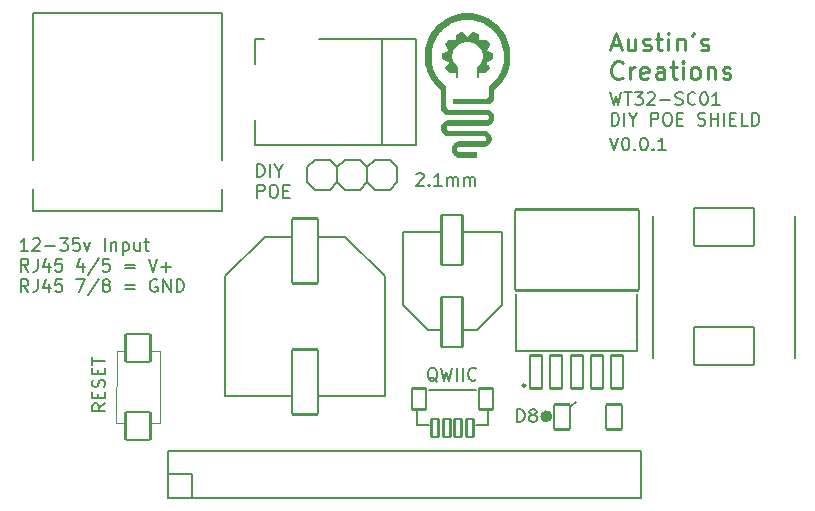
<source format=gto>
%TF.GenerationSoftware,KiCad,Pcbnew,(6.0.0)*%
%TF.CreationDate,2022-05-10T23:47:17-04:00*%
%TF.ProjectId,WT32SC01 wifi poe,57543332-5343-4303-9120-776966692070,rev?*%
%TF.SameCoordinates,Original*%
%TF.FileFunction,Legend,Top*%
%TF.FilePolarity,Positive*%
%FSLAX46Y46*%
G04 Gerber Fmt 4.6, Leading zero omitted, Abs format (unit mm)*
G04 Created by KiCad (PCBNEW (6.0.0)) date 2022-05-10 23:47:17*
%MOMM*%
%LPD*%
G01*
G04 APERTURE LIST*
G04 Aperture macros list*
%AMRoundRect*
0 Rectangle with rounded corners*
0 $1 Rounding radius*
0 $2 $3 $4 $5 $6 $7 $8 $9 X,Y pos of 4 corners*
0 Add a 4 corners polygon primitive as box body*
4,1,4,$2,$3,$4,$5,$6,$7,$8,$9,$2,$3,0*
0 Add four circle primitives for the rounded corners*
1,1,$1+$1,$2,$3*
1,1,$1+$1,$4,$5*
1,1,$1+$1,$6,$7*
1,1,$1+$1,$8,$9*
0 Add four rect primitives between the rounded corners*
20,1,$1+$1,$2,$3,$4,$5,0*
20,1,$1+$1,$4,$5,$6,$7,0*
20,1,$1+$1,$6,$7,$8,$9,0*
20,1,$1+$1,$8,$9,$2,$3,0*%
%AMFreePoly0*
4,1,25,0.542319,1.047396,0.554442,1.037042,1.037042,0.554442,1.065549,0.498494,1.066800,0.482600,1.066800,-0.482600,1.047396,-0.542319,1.037042,-0.554442,0.554442,-1.037042,0.498494,-1.065549,0.482600,-1.066800,-0.482600,-1.066800,-0.542319,-1.047396,-0.554442,-1.037042,-1.037042,-0.554442,-1.065549,-0.498494,-1.066800,-0.482600,-1.066800,0.482600,-1.047396,0.542319,-1.037042,0.554442,
-0.554442,1.037042,-0.498494,1.065549,-0.482600,1.066800,0.482600,1.066800,0.542319,1.047396,0.542319,1.047396,$1*%
%AMFreePoly1*
4,1,25,0.359719,0.682196,0.371842,0.671842,0.671842,0.371842,0.700349,0.315894,0.701600,0.300000,0.701600,-0.300000,0.682196,-0.359719,0.671842,-0.371842,0.371842,-0.671842,0.315894,-0.700349,0.300000,-0.701600,-0.300000,-0.701600,-0.359719,-0.682196,-0.371842,-0.671842,-0.671842,-0.371842,-0.700349,-0.315894,-0.701600,-0.300000,-0.701600,0.300000,-0.682196,0.359719,-0.671842,0.371842,
-0.371842,0.671842,-0.315894,0.700349,-0.300000,0.701600,0.300000,0.701600,0.359719,0.682196,0.359719,0.682196,$1*%
G04 Aperture macros list end*
%ADD10C,0.190500*%
%ADD11C,0.266700*%
%ADD12C,0.100000*%
%ADD13C,0.203200*%
%ADD14C,0.152400*%
%ADD15C,0.200000*%
%ADD16C,0.250000*%
%ADD17C,0.609600*%
%ADD18RoundRect,0.101600X-1.050000X1.200000X-1.050000X-1.200000X1.050000X-1.200000X1.050000X1.200000X0*%
%ADD19C,3.251200*%
%ADD20C,1.625600*%
%ADD21C,2.387600*%
%ADD22FreePoly0,270.000000*%
%ADD23FreePoly1,0.000000*%
%ADD24C,1.403200*%
%ADD25RoundRect,0.101600X0.525000X-1.400000X0.525000X1.400000X-0.525000X1.400000X-0.525000X-1.400000X0*%
%ADD26RoundRect,0.101600X5.250000X3.425000X-5.250000X3.425000X-5.250000X-3.425000X5.250000X-3.425000X0*%
%ADD27RoundRect,0.101600X0.900000X-2.100000X0.900000X2.100000X-0.900000X2.100000X-0.900000X-2.100000X0*%
%ADD28RoundRect,0.101600X0.300000X0.775000X-0.300000X0.775000X-0.300000X-0.775000X0.300000X-0.775000X0*%
%ADD29RoundRect,0.101600X0.600000X0.900000X-0.600000X0.900000X-0.600000X-0.900000X0.600000X-0.900000X0*%
%ADD30C,4.521200*%
%ADD31RoundRect,0.101600X-1.100000X2.750000X-1.100000X-2.750000X1.100000X-2.750000X1.100000X2.750000X0*%
%ADD32RoundRect,0.101600X-2.550000X-1.600000X2.550000X-1.600000X2.550000X1.600000X-2.550000X1.600000X0*%
%ADD33RoundRect,0.101600X0.700000X-1.050000X0.700000X1.050000X-0.700000X1.050000X-0.700000X-1.050000X0*%
G04 APERTURE END LIST*
D10*
X123073595Y-117637294D02*
X122559547Y-117997127D01*
X123073595Y-118254151D02*
X121994095Y-118254151D01*
X121994095Y-117842913D01*
X122045500Y-117740103D01*
X122096904Y-117688698D01*
X122199714Y-117637294D01*
X122353928Y-117637294D01*
X122456738Y-117688698D01*
X122508142Y-117740103D01*
X122559547Y-117842913D01*
X122559547Y-118254151D01*
X122508142Y-117174651D02*
X122508142Y-116814817D01*
X123073595Y-116660603D02*
X123073595Y-117174651D01*
X121994095Y-117174651D01*
X121994095Y-116660603D01*
X123022190Y-116249365D02*
X123073595Y-116095151D01*
X123073595Y-115838127D01*
X123022190Y-115735317D01*
X122970785Y-115683913D01*
X122867976Y-115632508D01*
X122765166Y-115632508D01*
X122662357Y-115683913D01*
X122610952Y-115735317D01*
X122559547Y-115838127D01*
X122508142Y-116043746D01*
X122456738Y-116146555D01*
X122405333Y-116197960D01*
X122302523Y-116249365D01*
X122199714Y-116249365D01*
X122096904Y-116197960D01*
X122045500Y-116146555D01*
X121994095Y-116043746D01*
X121994095Y-115786722D01*
X122045500Y-115632508D01*
X122508142Y-115169865D02*
X122508142Y-114810032D01*
X123073595Y-114655817D02*
X123073595Y-115169865D01*
X121994095Y-115169865D01*
X121994095Y-114655817D01*
X121994095Y-114347389D02*
X121994095Y-113730532D01*
X123073595Y-114038960D02*
X121994095Y-114038960D01*
X151201615Y-115805004D02*
X151098805Y-115753600D01*
X150995996Y-115650790D01*
X150841782Y-115496576D01*
X150738972Y-115445171D01*
X150636163Y-115445171D01*
X150687567Y-115702195D02*
X150584758Y-115650790D01*
X150481948Y-115547980D01*
X150430544Y-115342361D01*
X150430544Y-114982528D01*
X150481948Y-114776909D01*
X150584758Y-114674100D01*
X150687567Y-114622695D01*
X150893186Y-114622695D01*
X150995996Y-114674100D01*
X151098805Y-114776909D01*
X151150210Y-114982528D01*
X151150210Y-115342361D01*
X151098805Y-115547980D01*
X150995996Y-115650790D01*
X150893186Y-115702195D01*
X150687567Y-115702195D01*
X151510044Y-114622695D02*
X151767067Y-115702195D01*
X151972686Y-114931123D01*
X152178305Y-115702195D01*
X152435329Y-114622695D01*
X152846567Y-115702195D02*
X152846567Y-114622695D01*
X153360615Y-115702195D02*
X153360615Y-114622695D01*
X154491520Y-115599385D02*
X154440115Y-115650790D01*
X154285901Y-115702195D01*
X154183091Y-115702195D01*
X154028877Y-115650790D01*
X153926067Y-115547980D01*
X153874663Y-115445171D01*
X153823258Y-115239552D01*
X153823258Y-115085338D01*
X153874663Y-114879719D01*
X153926067Y-114776909D01*
X154028877Y-114674100D01*
X154183091Y-114622695D01*
X154285901Y-114622695D01*
X154440115Y-114674100D01*
X154491520Y-114725504D01*
X157981948Y-119202195D02*
X157981948Y-118122695D01*
X158238972Y-118122695D01*
X158393186Y-118174100D01*
X158495996Y-118276909D01*
X158547401Y-118379719D01*
X158598805Y-118585338D01*
X158598805Y-118739552D01*
X158547401Y-118945171D01*
X158495996Y-119047980D01*
X158393186Y-119150790D01*
X158238972Y-119202195D01*
X157981948Y-119202195D01*
X159215663Y-118585338D02*
X159112853Y-118533933D01*
X159061448Y-118482528D01*
X159010044Y-118379719D01*
X159010044Y-118328314D01*
X159061448Y-118225504D01*
X159112853Y-118174100D01*
X159215663Y-118122695D01*
X159421282Y-118122695D01*
X159524091Y-118174100D01*
X159575496Y-118225504D01*
X159626901Y-118328314D01*
X159626901Y-118379719D01*
X159575496Y-118482528D01*
X159524091Y-118533933D01*
X159421282Y-118585338D01*
X159215663Y-118585338D01*
X159112853Y-118636742D01*
X159061448Y-118688147D01*
X159010044Y-118790957D01*
X159010044Y-118996576D01*
X159061448Y-119099385D01*
X159112853Y-119150790D01*
X159215663Y-119202195D01*
X159421282Y-119202195D01*
X159524091Y-119150790D01*
X159575496Y-119099385D01*
X159626901Y-118996576D01*
X159626901Y-118790957D01*
X159575496Y-118688147D01*
X159524091Y-118636742D01*
X159421282Y-118585338D01*
X149430544Y-98225504D02*
X149481948Y-98174100D01*
X149584758Y-98122695D01*
X149841782Y-98122695D01*
X149944591Y-98174100D01*
X149995996Y-98225504D01*
X150047401Y-98328314D01*
X150047401Y-98431123D01*
X149995996Y-98585338D01*
X149379139Y-99202195D01*
X150047401Y-99202195D01*
X150510044Y-99099385D02*
X150561448Y-99150790D01*
X150510044Y-99202195D01*
X150458639Y-99150790D01*
X150510044Y-99099385D01*
X150510044Y-99202195D01*
X151589544Y-99202195D02*
X150972686Y-99202195D01*
X151281115Y-99202195D02*
X151281115Y-98122695D01*
X151178305Y-98276909D01*
X151075496Y-98379719D01*
X150972686Y-98431123D01*
X152052186Y-99202195D02*
X152052186Y-98482528D01*
X152052186Y-98585338D02*
X152103591Y-98533933D01*
X152206401Y-98482528D01*
X152360615Y-98482528D01*
X152463425Y-98533933D01*
X152514829Y-98636742D01*
X152514829Y-99202195D01*
X152514829Y-98636742D02*
X152566234Y-98533933D01*
X152669044Y-98482528D01*
X152823258Y-98482528D01*
X152926067Y-98533933D01*
X152977472Y-98636742D01*
X152977472Y-99202195D01*
X153491520Y-99202195D02*
X153491520Y-98482528D01*
X153491520Y-98585338D02*
X153542925Y-98533933D01*
X153645734Y-98482528D01*
X153799948Y-98482528D01*
X153902758Y-98533933D01*
X153954163Y-98636742D01*
X153954163Y-99202195D01*
X153954163Y-98636742D02*
X154005567Y-98533933D01*
X154108377Y-98482528D01*
X154262591Y-98482528D01*
X154365401Y-98533933D01*
X154416805Y-98636742D01*
X154416805Y-99202195D01*
D11*
X165962321Y-87316640D02*
X166681988Y-87316640D01*
X165818388Y-87748440D02*
X166322155Y-86237140D01*
X166825921Y-87748440D01*
X167977388Y-86740907D02*
X167977388Y-87748440D01*
X167329688Y-86740907D02*
X167329688Y-87532540D01*
X167401655Y-87676473D01*
X167545588Y-87748440D01*
X167761488Y-87748440D01*
X167905421Y-87676473D01*
X167977388Y-87604507D01*
X168625088Y-87676473D02*
X168769021Y-87748440D01*
X169056888Y-87748440D01*
X169200821Y-87676473D01*
X169272788Y-87532540D01*
X169272788Y-87460573D01*
X169200821Y-87316640D01*
X169056888Y-87244673D01*
X168840988Y-87244673D01*
X168697055Y-87172707D01*
X168625088Y-87028773D01*
X168625088Y-86956807D01*
X168697055Y-86812873D01*
X168840988Y-86740907D01*
X169056888Y-86740907D01*
X169200821Y-86812873D01*
X169704588Y-86740907D02*
X170280321Y-86740907D01*
X169920488Y-86237140D02*
X169920488Y-87532540D01*
X169992455Y-87676473D01*
X170136388Y-87748440D01*
X170280321Y-87748440D01*
X170784088Y-87748440D02*
X170784088Y-86740907D01*
X170784088Y-86237140D02*
X170712121Y-86309107D01*
X170784088Y-86381073D01*
X170856055Y-86309107D01*
X170784088Y-86237140D01*
X170784088Y-86381073D01*
X171503755Y-86740907D02*
X171503755Y-87748440D01*
X171503755Y-86884840D02*
X171575721Y-86812873D01*
X171719655Y-86740907D01*
X171935555Y-86740907D01*
X172079488Y-86812873D01*
X172151455Y-86956807D01*
X172151455Y-87748440D01*
X172943088Y-86237140D02*
X172799155Y-86525007D01*
X173518821Y-87676473D02*
X173662755Y-87748440D01*
X173950621Y-87748440D01*
X174094555Y-87676473D01*
X174166521Y-87532540D01*
X174166521Y-87460573D01*
X174094555Y-87316640D01*
X173950621Y-87244673D01*
X173734721Y-87244673D01*
X173590788Y-87172707D01*
X173518821Y-87028773D01*
X173518821Y-86956807D01*
X173590788Y-86812873D01*
X173734721Y-86740907D01*
X173950621Y-86740907D01*
X174094555Y-86812873D01*
X166897888Y-90037700D02*
X166825921Y-90109666D01*
X166610021Y-90181633D01*
X166466088Y-90181633D01*
X166250188Y-90109666D01*
X166106255Y-89965733D01*
X166034288Y-89821800D01*
X165962321Y-89533933D01*
X165962321Y-89318033D01*
X166034288Y-89030166D01*
X166106255Y-88886233D01*
X166250188Y-88742300D01*
X166466088Y-88670333D01*
X166610021Y-88670333D01*
X166825921Y-88742300D01*
X166897888Y-88814266D01*
X167545588Y-90181633D02*
X167545588Y-89174100D01*
X167545588Y-89461966D02*
X167617555Y-89318033D01*
X167689521Y-89246066D01*
X167833455Y-89174100D01*
X167977388Y-89174100D01*
X169056888Y-90109666D02*
X168912955Y-90181633D01*
X168625088Y-90181633D01*
X168481155Y-90109666D01*
X168409188Y-89965733D01*
X168409188Y-89390000D01*
X168481155Y-89246066D01*
X168625088Y-89174100D01*
X168912955Y-89174100D01*
X169056888Y-89246066D01*
X169128855Y-89390000D01*
X169128855Y-89533933D01*
X168409188Y-89677866D01*
X170424255Y-90181633D02*
X170424255Y-89390000D01*
X170352288Y-89246066D01*
X170208355Y-89174100D01*
X169920488Y-89174100D01*
X169776555Y-89246066D01*
X170424255Y-90109666D02*
X170280321Y-90181633D01*
X169920488Y-90181633D01*
X169776555Y-90109666D01*
X169704588Y-89965733D01*
X169704588Y-89821800D01*
X169776555Y-89677866D01*
X169920488Y-89605900D01*
X170280321Y-89605900D01*
X170424255Y-89533933D01*
X170928021Y-89174100D02*
X171503755Y-89174100D01*
X171143921Y-88670333D02*
X171143921Y-89965733D01*
X171215888Y-90109666D01*
X171359821Y-90181633D01*
X171503755Y-90181633D01*
X172007521Y-90181633D02*
X172007521Y-89174100D01*
X172007521Y-88670333D02*
X171935555Y-88742300D01*
X172007521Y-88814266D01*
X172079488Y-88742300D01*
X172007521Y-88670333D01*
X172007521Y-88814266D01*
X172943088Y-90181633D02*
X172799155Y-90109666D01*
X172727188Y-90037700D01*
X172655221Y-89893766D01*
X172655221Y-89461966D01*
X172727188Y-89318033D01*
X172799155Y-89246066D01*
X172943088Y-89174100D01*
X173158988Y-89174100D01*
X173302921Y-89246066D01*
X173374888Y-89318033D01*
X173446855Y-89461966D01*
X173446855Y-89893766D01*
X173374888Y-90037700D01*
X173302921Y-90109666D01*
X173158988Y-90181633D01*
X172943088Y-90181633D01*
X174094555Y-89174100D02*
X174094555Y-90181633D01*
X174094555Y-89318033D02*
X174166521Y-89246066D01*
X174310455Y-89174100D01*
X174526355Y-89174100D01*
X174670288Y-89246066D01*
X174742255Y-89390000D01*
X174742255Y-90181633D01*
X175389955Y-90109666D02*
X175533888Y-90181633D01*
X175821755Y-90181633D01*
X175965688Y-90109666D01*
X176037655Y-89965733D01*
X176037655Y-89893766D01*
X175965688Y-89749833D01*
X175821755Y-89677866D01*
X175605855Y-89677866D01*
X175461921Y-89605900D01*
X175389955Y-89461966D01*
X175389955Y-89390000D01*
X175461921Y-89246066D01*
X175605855Y-89174100D01*
X175821755Y-89174100D01*
X175965688Y-89246066D01*
D10*
X165879139Y-91284700D02*
X166136163Y-92364200D01*
X166341782Y-91593128D01*
X166547401Y-92364200D01*
X166804425Y-91284700D01*
X167061448Y-91284700D02*
X167678305Y-91284700D01*
X167369877Y-92364200D02*
X167369877Y-91284700D01*
X167935329Y-91284700D02*
X168603591Y-91284700D01*
X168243758Y-91695938D01*
X168397972Y-91695938D01*
X168500782Y-91747343D01*
X168552186Y-91798747D01*
X168603591Y-91901557D01*
X168603591Y-92158581D01*
X168552186Y-92261390D01*
X168500782Y-92312795D01*
X168397972Y-92364200D01*
X168089544Y-92364200D01*
X167986734Y-92312795D01*
X167935329Y-92261390D01*
X169014829Y-91387509D02*
X169066234Y-91336105D01*
X169169044Y-91284700D01*
X169426067Y-91284700D01*
X169528877Y-91336105D01*
X169580282Y-91387509D01*
X169631686Y-91490319D01*
X169631686Y-91593128D01*
X169580282Y-91747343D01*
X168963425Y-92364200D01*
X169631686Y-92364200D01*
X170094329Y-91952962D02*
X170916805Y-91952962D01*
X171379448Y-92312795D02*
X171533663Y-92364200D01*
X171790686Y-92364200D01*
X171893496Y-92312795D01*
X171944901Y-92261390D01*
X171996305Y-92158581D01*
X171996305Y-92055771D01*
X171944901Y-91952962D01*
X171893496Y-91901557D01*
X171790686Y-91850152D01*
X171585067Y-91798747D01*
X171482258Y-91747343D01*
X171430853Y-91695938D01*
X171379448Y-91593128D01*
X171379448Y-91490319D01*
X171430853Y-91387509D01*
X171482258Y-91336105D01*
X171585067Y-91284700D01*
X171842091Y-91284700D01*
X171996305Y-91336105D01*
X173075805Y-92261390D02*
X173024401Y-92312795D01*
X172870186Y-92364200D01*
X172767377Y-92364200D01*
X172613163Y-92312795D01*
X172510353Y-92209985D01*
X172458948Y-92107176D01*
X172407544Y-91901557D01*
X172407544Y-91747343D01*
X172458948Y-91541724D01*
X172510353Y-91438914D01*
X172613163Y-91336105D01*
X172767377Y-91284700D01*
X172870186Y-91284700D01*
X173024401Y-91336105D01*
X173075805Y-91387509D01*
X173744067Y-91284700D02*
X173846877Y-91284700D01*
X173949686Y-91336105D01*
X174001091Y-91387509D01*
X174052496Y-91490319D01*
X174103901Y-91695938D01*
X174103901Y-91952962D01*
X174052496Y-92158581D01*
X174001091Y-92261390D01*
X173949686Y-92312795D01*
X173846877Y-92364200D01*
X173744067Y-92364200D01*
X173641258Y-92312795D01*
X173589853Y-92261390D01*
X173538448Y-92158581D01*
X173487044Y-91952962D01*
X173487044Y-91695938D01*
X173538448Y-91490319D01*
X173589853Y-91387509D01*
X173641258Y-91336105D01*
X173744067Y-91284700D01*
X175131996Y-92364200D02*
X174515139Y-92364200D01*
X174823567Y-92364200D02*
X174823567Y-91284700D01*
X174720758Y-91438914D01*
X174617948Y-91541724D01*
X174515139Y-91593128D01*
X165981948Y-94102195D02*
X165981948Y-93022695D01*
X166238972Y-93022695D01*
X166393186Y-93074100D01*
X166495996Y-93176909D01*
X166547401Y-93279719D01*
X166598805Y-93485338D01*
X166598805Y-93639552D01*
X166547401Y-93845171D01*
X166495996Y-93947980D01*
X166393186Y-94050790D01*
X166238972Y-94102195D01*
X165981948Y-94102195D01*
X167061448Y-94102195D02*
X167061448Y-93022695D01*
X167781115Y-93588147D02*
X167781115Y-94102195D01*
X167421282Y-93022695D02*
X167781115Y-93588147D01*
X168140948Y-93022695D01*
X169323258Y-94102195D02*
X169323258Y-93022695D01*
X169734496Y-93022695D01*
X169837305Y-93074100D01*
X169888710Y-93125504D01*
X169940115Y-93228314D01*
X169940115Y-93382528D01*
X169888710Y-93485338D01*
X169837305Y-93536742D01*
X169734496Y-93588147D01*
X169323258Y-93588147D01*
X170608377Y-93022695D02*
X170813996Y-93022695D01*
X170916805Y-93074100D01*
X171019615Y-93176909D01*
X171071020Y-93382528D01*
X171071020Y-93742361D01*
X171019615Y-93947980D01*
X170916805Y-94050790D01*
X170813996Y-94102195D01*
X170608377Y-94102195D01*
X170505567Y-94050790D01*
X170402758Y-93947980D01*
X170351353Y-93742361D01*
X170351353Y-93382528D01*
X170402758Y-93176909D01*
X170505567Y-93074100D01*
X170608377Y-93022695D01*
X171533663Y-93536742D02*
X171893496Y-93536742D01*
X172047710Y-94102195D02*
X171533663Y-94102195D01*
X171533663Y-93022695D01*
X172047710Y-93022695D01*
X173281425Y-94050790D02*
X173435639Y-94102195D01*
X173692663Y-94102195D01*
X173795472Y-94050790D01*
X173846877Y-93999385D01*
X173898282Y-93896576D01*
X173898282Y-93793766D01*
X173846877Y-93690957D01*
X173795472Y-93639552D01*
X173692663Y-93588147D01*
X173487044Y-93536742D01*
X173384234Y-93485338D01*
X173332829Y-93433933D01*
X173281425Y-93331123D01*
X173281425Y-93228314D01*
X173332829Y-93125504D01*
X173384234Y-93074100D01*
X173487044Y-93022695D01*
X173744067Y-93022695D01*
X173898282Y-93074100D01*
X174360925Y-94102195D02*
X174360925Y-93022695D01*
X174360925Y-93536742D02*
X174977782Y-93536742D01*
X174977782Y-94102195D02*
X174977782Y-93022695D01*
X175491829Y-94102195D02*
X175491829Y-93022695D01*
X176005877Y-93536742D02*
X176365710Y-93536742D01*
X176519925Y-94102195D02*
X176005877Y-94102195D01*
X176005877Y-93022695D01*
X176519925Y-93022695D01*
X177496615Y-94102195D02*
X176982567Y-94102195D01*
X176982567Y-93022695D01*
X177856448Y-94102195D02*
X177856448Y-93022695D01*
X178113472Y-93022695D01*
X178267686Y-93074100D01*
X178370496Y-93176909D01*
X178421901Y-93279719D01*
X178473305Y-93485338D01*
X178473305Y-93639552D01*
X178421901Y-93845171D01*
X178370496Y-93947980D01*
X178267686Y-94050790D01*
X178113472Y-94102195D01*
X177856448Y-94102195D01*
X116547401Y-104726205D02*
X115930544Y-104726205D01*
X116238972Y-104726205D02*
X116238972Y-103646705D01*
X116136163Y-103800919D01*
X116033353Y-103903729D01*
X115930544Y-103955133D01*
X116958639Y-103749514D02*
X117010044Y-103698110D01*
X117112853Y-103646705D01*
X117369877Y-103646705D01*
X117472686Y-103698110D01*
X117524091Y-103749514D01*
X117575496Y-103852324D01*
X117575496Y-103955133D01*
X117524091Y-104109348D01*
X116907234Y-104726205D01*
X117575496Y-104726205D01*
X118038139Y-104314967D02*
X118860615Y-104314967D01*
X119271853Y-103646705D02*
X119940115Y-103646705D01*
X119580282Y-104057943D01*
X119734496Y-104057943D01*
X119837305Y-104109348D01*
X119888710Y-104160752D01*
X119940115Y-104263562D01*
X119940115Y-104520586D01*
X119888710Y-104623395D01*
X119837305Y-104674800D01*
X119734496Y-104726205D01*
X119426067Y-104726205D01*
X119323258Y-104674800D01*
X119271853Y-104623395D01*
X120916805Y-103646705D02*
X120402758Y-103646705D01*
X120351353Y-104160752D01*
X120402758Y-104109348D01*
X120505567Y-104057943D01*
X120762591Y-104057943D01*
X120865401Y-104109348D01*
X120916805Y-104160752D01*
X120968210Y-104263562D01*
X120968210Y-104520586D01*
X120916805Y-104623395D01*
X120865401Y-104674800D01*
X120762591Y-104726205D01*
X120505567Y-104726205D01*
X120402758Y-104674800D01*
X120351353Y-104623395D01*
X121328044Y-104006538D02*
X121585067Y-104726205D01*
X121842091Y-104006538D01*
X123075805Y-104726205D02*
X123075805Y-103646705D01*
X123589853Y-104006538D02*
X123589853Y-104726205D01*
X123589853Y-104109348D02*
X123641258Y-104057943D01*
X123744067Y-104006538D01*
X123898282Y-104006538D01*
X124001091Y-104057943D01*
X124052496Y-104160752D01*
X124052496Y-104726205D01*
X124566544Y-104006538D02*
X124566544Y-105086038D01*
X124566544Y-104057943D02*
X124669353Y-104006538D01*
X124874972Y-104006538D01*
X124977782Y-104057943D01*
X125029186Y-104109348D01*
X125080591Y-104212157D01*
X125080591Y-104520586D01*
X125029186Y-104623395D01*
X124977782Y-104674800D01*
X124874972Y-104726205D01*
X124669353Y-104726205D01*
X124566544Y-104674800D01*
X126005877Y-104006538D02*
X126005877Y-104726205D01*
X125543234Y-104006538D02*
X125543234Y-104571990D01*
X125594639Y-104674800D01*
X125697448Y-104726205D01*
X125851663Y-104726205D01*
X125954472Y-104674800D01*
X126005877Y-104623395D01*
X126365710Y-104006538D02*
X126776948Y-104006538D01*
X126519925Y-103646705D02*
X126519925Y-104571990D01*
X126571329Y-104674800D01*
X126674139Y-104726205D01*
X126776948Y-104726205D01*
X116598805Y-106464200D02*
X116238972Y-105950152D01*
X115981948Y-106464200D02*
X115981948Y-105384700D01*
X116393186Y-105384700D01*
X116495996Y-105436105D01*
X116547401Y-105487509D01*
X116598805Y-105590319D01*
X116598805Y-105744533D01*
X116547401Y-105847343D01*
X116495996Y-105898747D01*
X116393186Y-105950152D01*
X115981948Y-105950152D01*
X117369877Y-105384700D02*
X117369877Y-106155771D01*
X117318472Y-106309985D01*
X117215663Y-106412795D01*
X117061448Y-106464200D01*
X116958639Y-106464200D01*
X118346567Y-105744533D02*
X118346567Y-106464200D01*
X118089544Y-105333295D02*
X117832520Y-106104366D01*
X118500782Y-106104366D01*
X119426067Y-105384700D02*
X118912020Y-105384700D01*
X118860615Y-105898747D01*
X118912020Y-105847343D01*
X119014829Y-105795938D01*
X119271853Y-105795938D01*
X119374663Y-105847343D01*
X119426067Y-105898747D01*
X119477472Y-106001557D01*
X119477472Y-106258581D01*
X119426067Y-106361390D01*
X119374663Y-106412795D01*
X119271853Y-106464200D01*
X119014829Y-106464200D01*
X118912020Y-106412795D01*
X118860615Y-106361390D01*
X121225234Y-105744533D02*
X121225234Y-106464200D01*
X120968210Y-105333295D02*
X120711186Y-106104366D01*
X121379448Y-106104366D01*
X122561758Y-105333295D02*
X121636472Y-106721224D01*
X123435639Y-105384700D02*
X122921591Y-105384700D01*
X122870186Y-105898747D01*
X122921591Y-105847343D01*
X123024401Y-105795938D01*
X123281425Y-105795938D01*
X123384234Y-105847343D01*
X123435639Y-105898747D01*
X123487044Y-106001557D01*
X123487044Y-106258581D01*
X123435639Y-106361390D01*
X123384234Y-106412795D01*
X123281425Y-106464200D01*
X123024401Y-106464200D01*
X122921591Y-106412795D01*
X122870186Y-106361390D01*
X124772163Y-105898747D02*
X125594639Y-105898747D01*
X125594639Y-106207176D02*
X124772163Y-106207176D01*
X126776948Y-105384700D02*
X127136782Y-106464200D01*
X127496615Y-105384700D01*
X127856448Y-106052962D02*
X128678925Y-106052962D01*
X128267686Y-106464200D02*
X128267686Y-105641724D01*
X116598805Y-108202195D02*
X116238972Y-107688147D01*
X115981948Y-108202195D02*
X115981948Y-107122695D01*
X116393186Y-107122695D01*
X116495996Y-107174100D01*
X116547401Y-107225504D01*
X116598805Y-107328314D01*
X116598805Y-107482528D01*
X116547401Y-107585338D01*
X116495996Y-107636742D01*
X116393186Y-107688147D01*
X115981948Y-107688147D01*
X117369877Y-107122695D02*
X117369877Y-107893766D01*
X117318472Y-108047980D01*
X117215663Y-108150790D01*
X117061448Y-108202195D01*
X116958639Y-108202195D01*
X118346567Y-107482528D02*
X118346567Y-108202195D01*
X118089544Y-107071290D02*
X117832520Y-107842361D01*
X118500782Y-107842361D01*
X119426067Y-107122695D02*
X118912020Y-107122695D01*
X118860615Y-107636742D01*
X118912020Y-107585338D01*
X119014829Y-107533933D01*
X119271853Y-107533933D01*
X119374663Y-107585338D01*
X119426067Y-107636742D01*
X119477472Y-107739552D01*
X119477472Y-107996576D01*
X119426067Y-108099385D01*
X119374663Y-108150790D01*
X119271853Y-108202195D01*
X119014829Y-108202195D01*
X118912020Y-108150790D01*
X118860615Y-108099385D01*
X120659782Y-107122695D02*
X121379448Y-107122695D01*
X120916805Y-108202195D01*
X122561758Y-107071290D02*
X121636472Y-108459219D01*
X123075805Y-107585338D02*
X122972996Y-107533933D01*
X122921591Y-107482528D01*
X122870186Y-107379719D01*
X122870186Y-107328314D01*
X122921591Y-107225504D01*
X122972996Y-107174100D01*
X123075805Y-107122695D01*
X123281425Y-107122695D01*
X123384234Y-107174100D01*
X123435639Y-107225504D01*
X123487044Y-107328314D01*
X123487044Y-107379719D01*
X123435639Y-107482528D01*
X123384234Y-107533933D01*
X123281425Y-107585338D01*
X123075805Y-107585338D01*
X122972996Y-107636742D01*
X122921591Y-107688147D01*
X122870186Y-107790957D01*
X122870186Y-107996576D01*
X122921591Y-108099385D01*
X122972996Y-108150790D01*
X123075805Y-108202195D01*
X123281425Y-108202195D01*
X123384234Y-108150790D01*
X123435639Y-108099385D01*
X123487044Y-107996576D01*
X123487044Y-107790957D01*
X123435639Y-107688147D01*
X123384234Y-107636742D01*
X123281425Y-107585338D01*
X124772163Y-107636742D02*
X125594639Y-107636742D01*
X125594639Y-107945171D02*
X124772163Y-107945171D01*
X127496615Y-107174100D02*
X127393805Y-107122695D01*
X127239591Y-107122695D01*
X127085377Y-107174100D01*
X126982567Y-107276909D01*
X126931163Y-107379719D01*
X126879758Y-107585338D01*
X126879758Y-107739552D01*
X126931163Y-107945171D01*
X126982567Y-108047980D01*
X127085377Y-108150790D01*
X127239591Y-108202195D01*
X127342401Y-108202195D01*
X127496615Y-108150790D01*
X127548020Y-108099385D01*
X127548020Y-107739552D01*
X127342401Y-107739552D01*
X128010663Y-108202195D02*
X128010663Y-107122695D01*
X128627520Y-108202195D01*
X128627520Y-107122695D01*
X129141567Y-108202195D02*
X129141567Y-107122695D01*
X129398591Y-107122695D01*
X129552805Y-107174100D01*
X129655615Y-107276909D01*
X129707020Y-107379719D01*
X129758425Y-107585338D01*
X129758425Y-107739552D01*
X129707020Y-107945171D01*
X129655615Y-108047980D01*
X129552805Y-108150790D01*
X129398591Y-108202195D01*
X129141567Y-108202195D01*
X165827734Y-95122695D02*
X166187567Y-96202195D01*
X166547401Y-95122695D01*
X167112853Y-95122695D02*
X167215663Y-95122695D01*
X167318472Y-95174100D01*
X167369877Y-95225504D01*
X167421282Y-95328314D01*
X167472686Y-95533933D01*
X167472686Y-95790957D01*
X167421282Y-95996576D01*
X167369877Y-96099385D01*
X167318472Y-96150790D01*
X167215663Y-96202195D01*
X167112853Y-96202195D01*
X167010044Y-96150790D01*
X166958639Y-96099385D01*
X166907234Y-95996576D01*
X166855829Y-95790957D01*
X166855829Y-95533933D01*
X166907234Y-95328314D01*
X166958639Y-95225504D01*
X167010044Y-95174100D01*
X167112853Y-95122695D01*
X167935329Y-96099385D02*
X167986734Y-96150790D01*
X167935329Y-96202195D01*
X167883925Y-96150790D01*
X167935329Y-96099385D01*
X167935329Y-96202195D01*
X168654996Y-95122695D02*
X168757805Y-95122695D01*
X168860615Y-95174100D01*
X168912020Y-95225504D01*
X168963425Y-95328314D01*
X169014829Y-95533933D01*
X169014829Y-95790957D01*
X168963425Y-95996576D01*
X168912020Y-96099385D01*
X168860615Y-96150790D01*
X168757805Y-96202195D01*
X168654996Y-96202195D01*
X168552186Y-96150790D01*
X168500782Y-96099385D01*
X168449377Y-95996576D01*
X168397972Y-95790957D01*
X168397972Y-95533933D01*
X168449377Y-95328314D01*
X168500782Y-95225504D01*
X168552186Y-95174100D01*
X168654996Y-95122695D01*
X169477472Y-96099385D02*
X169528877Y-96150790D01*
X169477472Y-96202195D01*
X169426067Y-96150790D01*
X169477472Y-96099385D01*
X169477472Y-96202195D01*
X170556972Y-96202195D02*
X169940115Y-96202195D01*
X170248544Y-96202195D02*
X170248544Y-95122695D01*
X170145734Y-95276909D01*
X170042925Y-95379719D01*
X169940115Y-95431123D01*
X135981948Y-98464200D02*
X135981948Y-97384700D01*
X136238972Y-97384700D01*
X136393186Y-97436105D01*
X136495996Y-97538914D01*
X136547401Y-97641724D01*
X136598805Y-97847343D01*
X136598805Y-98001557D01*
X136547401Y-98207176D01*
X136495996Y-98309985D01*
X136393186Y-98412795D01*
X136238972Y-98464200D01*
X135981948Y-98464200D01*
X137061448Y-98464200D02*
X137061448Y-97384700D01*
X137781115Y-97950152D02*
X137781115Y-98464200D01*
X137421282Y-97384700D02*
X137781115Y-97950152D01*
X138140948Y-97384700D01*
X135981948Y-100202195D02*
X135981948Y-99122695D01*
X136393186Y-99122695D01*
X136495996Y-99174100D01*
X136547401Y-99225504D01*
X136598805Y-99328314D01*
X136598805Y-99482528D01*
X136547401Y-99585338D01*
X136495996Y-99636742D01*
X136393186Y-99688147D01*
X135981948Y-99688147D01*
X137267067Y-99122695D02*
X137472686Y-99122695D01*
X137575496Y-99174100D01*
X137678305Y-99276909D01*
X137729710Y-99482528D01*
X137729710Y-99842361D01*
X137678305Y-100047980D01*
X137575496Y-100150790D01*
X137472686Y-100202195D01*
X137267067Y-100202195D01*
X137164258Y-100150790D01*
X137061448Y-100047980D01*
X137010044Y-99842361D01*
X137010044Y-99482528D01*
X137061448Y-99276909D01*
X137164258Y-99174100D01*
X137267067Y-99122695D01*
X138192353Y-99636742D02*
X138552186Y-99636742D01*
X138706401Y-100202195D02*
X138192353Y-100202195D01*
X138192353Y-99122695D01*
X138706401Y-99122695D01*
D12*
%TO.C,J1*%
X127101094Y-113203590D02*
X127751094Y-113203590D01*
X124701094Y-113203590D02*
X124101094Y-113203590D01*
X124101094Y-113203590D02*
X124051094Y-119303590D01*
X127751094Y-113203590D02*
X127751094Y-119303590D01*
X127751094Y-119303590D02*
X127101094Y-119303590D01*
X124051094Y-119303590D02*
X124701094Y-119303590D01*
%TO.C,U$1*%
G36*
X157203650Y-87050750D02*
G01*
X156594050Y-87050750D01*
X156594050Y-87038050D01*
X157203650Y-87038050D01*
X157203650Y-87050750D01*
G37*
G36*
X156022550Y-91787850D02*
G01*
X155463750Y-91787850D01*
X155463750Y-91775150D01*
X156022550Y-91775150D01*
X156022550Y-91787850D01*
G37*
G36*
X152949150Y-89222450D02*
G01*
X151895050Y-89222450D01*
X151895050Y-89209750D01*
X152949150Y-89209750D01*
X152949150Y-89222450D01*
G37*
G36*
X156403550Y-90771850D02*
G01*
X155654250Y-90771850D01*
X155654250Y-90759150D01*
X156403550Y-90759150D01*
X156403550Y-90771850D01*
G37*
G36*
X151983950Y-91127450D02*
G01*
X151514050Y-91127450D01*
X151514050Y-91114750D01*
X151983950Y-91114750D01*
X151983950Y-91127450D01*
G37*
G36*
X151501350Y-90365450D02*
G01*
X150802850Y-90365450D01*
X150802850Y-90352750D01*
X151501350Y-90352750D01*
X151501350Y-90365450D01*
G37*
G36*
X157114750Y-86784050D02*
G01*
X156492450Y-86784050D01*
X156492450Y-86771350D01*
X157114750Y-86771350D01*
X157114750Y-86784050D01*
G37*
G36*
X157063950Y-89844750D02*
G01*
X156441650Y-89844750D01*
X156441650Y-89832050D01*
X157063950Y-89832050D01*
X157063950Y-89844750D01*
G37*
G36*
X152695150Y-85348950D02*
G01*
X151564850Y-85348950D01*
X151564850Y-85336250D01*
X152695150Y-85336250D01*
X152695150Y-85348950D01*
G37*
G36*
X157279850Y-89235150D02*
G01*
X156733750Y-89235150D01*
X156733750Y-89222450D01*
X157279850Y-89222450D01*
X157279850Y-89235150D01*
G37*
G36*
X152949150Y-89527250D02*
G01*
X152149050Y-89527250D01*
X152149050Y-89514550D01*
X152949150Y-89514550D01*
X152949150Y-89527250D01*
G37*
G36*
X151475950Y-86237950D02*
G01*
X150713950Y-86237950D01*
X150713950Y-86225250D01*
X151475950Y-86225250D01*
X151475950Y-86237950D01*
G37*
G36*
X155984450Y-93743650D02*
G01*
X151882350Y-93743650D01*
X151882350Y-93730950D01*
X155984450Y-93730950D01*
X155984450Y-93743650D01*
G37*
G36*
X154587450Y-96486850D02*
G01*
X152530050Y-96486850D01*
X152530050Y-96474150D01*
X154587450Y-96474150D01*
X154587450Y-96486850D01*
G37*
G36*
X157406850Y-88663650D02*
G01*
X156835350Y-88663650D01*
X156835350Y-88650950D01*
X157406850Y-88650950D01*
X157406850Y-88663650D01*
G37*
G36*
X156035250Y-93261050D02*
G01*
X155501850Y-93261050D01*
X155501850Y-93248350D01*
X156035250Y-93248350D01*
X156035250Y-93261050D01*
G37*
G36*
X150904450Y-89387550D02*
G01*
X150332950Y-89387550D01*
X150332950Y-89374850D01*
X150904450Y-89374850D01*
X150904450Y-89387550D01*
G37*
G36*
X157406850Y-88625550D02*
G01*
X156835350Y-88625550D01*
X156835350Y-88612850D01*
X157406850Y-88612850D01*
X157406850Y-88625550D01*
G37*
G36*
X152847550Y-87444450D02*
G01*
X151971250Y-87444450D01*
X151971250Y-87431750D01*
X152847550Y-87431750D01*
X152847550Y-87444450D01*
G37*
G36*
X155476450Y-87673050D02*
G01*
X154917650Y-87673050D01*
X154917650Y-87660350D01*
X155476450Y-87660350D01*
X155476450Y-87673050D01*
G37*
G36*
X156987750Y-89971750D02*
G01*
X156365450Y-89971750D01*
X156365450Y-89959050D01*
X156987750Y-89959050D01*
X156987750Y-89971750D01*
G37*
G36*
X157000450Y-89920950D02*
G01*
X156403550Y-89920950D01*
X156403550Y-89908250D01*
X157000450Y-89908250D01*
X157000450Y-89920950D01*
G37*
G36*
X156962350Y-89997150D02*
G01*
X156352750Y-89997150D01*
X156352750Y-89984450D01*
X156962350Y-89984450D01*
X156962350Y-89997150D01*
G37*
G36*
X151818850Y-85895050D02*
G01*
X151006050Y-85895050D01*
X151006050Y-85882350D01*
X151818850Y-85882350D01*
X151818850Y-85895050D01*
G37*
G36*
X157152850Y-86860250D02*
G01*
X156517850Y-86860250D01*
X156517850Y-86847550D01*
X157152850Y-86847550D01*
X157152850Y-86860250D01*
G37*
G36*
X155755850Y-87939750D02*
G01*
X155031950Y-87939750D01*
X155031950Y-87927050D01*
X155755850Y-87927050D01*
X155755850Y-87939750D01*
G37*
G36*
X150726650Y-88574750D02*
G01*
X150155150Y-88574750D01*
X150155150Y-88562050D01*
X150726650Y-88562050D01*
X150726650Y-88574750D01*
G37*
G36*
X151120350Y-89870150D02*
G01*
X150523450Y-89870150D01*
X150523450Y-89857450D01*
X151120350Y-89857450D01*
X151120350Y-89870150D01*
G37*
G36*
X157165550Y-89616150D02*
G01*
X156581350Y-89616150D01*
X156581350Y-89603450D01*
X157165550Y-89603450D01*
X157165550Y-89616150D01*
G37*
G36*
X150866350Y-89285950D02*
G01*
X150307550Y-89285950D01*
X150307550Y-89273250D01*
X150866350Y-89273250D01*
X150866350Y-89285950D01*
G37*
G36*
X151983950Y-92257750D02*
G01*
X151539450Y-92257750D01*
X151539450Y-92245050D01*
X151983950Y-92245050D01*
X151983950Y-92257750D01*
G37*
G36*
X151983950Y-92156150D02*
G01*
X151539450Y-92156150D01*
X151539450Y-92143450D01*
X151983950Y-92143450D01*
X151983950Y-92156150D01*
G37*
G36*
X156428950Y-85729950D02*
G01*
X155527250Y-85729950D01*
X155527250Y-85717250D01*
X156428950Y-85717250D01*
X156428950Y-85729950D01*
G37*
G36*
X156022550Y-91305250D02*
G01*
X155578050Y-91305250D01*
X155578050Y-91292550D01*
X156022550Y-91292550D01*
X156022550Y-91305250D01*
G37*
G36*
X154587450Y-96537650D02*
G01*
X152568150Y-96537650D01*
X152568150Y-96524950D01*
X154587450Y-96524950D01*
X154587450Y-96537650D01*
G37*
G36*
X152860250Y-89044650D02*
G01*
X151996650Y-89044650D01*
X151996650Y-89031950D01*
X152860250Y-89031950D01*
X152860250Y-89044650D01*
G37*
G36*
X156848050Y-86250650D02*
G01*
X156098750Y-86250650D01*
X156098750Y-86237950D01*
X156848050Y-86237950D01*
X156848050Y-86250650D01*
G37*
G36*
X155692350Y-94048450D02*
G01*
X151602950Y-94048450D01*
X151602950Y-94035750D01*
X155692350Y-94035750D01*
X155692350Y-94048450D01*
G37*
G36*
X155489150Y-89451050D02*
G01*
X154612850Y-89451050D01*
X154612850Y-89438350D01*
X155489150Y-89438350D01*
X155489150Y-89451050D01*
G37*
G36*
X152479250Y-88308050D02*
G01*
X151641050Y-88308050D01*
X151641050Y-88295350D01*
X152479250Y-88295350D01*
X152479250Y-88308050D01*
G37*
G36*
X150726650Y-88117550D02*
G01*
X150155150Y-88117550D01*
X150155150Y-88104850D01*
X150726650Y-88104850D01*
X150726650Y-88117550D01*
G37*
G36*
X152911050Y-96080450D02*
G01*
X152441150Y-96080450D01*
X152441150Y-96067750D01*
X152911050Y-96067750D01*
X152911050Y-96080450D01*
G37*
G36*
X155793950Y-95026350D02*
G01*
X155222450Y-95026350D01*
X155222450Y-95013650D01*
X155793950Y-95013650D01*
X155793950Y-95026350D01*
G37*
G36*
X155781250Y-88574750D02*
G01*
X155031950Y-88574750D01*
X155031950Y-88562050D01*
X155781250Y-88562050D01*
X155781250Y-88574750D01*
G37*
G36*
X151018750Y-86936450D02*
G01*
X150383750Y-86936450D01*
X150383750Y-86923750D01*
X151018750Y-86923750D01*
X151018750Y-86936450D01*
G37*
G36*
X152479250Y-88396950D02*
G01*
X151641050Y-88396950D01*
X151641050Y-88384250D01*
X152479250Y-88384250D01*
X152479250Y-88396950D01*
G37*
G36*
X153546050Y-86364950D02*
G01*
X152923750Y-86364950D01*
X152923750Y-86352250D01*
X153546050Y-86352250D01*
X153546050Y-86364950D01*
G37*
G36*
X153647650Y-86466550D02*
G01*
X152784050Y-86466550D01*
X152784050Y-86453850D01*
X153647650Y-86453850D01*
X153647650Y-86466550D01*
G37*
G36*
X157216350Y-89425650D02*
G01*
X156632150Y-89425650D01*
X156632150Y-89412950D01*
X157216350Y-89412950D01*
X157216350Y-89425650D01*
G37*
G36*
X155578050Y-88676350D02*
G01*
X154981150Y-88676350D01*
X154981150Y-88663650D01*
X155578050Y-88663650D01*
X155578050Y-88676350D01*
G37*
G36*
X155717750Y-94899350D02*
G01*
X151831550Y-94899350D01*
X151831550Y-94886650D01*
X155717750Y-94886650D01*
X155717750Y-94899350D01*
G37*
G36*
X157152850Y-86822150D02*
G01*
X156492450Y-86822150D01*
X156492450Y-86809450D01*
X157152850Y-86809450D01*
X157152850Y-86822150D01*
G37*
G36*
X152580850Y-87800050D02*
G01*
X152085550Y-87800050D01*
X152085550Y-87787350D01*
X152580850Y-87787350D01*
X152580850Y-87800050D01*
G37*
G36*
X155578050Y-87469850D02*
G01*
X154739850Y-87469850D01*
X154739850Y-87457150D01*
X155578050Y-87457150D01*
X155578050Y-87469850D01*
G37*
G36*
X154777950Y-89908250D02*
G01*
X154612850Y-89908250D01*
X154612850Y-89895550D01*
X154777950Y-89895550D01*
X154777950Y-89908250D01*
G37*
G36*
X152098250Y-94137350D02*
G01*
X151552150Y-94137350D01*
X151552150Y-94124650D01*
X152098250Y-94124650D01*
X152098250Y-94137350D01*
G37*
G36*
X152580850Y-88676350D02*
G01*
X151983950Y-88676350D01*
X151983950Y-88663650D01*
X152580850Y-88663650D01*
X152580850Y-88676350D01*
G37*
G36*
X155146250Y-84853650D02*
G01*
X152415750Y-84853650D01*
X152415750Y-84840950D01*
X155146250Y-84840950D01*
X155146250Y-84853650D01*
G37*
G36*
X155997150Y-85348950D02*
G01*
X154866850Y-85348950D01*
X154866850Y-85336250D01*
X155997150Y-85336250D01*
X155997150Y-85348950D01*
G37*
G36*
X151260050Y-86491950D02*
G01*
X150561550Y-86491950D01*
X150561550Y-86479250D01*
X151260050Y-86479250D01*
X151260050Y-86491950D01*
G37*
G36*
X157241750Y-87152350D02*
G01*
X156644850Y-87152350D01*
X156644850Y-87139650D01*
X157241750Y-87139650D01*
X157241750Y-87152350D01*
G37*
G36*
X155539950Y-87533350D02*
G01*
X154803350Y-87533350D01*
X154803350Y-87520650D01*
X155539950Y-87520650D01*
X155539950Y-87533350D01*
G37*
G36*
X155984450Y-93730950D02*
G01*
X151895050Y-93730950D01*
X151895050Y-93718250D01*
X155984450Y-93718250D01*
X155984450Y-93730950D01*
G37*
G36*
X156644850Y-90479750D02*
G01*
X155946350Y-90479750D01*
X155946350Y-90467050D01*
X156644850Y-90467050D01*
X156644850Y-90479750D01*
G37*
G36*
X155806650Y-95254950D02*
G01*
X155349450Y-95254950D01*
X155349450Y-95242250D01*
X155806650Y-95242250D01*
X155806650Y-95254950D01*
G37*
G36*
X152707850Y-88879550D02*
G01*
X152161750Y-88879550D01*
X152161750Y-88866850D01*
X152707850Y-88866850D01*
X152707850Y-88879550D01*
G37*
G36*
X152580850Y-85412450D02*
G01*
X151488650Y-85412450D01*
X151488650Y-85399750D01*
X152580850Y-85399750D01*
X152580850Y-85412450D01*
G37*
G36*
X156098750Y-85437850D02*
G01*
X155006550Y-85437850D01*
X155006550Y-85425150D01*
X156098750Y-85425150D01*
X156098750Y-85437850D01*
G37*
G36*
X156225750Y-90949650D02*
G01*
X155578050Y-90949650D01*
X155578050Y-90936950D01*
X156225750Y-90936950D01*
X156225750Y-90949650D01*
G37*
G36*
X155768550Y-92206950D02*
G01*
X152504650Y-92206950D01*
X152504650Y-92194250D01*
X155768550Y-92194250D01*
X155768550Y-92206950D01*
G37*
G36*
X152504650Y-88460450D02*
G01*
X151641050Y-88460450D01*
X151641050Y-88447750D01*
X152504650Y-88447750D01*
X152504650Y-88460450D01*
G37*
G36*
X154777950Y-89705050D02*
G01*
X154612850Y-89705050D01*
X154612850Y-89692350D01*
X154777950Y-89692350D01*
X154777950Y-89705050D01*
G37*
G36*
X155793950Y-92181550D02*
G01*
X152504650Y-92181550D01*
X152504650Y-92168850D01*
X155793950Y-92168850D01*
X155793950Y-92181550D01*
G37*
G36*
X152911050Y-96118550D02*
G01*
X152441150Y-96118550D01*
X152441150Y-96105850D01*
X152911050Y-96105850D01*
X152911050Y-96118550D01*
G37*
G36*
X155641550Y-94797750D02*
G01*
X151717250Y-94797750D01*
X151717250Y-94785050D01*
X155641550Y-94785050D01*
X155641550Y-94797750D01*
G37*
G36*
X156708350Y-86085550D02*
G01*
X155933650Y-86085550D01*
X155933650Y-86072850D01*
X156708350Y-86072850D01*
X156708350Y-86085550D01*
G37*
G36*
X155768550Y-92892750D02*
G01*
X151577550Y-92892750D01*
X151577550Y-92880050D01*
X155768550Y-92880050D01*
X155768550Y-92892750D01*
G37*
G36*
X151983950Y-91902150D02*
G01*
X151539450Y-91902150D01*
X151539450Y-91889450D01*
X151983950Y-91889450D01*
X151983950Y-91902150D01*
G37*
G36*
X151818850Y-90682950D02*
G01*
X151069550Y-90682950D01*
X151069550Y-90670250D01*
X151818850Y-90670250D01*
X151818850Y-90682950D01*
G37*
G36*
X151983950Y-91952950D02*
G01*
X151539450Y-91952950D01*
X151539450Y-91940250D01*
X151983950Y-91940250D01*
X151983950Y-91952950D01*
G37*
G36*
X152911050Y-96093150D02*
G01*
X152441150Y-96093150D01*
X152441150Y-96080450D01*
X152911050Y-96080450D01*
X152911050Y-96093150D01*
G37*
G36*
X156022550Y-91495750D02*
G01*
X155578050Y-91495750D01*
X155578050Y-91483050D01*
X156022550Y-91483050D01*
X156022550Y-91495750D01*
G37*
G36*
X156022550Y-85374350D02*
G01*
X154892250Y-85374350D01*
X154892250Y-85361650D01*
X156022550Y-85361650D01*
X156022550Y-85374350D01*
G37*
G36*
X151323550Y-90162250D02*
G01*
X150688550Y-90162250D01*
X150688550Y-90149550D01*
X151323550Y-90149550D01*
X151323550Y-90162250D01*
G37*
G36*
X150726650Y-88511250D02*
G01*
X150155150Y-88511250D01*
X150155150Y-88498550D01*
X150726650Y-88498550D01*
X150726650Y-88511250D01*
G37*
G36*
X157051250Y-86631650D02*
G01*
X156390850Y-86631650D01*
X156390850Y-86618950D01*
X157051250Y-86618950D01*
X157051250Y-86631650D01*
G37*
G36*
X156149550Y-85488650D02*
G01*
X155158950Y-85488650D01*
X155158950Y-85475950D01*
X156149550Y-85475950D01*
X156149550Y-85488650D01*
G37*
G36*
X155920950Y-88346150D02*
G01*
X155082750Y-88346150D01*
X155082750Y-88333450D01*
X155920950Y-88333450D01*
X155920950Y-88346150D01*
G37*
G36*
X157013150Y-86555450D02*
G01*
X156340050Y-86555450D01*
X156340050Y-86542750D01*
X157013150Y-86542750D01*
X157013150Y-86555450D01*
G37*
G36*
X155425650Y-94619950D02*
G01*
X151590250Y-94619950D01*
X151590250Y-94607250D01*
X155425650Y-94607250D01*
X155425650Y-94619950D01*
G37*
G36*
X151983950Y-91775150D02*
G01*
X151539450Y-91775150D01*
X151539450Y-91762450D01*
X151983950Y-91762450D01*
X151983950Y-91775150D01*
G37*
G36*
X157406850Y-88422350D02*
G01*
X156835350Y-88422350D01*
X156835350Y-88409650D01*
X157406850Y-88409650D01*
X157406850Y-88422350D01*
G37*
G36*
X151488650Y-86225250D02*
G01*
X150726650Y-86225250D01*
X150726650Y-86212550D01*
X151488650Y-86212550D01*
X151488650Y-86225250D01*
G37*
G36*
X152530050Y-87952450D02*
G01*
X151780750Y-87952450D01*
X151780750Y-87939750D01*
X152530050Y-87939750D01*
X152530050Y-87952450D01*
G37*
G36*
X151983950Y-91546550D02*
G01*
X151539450Y-91546550D01*
X151539450Y-91533850D01*
X151983950Y-91533850D01*
X151983950Y-91546550D01*
G37*
G36*
X151983950Y-92562550D02*
G01*
X151539450Y-92562550D01*
X151539450Y-92549850D01*
X151983950Y-92549850D01*
X151983950Y-92562550D01*
G37*
G36*
X156835350Y-86225250D02*
G01*
X156073350Y-86225250D01*
X156073350Y-86212550D01*
X156835350Y-86212550D01*
X156835350Y-86225250D01*
G37*
G36*
X152936450Y-87355550D02*
G01*
X151933150Y-87355550D01*
X151933150Y-87342850D01*
X152936450Y-87342850D01*
X152936450Y-87355550D01*
G37*
G36*
X150929850Y-89501850D02*
G01*
X150345650Y-89501850D01*
X150345650Y-89489150D01*
X150929850Y-89489150D01*
X150929850Y-89501850D01*
G37*
G36*
X155717750Y-92257750D02*
G01*
X152504650Y-92257750D01*
X152504650Y-92245050D01*
X155717750Y-92245050D01*
X155717750Y-92257750D01*
G37*
G36*
X150726650Y-87838150D02*
G01*
X150155150Y-87838150D01*
X150155150Y-87825450D01*
X150726650Y-87825450D01*
X150726650Y-87838150D01*
G37*
G36*
X155514550Y-87584150D02*
G01*
X154854150Y-87584150D01*
X154854150Y-87571450D01*
X155514550Y-87571450D01*
X155514550Y-87584150D01*
G37*
G36*
X152949150Y-89158950D02*
G01*
X151895050Y-89158950D01*
X151895050Y-89146250D01*
X152949150Y-89146250D01*
X152949150Y-89158950D01*
G37*
G36*
X155781250Y-92194250D02*
G01*
X152504650Y-92194250D01*
X152504650Y-92181550D01*
X155781250Y-92181550D01*
X155781250Y-92194250D01*
G37*
G36*
X150980650Y-87025350D02*
G01*
X150358350Y-87025350D01*
X150358350Y-87012650D01*
X150980650Y-87012650D01*
X150980650Y-87025350D01*
G37*
G36*
X157317950Y-89171650D02*
G01*
X156733750Y-89171650D01*
X156733750Y-89158950D01*
X157317950Y-89158950D01*
X157317950Y-89171650D01*
G37*
G36*
X151120350Y-86720550D02*
G01*
X150459950Y-86720550D01*
X150459950Y-86707850D01*
X151120350Y-86707850D01*
X151120350Y-86720550D01*
G37*
G36*
X152174450Y-85653750D02*
G01*
X152041100Y-85653750D01*
X152041100Y-85641050D01*
X152174450Y-85641050D01*
X152174450Y-85653750D01*
G37*
G36*
X152149050Y-92740350D02*
G01*
X151539450Y-92740350D01*
X151539450Y-92727650D01*
X152149050Y-92727650D01*
X152149050Y-92740350D01*
G37*
G36*
X152479250Y-88079450D02*
G01*
X151641050Y-88079450D01*
X151641050Y-88066750D01*
X152479250Y-88066750D01*
X152479250Y-88079450D01*
G37*
G36*
X156022550Y-91165550D02*
G01*
X155578050Y-91165550D01*
X155578050Y-91152850D01*
X156022550Y-91152850D01*
X156022550Y-91165550D01*
G37*
G36*
X157406850Y-87876250D02*
G01*
X156835350Y-87876250D01*
X156835350Y-87863550D01*
X157406850Y-87863550D01*
X157406850Y-87876250D01*
G37*
G36*
X157356050Y-88892250D02*
G01*
X156809950Y-88892250D01*
X156809950Y-88879550D01*
X157356050Y-88879550D01*
X157356050Y-88892250D01*
G37*
G36*
X155666950Y-89222450D02*
G01*
X154612850Y-89222450D01*
X154612850Y-89209750D01*
X155666950Y-89209750D01*
X155666950Y-89222450D01*
G37*
G36*
X155628850Y-89311350D02*
G01*
X154612850Y-89311350D01*
X154612850Y-89298650D01*
X155628850Y-89298650D01*
X155628850Y-89311350D01*
G37*
G36*
X151983950Y-92245050D02*
G01*
X151539450Y-92245050D01*
X151539450Y-92232350D01*
X151983950Y-92232350D01*
X151983950Y-92245050D01*
G37*
G36*
X155666950Y-94061150D02*
G01*
X151590250Y-94061150D01*
X151590250Y-94048450D01*
X155666950Y-94048450D01*
X155666950Y-94061150D01*
G37*
G36*
X152809450Y-85323550D02*
G01*
X151653750Y-85323550D01*
X151653750Y-85310850D01*
X152809450Y-85310850D01*
X152809450Y-85323550D01*
G37*
G36*
X156759150Y-90327350D02*
G01*
X156111450Y-90327350D01*
X156111450Y-90314650D01*
X156759150Y-90314650D01*
X156759150Y-90327350D01*
G37*
G36*
X157216350Y-87063450D02*
G01*
X156606750Y-87063450D01*
X156606750Y-87050750D01*
X157216350Y-87050750D01*
X157216350Y-87063450D01*
G37*
G36*
X153063450Y-87253950D02*
G01*
X151895050Y-87253950D01*
X151895050Y-87241250D01*
X153063450Y-87241250D01*
X153063450Y-87253950D01*
G37*
G36*
X156022550Y-91444950D02*
G01*
X155578050Y-91444950D01*
X155578050Y-91432250D01*
X156022550Y-91432250D01*
X156022550Y-91444950D01*
G37*
G36*
X155527250Y-87825450D02*
G01*
X154981150Y-87825450D01*
X154981150Y-87812750D01*
X155527250Y-87812750D01*
X155527250Y-87825450D01*
G37*
G36*
X152949150Y-89501850D02*
G01*
X152123650Y-89501850D01*
X152123650Y-89489150D01*
X152949150Y-89489150D01*
X152949150Y-89501850D01*
G37*
G36*
X150777450Y-89044650D02*
G01*
X150205950Y-89044650D01*
X150205950Y-89031950D01*
X150777450Y-89031950D01*
X150777450Y-89044650D01*
G37*
G36*
X151602950Y-86110950D02*
G01*
X150828250Y-86110950D01*
X150828250Y-86098250D01*
X151602950Y-86098250D01*
X151602950Y-86110950D01*
G37*
G36*
X156619450Y-85971250D02*
G01*
X155832050Y-85971250D01*
X155832050Y-85958550D01*
X156619450Y-85958550D01*
X156619450Y-85971250D01*
G37*
G36*
X154689050Y-86390350D02*
G01*
X153990550Y-86390350D01*
X153990550Y-86377650D01*
X154689050Y-86377650D01*
X154689050Y-86390350D01*
G37*
G36*
X150726650Y-88041350D02*
G01*
X150155150Y-88041350D01*
X150155150Y-88028650D01*
X150726650Y-88028650D01*
X150726650Y-88041350D01*
G37*
G36*
X156022550Y-91749750D02*
G01*
X155501850Y-91749750D01*
X155501850Y-91737050D01*
X156022550Y-91737050D01*
X156022550Y-91749750D01*
G37*
G36*
X151768050Y-90632150D02*
G01*
X151018750Y-90632150D01*
X151018750Y-90619450D01*
X151768050Y-90619450D01*
X151768050Y-90632150D01*
G37*
G36*
X157406850Y-88676350D02*
G01*
X156835350Y-88676350D01*
X156835350Y-88663650D01*
X157406850Y-88663650D01*
X157406850Y-88676350D01*
G37*
G36*
X151983950Y-90949650D02*
G01*
X151336250Y-90949650D01*
X151336250Y-90936950D01*
X151983950Y-90936950D01*
X151983950Y-90949650D01*
G37*
G36*
X151031450Y-86923750D02*
G01*
X150396450Y-86923750D01*
X150396450Y-86911050D01*
X151031450Y-86911050D01*
X151031450Y-86923750D01*
G37*
G36*
X151361650Y-90238450D02*
G01*
X150726650Y-90238450D01*
X150726650Y-90225750D01*
X151361650Y-90225750D01*
X151361650Y-90238450D01*
G37*
G36*
X152949150Y-89717750D02*
G01*
X152784050Y-89717750D01*
X152784050Y-89705050D01*
X152949150Y-89705050D01*
X152949150Y-89717750D01*
G37*
G36*
X156022550Y-91368750D02*
G01*
X155578050Y-91368750D01*
X155578050Y-91356050D01*
X156022550Y-91356050D01*
X156022550Y-91368750D01*
G37*
G36*
X157356050Y-88854150D02*
G01*
X156835350Y-88854150D01*
X156835350Y-88841450D01*
X157356050Y-88841450D01*
X157356050Y-88854150D01*
G37*
G36*
X156543250Y-90632150D02*
G01*
X155793950Y-90632150D01*
X155793950Y-90619450D01*
X156543250Y-90619450D01*
X156543250Y-90632150D01*
G37*
G36*
X156022550Y-91356050D02*
G01*
X155578050Y-91356050D01*
X155578050Y-91343350D01*
X156022550Y-91343350D01*
X156022550Y-91356050D01*
G37*
G36*
X152580850Y-87761950D02*
G01*
X152098250Y-87761950D01*
X152098250Y-87749250D01*
X152580850Y-87749250D01*
X152580850Y-87761950D01*
G37*
G36*
X155768550Y-93984950D02*
G01*
X151641050Y-93984950D01*
X151641050Y-93972250D01*
X155768550Y-93972250D01*
X155768550Y-93984950D01*
G37*
G36*
X155920950Y-88092150D02*
G01*
X155082750Y-88092150D01*
X155082750Y-88079450D01*
X155920950Y-88079450D01*
X155920950Y-88092150D01*
G37*
G36*
X151196550Y-86606250D02*
G01*
X150523450Y-86606250D01*
X150523450Y-86593550D01*
X151196550Y-86593550D01*
X151196550Y-86606250D01*
G37*
G36*
X157406850Y-87901650D02*
G01*
X156835350Y-87901650D01*
X156835350Y-87888950D01*
X157406850Y-87888950D01*
X157406850Y-87901650D01*
G37*
G36*
X152047450Y-94188150D02*
G01*
X151539450Y-94188150D01*
X151539450Y-94175450D01*
X152047450Y-94175450D01*
X152047450Y-94188150D01*
G37*
G36*
X155920950Y-88117550D02*
G01*
X155082750Y-88117550D01*
X155082750Y-88104850D01*
X155920950Y-88104850D01*
X155920950Y-88117550D01*
G37*
G36*
X152872950Y-89057350D02*
G01*
X151983950Y-89057350D01*
X151983950Y-89044650D01*
X152872950Y-89044650D01*
X152872950Y-89057350D01*
G37*
G36*
X151983950Y-92168850D02*
G01*
X151539450Y-92168850D01*
X151539450Y-92156150D01*
X151983950Y-92156150D01*
X151983950Y-92168850D01*
G37*
G36*
X156695650Y-90428950D02*
G01*
X155997150Y-90428950D01*
X155997150Y-90416250D01*
X156695650Y-90416250D01*
X156695650Y-90428950D01*
G37*
G36*
X151983950Y-91673550D02*
G01*
X151539450Y-91673550D01*
X151539450Y-91660850D01*
X151983950Y-91660850D01*
X151983950Y-91673550D01*
G37*
G36*
X157356050Y-89057350D02*
G01*
X156784550Y-89057350D01*
X156784550Y-89044650D01*
X157356050Y-89044650D01*
X157356050Y-89057350D01*
G37*
G36*
X155806650Y-92930850D02*
G01*
X151615650Y-92930850D01*
X151615650Y-92918150D01*
X155806650Y-92918150D01*
X155806650Y-92930850D01*
G37*
G36*
X157216350Y-89489150D02*
G01*
X156632150Y-89489150D01*
X156632150Y-89476450D01*
X157216350Y-89476450D01*
X157216350Y-89489150D01*
G37*
G36*
X157406850Y-88219150D02*
G01*
X156835350Y-88219150D01*
X156835350Y-88206450D01*
X157406850Y-88206450D01*
X157406850Y-88219150D01*
G37*
G36*
X151983950Y-91089350D02*
G01*
X151475950Y-91089350D01*
X151475950Y-91076650D01*
X151983950Y-91076650D01*
X151983950Y-91089350D01*
G37*
G36*
X151082250Y-89755850D02*
G01*
X150459950Y-89755850D01*
X150459950Y-89743150D01*
X151082250Y-89743150D01*
X151082250Y-89755850D01*
G37*
G36*
X150879050Y-89349450D02*
G01*
X150307550Y-89349450D01*
X150307550Y-89336750D01*
X150879050Y-89336750D01*
X150879050Y-89349450D01*
G37*
G36*
X153482550Y-86301450D02*
G01*
X153050750Y-86301450D01*
X153050750Y-86288750D01*
X153482550Y-86288750D01*
X153482550Y-86301450D01*
G37*
G36*
X156086050Y-85425150D02*
G01*
X154993850Y-85425150D01*
X154993850Y-85412450D01*
X156086050Y-85412450D01*
X156086050Y-85425150D01*
G37*
G36*
X157406850Y-88181050D02*
G01*
X156835350Y-88181050D01*
X156835350Y-88168350D01*
X157406850Y-88168350D01*
X157406850Y-88181050D01*
G37*
G36*
X155717750Y-94886650D02*
G01*
X151806150Y-94886650D01*
X151806150Y-94873950D01*
X155717750Y-94873950D01*
X155717750Y-94886650D01*
G37*
G36*
X155920950Y-88206450D02*
G01*
X155082750Y-88206450D01*
X155082750Y-88193750D01*
X155920950Y-88193750D01*
X155920950Y-88206450D01*
G37*
G36*
X152352250Y-85501350D02*
G01*
X151399750Y-85501350D01*
X151399750Y-85488650D01*
X152352250Y-85488650D01*
X152352250Y-85501350D01*
G37*
G36*
X151983950Y-91406850D02*
G01*
X151539450Y-91406850D01*
X151539450Y-91394150D01*
X151983950Y-91394150D01*
X151983950Y-91406850D01*
G37*
G36*
X155603450Y-87114250D02*
G01*
X154231850Y-87114250D01*
X154231850Y-87101550D01*
X155603450Y-87101550D01*
X155603450Y-87114250D01*
G37*
G36*
X151869650Y-90733750D02*
G01*
X151120350Y-90733750D01*
X151120350Y-90721050D01*
X151869650Y-90721050D01*
X151869650Y-90733750D01*
G37*
G36*
X154777950Y-86479250D02*
G01*
X153901650Y-86479250D01*
X153901650Y-86466550D01*
X154777950Y-86466550D01*
X154777950Y-86479250D01*
G37*
G36*
X157279850Y-87241250D02*
G01*
X156682950Y-87241250D01*
X156682950Y-87228550D01*
X157279850Y-87228550D01*
X157279850Y-87241250D01*
G37*
G36*
X152657050Y-87660350D02*
G01*
X152085550Y-87660350D01*
X152085550Y-87647650D01*
X152657050Y-87647650D01*
X152657050Y-87660350D01*
G37*
G36*
X155501850Y-89438350D02*
G01*
X154612850Y-89438350D01*
X154612850Y-89425650D01*
X155501850Y-89425650D01*
X155501850Y-89438350D01*
G37*
G36*
X155717750Y-95585150D02*
G01*
X152720550Y-95585150D01*
X152720550Y-95572450D01*
X155717750Y-95572450D01*
X155717750Y-95585150D01*
G37*
G36*
X155679650Y-95648650D02*
G01*
X152657050Y-95648650D01*
X152657050Y-95635950D01*
X155679650Y-95635950D01*
X155679650Y-95648650D01*
G37*
G36*
X155628850Y-87139650D02*
G01*
X154269950Y-87139650D01*
X154269950Y-87126950D01*
X155628850Y-87126950D01*
X155628850Y-87139650D01*
G37*
G36*
X156238450Y-90936950D02*
G01*
X155578050Y-90936950D01*
X155578050Y-90924250D01*
X156238450Y-90924250D01*
X156238450Y-90936950D01*
G37*
G36*
X152530050Y-85437850D02*
G01*
X151463250Y-85437850D01*
X151463250Y-85425150D01*
X152530050Y-85425150D01*
X152530050Y-85437850D01*
G37*
G36*
X152326850Y-85526750D02*
G01*
X151374350Y-85526750D01*
X151374350Y-85514050D01*
X152326850Y-85514050D01*
X152326850Y-85526750D01*
G37*
G36*
X152707850Y-87584150D02*
G01*
X152047450Y-87584150D01*
X152047450Y-87571450D01*
X152707850Y-87571450D01*
X152707850Y-87584150D01*
G37*
G36*
X157406850Y-88511250D02*
G01*
X156835350Y-88511250D01*
X156835350Y-88498550D01*
X157406850Y-88498550D01*
X157406850Y-88511250D01*
G37*
G36*
X155717750Y-92854650D02*
G01*
X151539450Y-92854650D01*
X151539450Y-92841950D01*
X155717750Y-92841950D01*
X155717750Y-92854650D01*
G37*
G36*
X156162250Y-85501350D02*
G01*
X155209750Y-85501350D01*
X155209750Y-85488650D01*
X156162250Y-85488650D01*
X156162250Y-85501350D01*
G37*
G36*
X152504650Y-88447750D02*
G01*
X151641050Y-88447750D01*
X151641050Y-88435050D01*
X152504650Y-88435050D01*
X152504650Y-88447750D01*
G37*
G36*
X156606750Y-90543250D02*
G01*
X155895550Y-90543250D01*
X155895550Y-90530550D01*
X156606750Y-90530550D01*
X156606750Y-90543250D01*
G37*
G36*
X151983950Y-91419550D02*
G01*
X151539450Y-91419550D01*
X151539450Y-91406850D01*
X151983950Y-91406850D01*
X151983950Y-91419550D01*
G37*
G36*
X152999950Y-96347150D02*
G01*
X152453850Y-96347150D01*
X152453850Y-96334450D01*
X152999950Y-96334450D01*
X152999950Y-96347150D01*
G37*
G36*
X151983950Y-91851350D02*
G01*
X151539450Y-91851350D01*
X151539450Y-91838650D01*
X151983950Y-91838650D01*
X151983950Y-91851350D01*
G37*
G36*
X155959050Y-93095950D02*
G01*
X151780750Y-93095950D01*
X151780750Y-93083250D01*
X155959050Y-93083250D01*
X155959050Y-93095950D01*
G37*
G36*
X151983950Y-90835350D02*
G01*
X151221950Y-90835350D01*
X151221950Y-90822650D01*
X151983950Y-90822650D01*
X151983950Y-90835350D01*
G37*
G36*
X151983950Y-91076650D02*
G01*
X151463250Y-91076650D01*
X151463250Y-91063950D01*
X151983950Y-91063950D01*
X151983950Y-91076650D01*
G37*
G36*
X155654250Y-87888950D02*
G01*
X155019250Y-87888950D01*
X155019250Y-87876250D01*
X155654250Y-87876250D01*
X155654250Y-87888950D01*
G37*
G36*
X152479250Y-88320750D02*
G01*
X151641050Y-88320750D01*
X151641050Y-88308050D01*
X152479250Y-88308050D01*
X152479250Y-88320750D01*
G37*
G36*
X151983950Y-91165550D02*
G01*
X151539450Y-91165550D01*
X151539450Y-91152850D01*
X151983950Y-91152850D01*
X151983950Y-91165550D01*
G37*
G36*
X153609550Y-86428450D02*
G01*
X152796750Y-86428450D01*
X152796750Y-86415750D01*
X153609550Y-86415750D01*
X153609550Y-86428450D01*
G37*
G36*
X155717750Y-95597850D02*
G01*
X152707850Y-95597850D01*
X152707850Y-95585150D01*
X155717750Y-95585150D01*
X155717750Y-95597850D01*
G37*
G36*
X151983950Y-91190950D02*
G01*
X151539450Y-91190950D01*
X151539450Y-91178250D01*
X151983950Y-91178250D01*
X151983950Y-91190950D01*
G37*
G36*
X155730450Y-94023050D02*
G01*
X151615650Y-94023050D01*
X151615650Y-94010350D01*
X155730450Y-94010350D01*
X155730450Y-94023050D01*
G37*
G36*
X152949150Y-90098750D02*
G01*
X152784050Y-90098750D01*
X152784050Y-90086050D01*
X152949150Y-90086050D01*
X152949150Y-90098750D01*
G37*
G36*
X152022050Y-85742650D02*
G01*
X151120350Y-85742650D01*
X151120350Y-85729950D01*
X152022050Y-85729950D01*
X152022050Y-85742650D01*
G37*
G36*
X155882850Y-88523950D02*
G01*
X155031950Y-88523950D01*
X155031950Y-88511250D01*
X155882850Y-88511250D01*
X155882850Y-88523950D01*
G37*
G36*
X151768050Y-85945850D02*
G01*
X150967950Y-85945850D01*
X150967950Y-85933150D01*
X151768050Y-85933150D01*
X151768050Y-85945850D01*
G37*
G36*
X150777450Y-87609550D02*
G01*
X150205950Y-87609550D01*
X150205950Y-87596850D01*
X150777450Y-87596850D01*
X150777450Y-87609550D01*
G37*
G36*
X153584150Y-86403050D02*
G01*
X152847550Y-86403050D01*
X152847550Y-86390350D01*
X153584150Y-86390350D01*
X153584150Y-86403050D01*
G37*
G36*
X152009350Y-94264350D02*
G01*
X151539450Y-94264350D01*
X151539450Y-94251650D01*
X152009350Y-94251650D01*
X152009350Y-94264350D01*
G37*
G36*
X150726650Y-88854150D02*
G01*
X150205950Y-88854150D01*
X150205950Y-88841450D01*
X150726650Y-88841450D01*
X150726650Y-88854150D01*
G37*
G36*
X156022550Y-93667450D02*
G01*
X152009350Y-93667450D01*
X152009350Y-93654750D01*
X156022550Y-93654750D01*
X156022550Y-93667450D01*
G37*
G36*
X155768550Y-94962850D02*
G01*
X151920450Y-94962850D01*
X151920450Y-94950150D01*
X155768550Y-94950150D01*
X155768550Y-94962850D01*
G37*
G36*
X157203650Y-87025350D02*
G01*
X156581350Y-87025350D01*
X156581350Y-87012650D01*
X157203650Y-87012650D01*
X157203650Y-87025350D01*
G37*
G36*
X155438350Y-95851850D02*
G01*
X152504650Y-95851850D01*
X152504650Y-95839150D01*
X155438350Y-95839150D01*
X155438350Y-95851850D01*
G37*
G36*
X155628850Y-92803850D02*
G01*
X151539450Y-92803850D01*
X151539450Y-92791150D01*
X155628850Y-92791150D01*
X155628850Y-92803850D01*
G37*
G36*
X155463750Y-87787350D02*
G01*
X154981150Y-87787350D01*
X154981150Y-87774650D01*
X155463750Y-87774650D01*
X155463750Y-87787350D01*
G37*
G36*
X156047950Y-93286450D02*
G01*
X155527250Y-93286450D01*
X155527250Y-93273750D01*
X156047950Y-93273750D01*
X156047950Y-93286450D01*
G37*
G36*
X154777950Y-89743150D02*
G01*
X154612850Y-89743150D01*
X154612850Y-89730450D01*
X154777950Y-89730450D01*
X154777950Y-89743150D01*
G37*
G36*
X152911050Y-96194750D02*
G01*
X152441150Y-96194750D01*
X152441150Y-96182050D01*
X152911050Y-96182050D01*
X152911050Y-96194750D01*
G37*
G36*
X152491950Y-88041350D02*
G01*
X151641050Y-88041350D01*
X151641050Y-88028650D01*
X152491950Y-88028650D01*
X152491950Y-88041350D01*
G37*
G36*
X150917150Y-87152350D02*
G01*
X150320250Y-87152350D01*
X150320250Y-87139650D01*
X150917150Y-87139650D01*
X150917150Y-87152350D01*
G37*
G36*
X157051250Y-86644350D02*
G01*
X156390850Y-86644350D01*
X156390850Y-86631650D01*
X157051250Y-86631650D01*
X157051250Y-86644350D01*
G37*
G36*
X157368750Y-87685750D02*
G01*
X156784550Y-87685750D01*
X156784550Y-87673050D01*
X157368750Y-87673050D01*
X157368750Y-87685750D01*
G37*
G36*
X155920950Y-93832550D02*
G01*
X151768050Y-93832550D01*
X151768050Y-93819850D01*
X155920950Y-93819850D01*
X155920950Y-93832550D01*
G37*
G36*
X155476450Y-85031450D02*
G01*
X152085550Y-85031450D01*
X152085550Y-85018750D01*
X155476450Y-85018750D01*
X155476450Y-85031450D01*
G37*
G36*
X155997150Y-93172150D02*
G01*
X151856950Y-93172150D01*
X151856950Y-93159450D01*
X155997150Y-93159450D01*
X155997150Y-93172150D01*
G37*
G36*
X152771350Y-88943050D02*
G01*
X152098250Y-88943050D01*
X152098250Y-88930350D01*
X152771350Y-88930350D01*
X152771350Y-88943050D01*
G37*
G36*
X152479250Y-88092150D02*
G01*
X151641050Y-88092150D01*
X151641050Y-88079450D01*
X152479250Y-88079450D01*
X152479250Y-88092150D01*
G37*
G36*
X150726650Y-88168350D02*
G01*
X150155150Y-88168350D01*
X150155150Y-88155650D01*
X150726650Y-88155650D01*
X150726650Y-88168350D01*
G37*
G36*
X155616150Y-87380950D02*
G01*
X154650950Y-87380950D01*
X154650950Y-87368250D01*
X155616150Y-87368250D01*
X155616150Y-87380950D01*
G37*
G36*
X155578050Y-92778450D02*
G01*
X151539450Y-92778450D01*
X151539450Y-92765750D01*
X155578050Y-92765750D01*
X155578050Y-92778450D01*
G37*
G36*
X156022550Y-91952950D02*
G01*
X152504650Y-91952950D01*
X152504650Y-91940250D01*
X156022550Y-91940250D01*
X156022550Y-91952950D01*
G37*
G36*
X150726650Y-88600150D02*
G01*
X150155150Y-88600150D01*
X150155150Y-88587450D01*
X150726650Y-88587450D01*
X150726650Y-88600150D01*
G37*
G36*
X157406850Y-88206450D02*
G01*
X156835350Y-88206450D01*
X156835350Y-88193750D01*
X157406850Y-88193750D01*
X157406850Y-88206450D01*
G37*
G36*
X150917150Y-89400250D02*
G01*
X150345650Y-89400250D01*
X150345650Y-89387550D01*
X150917150Y-89387550D01*
X150917150Y-89400250D01*
G37*
G36*
X157356050Y-89006550D02*
G01*
X156784550Y-89006550D01*
X156784550Y-88993850D01*
X157356050Y-88993850D01*
X157356050Y-89006550D01*
G37*
G36*
X151983950Y-91000450D02*
G01*
X151387050Y-91000450D01*
X151387050Y-90987750D01*
X151983950Y-90987750D01*
X151983950Y-91000450D01*
G37*
G36*
X152542750Y-88625550D02*
G01*
X151882350Y-88625550D01*
X151882350Y-88612850D01*
X152542750Y-88612850D01*
X152542750Y-88625550D01*
G37*
G36*
X157406850Y-88295350D02*
G01*
X156835350Y-88295350D01*
X156835350Y-88282650D01*
X157406850Y-88282650D01*
X157406850Y-88295350D01*
G37*
G36*
X152314150Y-85539450D02*
G01*
X151323550Y-85539450D01*
X151323550Y-85526750D01*
X152314150Y-85526750D01*
X152314150Y-85539450D01*
G37*
G36*
X154587450Y-96651950D02*
G01*
X152669750Y-96651950D01*
X152669750Y-96639250D01*
X154587450Y-96639250D01*
X154587450Y-96651950D01*
G37*
G36*
X151247350Y-86504650D02*
G01*
X150548850Y-86504650D01*
X150548850Y-86491950D01*
X151247350Y-86491950D01*
X151247350Y-86504650D01*
G37*
G36*
X155705050Y-95610550D02*
G01*
X152695150Y-95610550D01*
X152695150Y-95597850D01*
X155705050Y-95597850D01*
X155705050Y-95610550D01*
G37*
G36*
X155806650Y-95331150D02*
G01*
X155349450Y-95331150D01*
X155349450Y-95318450D01*
X155806650Y-95318450D01*
X155806650Y-95331150D01*
G37*
G36*
X157292550Y-87304750D02*
G01*
X156695650Y-87304750D01*
X156695650Y-87292050D01*
X157292550Y-87292050D01*
X157292550Y-87304750D01*
G37*
G36*
X154777950Y-86593550D02*
G01*
X152784050Y-86593550D01*
X152784050Y-86580850D01*
X154777950Y-86580850D01*
X154777950Y-86593550D01*
G37*
G36*
X151641050Y-86072850D02*
G01*
X150853650Y-86072850D01*
X150853650Y-86060150D01*
X151641050Y-86060150D01*
X151641050Y-86072850D01*
G37*
G36*
X155666950Y-87241250D02*
G01*
X154473150Y-87241250D01*
X154473150Y-87228550D01*
X155666950Y-87228550D01*
X155666950Y-87241250D01*
G37*
G36*
X155489150Y-87634950D02*
G01*
X154879550Y-87634950D01*
X154879550Y-87622250D01*
X155489150Y-87622250D01*
X155489150Y-87634950D01*
G37*
G36*
X150929850Y-87101550D02*
G01*
X150320250Y-87101550D01*
X150320250Y-87088850D01*
X150929850Y-87088850D01*
X150929850Y-87101550D01*
G37*
G36*
X155603450Y-95724850D02*
G01*
X152580850Y-95724850D01*
X152580850Y-95712150D01*
X155603450Y-95712150D01*
X155603450Y-95724850D01*
G37*
G36*
X157317950Y-89120850D02*
G01*
X156733750Y-89120850D01*
X156733750Y-89108150D01*
X157317950Y-89108150D01*
X157317950Y-89120850D01*
G37*
G36*
X155882850Y-93007050D02*
G01*
X151691850Y-93007050D01*
X151691850Y-92994350D01*
X155882850Y-92994350D01*
X155882850Y-93007050D01*
G37*
G36*
X150955250Y-87063450D02*
G01*
X150345650Y-87063450D01*
X150345650Y-87050750D01*
X150955250Y-87050750D01*
X150955250Y-87063450D01*
G37*
G36*
X155793950Y-95432750D02*
G01*
X155260550Y-95432750D01*
X155260550Y-95420050D01*
X155793950Y-95420050D01*
X155793950Y-95432750D01*
G37*
G36*
X154587450Y-96575750D02*
G01*
X152606250Y-96575750D01*
X152606250Y-96563050D01*
X154587450Y-96563050D01*
X154587450Y-96575750D01*
G37*
G36*
X155273250Y-89666950D02*
G01*
X154612850Y-89666950D01*
X154612850Y-89654250D01*
X155273250Y-89654250D01*
X155273250Y-89666950D01*
G37*
G36*
X151221950Y-90035250D02*
G01*
X150599650Y-90035250D01*
X150599650Y-90022550D01*
X151221950Y-90022550D01*
X151221950Y-90035250D01*
G37*
G36*
X150929850Y-89438350D02*
G01*
X150345650Y-89438350D01*
X150345650Y-89425650D01*
X150929850Y-89425650D01*
X150929850Y-89438350D01*
G37*
G36*
X151983950Y-90898850D02*
G01*
X151285450Y-90898850D01*
X151285450Y-90886150D01*
X151983950Y-90886150D01*
X151983950Y-90898850D01*
G37*
G36*
X157292550Y-87355550D02*
G01*
X156733750Y-87355550D01*
X156733750Y-87342850D01*
X157292550Y-87342850D01*
X157292550Y-87355550D01*
G37*
G36*
X157102050Y-89743150D02*
G01*
X156492450Y-89743150D01*
X156492450Y-89730450D01*
X157102050Y-89730450D01*
X157102050Y-89743150D01*
G37*
G36*
X152949150Y-89793950D02*
G01*
X152784050Y-89793950D01*
X152784050Y-89781250D01*
X152949150Y-89781250D01*
X152949150Y-89793950D01*
G37*
G36*
X152085550Y-94531050D02*
G01*
X151552150Y-94531050D01*
X151552150Y-94518350D01*
X152085550Y-94518350D01*
X152085550Y-94531050D01*
G37*
G36*
X156962350Y-90022550D02*
G01*
X156340050Y-90022550D01*
X156340050Y-90009850D01*
X156962350Y-90009850D01*
X156962350Y-90022550D01*
G37*
G36*
X152479250Y-88104850D02*
G01*
X151641050Y-88104850D01*
X151641050Y-88092150D01*
X152479250Y-88092150D01*
X152479250Y-88104850D01*
G37*
G36*
X157406850Y-87825450D02*
G01*
X156835350Y-87825450D01*
X156835350Y-87812750D01*
X157406850Y-87812750D01*
X157406850Y-87825450D01*
G37*
G36*
X156797250Y-90276550D02*
G01*
X156162250Y-90276550D01*
X156162250Y-90263850D01*
X156797250Y-90263850D01*
X156797250Y-90276550D01*
G37*
G36*
X157216350Y-89501850D02*
G01*
X156632150Y-89501850D01*
X156632150Y-89489150D01*
X157216350Y-89489150D01*
X157216350Y-89501850D01*
G37*
G36*
X157406850Y-87863550D02*
G01*
X156835350Y-87863550D01*
X156835350Y-87850850D01*
X157406850Y-87850850D01*
X157406850Y-87863550D01*
G37*
G36*
X150828250Y-89146250D02*
G01*
X150244050Y-89146250D01*
X150244050Y-89133550D01*
X150828250Y-89133550D01*
X150828250Y-89146250D01*
G37*
G36*
X150777450Y-88993850D02*
G01*
X150205950Y-88993850D01*
X150205950Y-88981150D01*
X150777450Y-88981150D01*
X150777450Y-88993850D01*
G37*
G36*
X152847550Y-89031950D02*
G01*
X152009350Y-89031950D01*
X152009350Y-89019250D01*
X152847550Y-89019250D01*
X152847550Y-89031950D01*
G37*
G36*
X152542750Y-87901650D02*
G01*
X151882350Y-87901650D01*
X151882350Y-87888950D01*
X152542750Y-87888950D01*
X152542750Y-87901650D01*
G37*
G36*
X151463250Y-90340050D02*
G01*
X150802850Y-90340050D01*
X150802850Y-90327350D01*
X151463250Y-90327350D01*
X151463250Y-90340050D01*
G37*
G36*
X156670250Y-90454350D02*
G01*
X155971750Y-90454350D01*
X155971750Y-90441650D01*
X156670250Y-90441650D01*
X156670250Y-90454350D01*
G37*
G36*
X151983950Y-92460950D02*
G01*
X151539450Y-92460950D01*
X151539450Y-92448250D01*
X151983950Y-92448250D01*
X151983950Y-92460950D01*
G37*
G36*
X155920950Y-88320750D02*
G01*
X155082750Y-88320750D01*
X155082750Y-88308050D01*
X155920950Y-88308050D01*
X155920950Y-88320750D01*
G37*
G36*
X152072850Y-94162750D02*
G01*
X151552150Y-94162750D01*
X151552150Y-94150050D01*
X152072850Y-94150050D01*
X152072850Y-94162750D01*
G37*
G36*
X156949650Y-86428450D02*
G01*
X156238450Y-86428450D01*
X156238450Y-86415750D01*
X156949650Y-86415750D01*
X156949650Y-86428450D01*
G37*
G36*
X157356050Y-88904950D02*
G01*
X156797250Y-88904950D01*
X156797250Y-88892250D01*
X157356050Y-88892250D01*
X157356050Y-88904950D01*
G37*
G36*
X150726650Y-88676350D02*
G01*
X150155150Y-88676350D01*
X150155150Y-88663650D01*
X150726650Y-88663650D01*
X150726650Y-88676350D01*
G37*
G36*
X157152850Y-89666950D02*
G01*
X156530550Y-89666950D01*
X156530550Y-89654250D01*
X157152850Y-89654250D01*
X157152850Y-89666950D01*
G37*
G36*
X154777950Y-86707850D02*
G01*
X152784050Y-86707850D01*
X152784050Y-86695150D01*
X154777950Y-86695150D01*
X154777950Y-86707850D01*
G37*
G36*
X151983950Y-91559250D02*
G01*
X151539450Y-91559250D01*
X151539450Y-91546550D01*
X151983950Y-91546550D01*
X151983950Y-91559250D01*
G37*
G36*
X155806650Y-87965150D02*
G01*
X155031950Y-87965150D01*
X155031950Y-87952450D01*
X155806650Y-87952450D01*
X155806650Y-87965150D01*
G37*
G36*
X153761950Y-86580850D02*
G01*
X152784050Y-86580850D01*
X152784050Y-86568150D01*
X153761950Y-86568150D01*
X153761950Y-86580850D01*
G37*
G36*
X156492450Y-85793450D02*
G01*
X155590750Y-85793450D01*
X155590750Y-85780750D01*
X156492450Y-85780750D01*
X156492450Y-85793450D01*
G37*
G36*
X157254450Y-89273250D02*
G01*
X156708350Y-89273250D01*
X156708350Y-89260550D01*
X157254450Y-89260550D01*
X157254450Y-89273250D01*
G37*
G36*
X152949150Y-90035250D02*
G01*
X152784050Y-90035250D01*
X152784050Y-90022550D01*
X152949150Y-90022550D01*
X152949150Y-90035250D01*
G37*
G36*
X155565350Y-94721550D02*
G01*
X151653750Y-94721550D01*
X151653750Y-94708850D01*
X155565350Y-94708850D01*
X155565350Y-94721550D01*
G37*
G36*
X155755850Y-92219650D02*
G01*
X152504650Y-92219650D01*
X152504650Y-92206950D01*
X155755850Y-92206950D01*
X155755850Y-92219650D01*
G37*
G36*
X152669750Y-88841450D02*
G01*
X152174450Y-88841450D01*
X152174450Y-88828750D01*
X152669750Y-88828750D01*
X152669750Y-88841450D01*
G37*
G36*
X150828250Y-89171650D02*
G01*
X150244050Y-89171650D01*
X150244050Y-89158950D01*
X150828250Y-89158950D01*
X150828250Y-89171650D01*
G37*
G36*
X151983950Y-91038550D02*
G01*
X151425150Y-91038550D01*
X151425150Y-91025850D01*
X151983950Y-91025850D01*
X151983950Y-91038550D01*
G37*
G36*
X156022550Y-91546550D02*
G01*
X155578050Y-91546550D01*
X155578050Y-91533850D01*
X156022550Y-91533850D01*
X156022550Y-91546550D01*
G37*
G36*
X152949150Y-89387550D02*
G01*
X152009350Y-89387550D01*
X152009350Y-89374850D01*
X152949150Y-89374850D01*
X152949150Y-89387550D01*
G37*
G36*
X154346150Y-84625050D02*
G01*
X153215850Y-84625050D01*
X153215850Y-84612350D01*
X154346150Y-84612350D01*
X154346150Y-84625050D01*
G37*
G36*
X152593550Y-87736550D02*
G01*
X152098250Y-87736550D01*
X152098250Y-87723850D01*
X152593550Y-87723850D01*
X152593550Y-87736550D01*
G37*
G36*
X157406850Y-88015950D02*
G01*
X156835350Y-88015950D01*
X156835350Y-88003250D01*
X157406850Y-88003250D01*
X157406850Y-88015950D01*
G37*
G36*
X150726650Y-87965150D02*
G01*
X150155150Y-87965150D01*
X150155150Y-87952450D01*
X150726650Y-87952450D01*
X150726650Y-87965150D01*
G37*
G36*
X151831550Y-85882350D02*
G01*
X151006050Y-85882350D01*
X151006050Y-85869650D01*
X151831550Y-85869650D01*
X151831550Y-85882350D01*
G37*
G36*
X152479250Y-88142950D02*
G01*
X151641050Y-88142950D01*
X151641050Y-88130250D01*
X152479250Y-88130250D01*
X152479250Y-88142950D01*
G37*
G36*
X154777950Y-86644350D02*
G01*
X152784050Y-86644350D01*
X152784050Y-86631650D01*
X154777950Y-86631650D01*
X154777950Y-86644350D01*
G37*
G36*
X157356050Y-88955750D02*
G01*
X156784550Y-88955750D01*
X156784550Y-88943050D01*
X157356050Y-88943050D01*
X157356050Y-88955750D01*
G37*
G36*
X157406850Y-87977850D02*
G01*
X156835350Y-87977850D01*
X156835350Y-87965150D01*
X157406850Y-87965150D01*
X157406850Y-87977850D01*
G37*
G36*
X151983950Y-91698950D02*
G01*
X151539450Y-91698950D01*
X151539450Y-91686250D01*
X151983950Y-91686250D01*
X151983950Y-91698950D01*
G37*
G36*
X155705050Y-94873950D02*
G01*
X151793450Y-94873950D01*
X151793450Y-94861250D01*
X155705050Y-94861250D01*
X155705050Y-94873950D01*
G37*
G36*
X155781250Y-95470850D02*
G01*
X152911050Y-95470850D01*
X152911050Y-95458150D01*
X155781250Y-95458150D01*
X155781250Y-95470850D01*
G37*
G36*
X150879050Y-89362150D02*
G01*
X150307550Y-89362150D01*
X150307550Y-89349450D01*
X150879050Y-89349450D01*
X150879050Y-89362150D01*
G37*
G36*
X155489150Y-95826450D02*
G01*
X152517350Y-95826450D01*
X152517350Y-95813750D01*
X155489150Y-95813750D01*
X155489150Y-95826450D01*
G37*
G36*
X152911050Y-96245550D02*
G01*
X152441150Y-96245550D01*
X152441150Y-96232850D01*
X152911050Y-96232850D01*
X152911050Y-96245550D01*
G37*
G36*
X152682450Y-87634950D02*
G01*
X152072850Y-87634950D01*
X152072850Y-87622250D01*
X152682450Y-87622250D01*
X152682450Y-87634950D01*
G37*
G36*
X152885650Y-89070050D02*
G01*
X151971250Y-89070050D01*
X151971250Y-89057350D01*
X152885650Y-89057350D01*
X152885650Y-89070050D01*
G37*
G36*
X156352750Y-85653750D02*
G01*
X155463750Y-85653750D01*
X155463750Y-85641050D01*
X156352750Y-85641050D01*
X156352750Y-85653750D01*
G37*
G36*
X151983950Y-92524450D02*
G01*
X151539450Y-92524450D01*
X151539450Y-92511750D01*
X151983950Y-92511750D01*
X151983950Y-92524450D01*
G37*
G36*
X152072850Y-85691850D02*
G01*
X151171150Y-85691850D01*
X151171150Y-85679150D01*
X152072850Y-85679150D01*
X152072850Y-85691850D01*
G37*
G36*
X155971750Y-93769050D02*
G01*
X151844250Y-93769050D01*
X151844250Y-93756350D01*
X155971750Y-93756350D01*
X155971750Y-93769050D01*
G37*
G36*
X150726650Y-88155650D02*
G01*
X150155150Y-88155650D01*
X150155150Y-88142950D01*
X150726650Y-88142950D01*
X150726650Y-88155650D01*
G37*
G36*
X156022550Y-91698950D02*
G01*
X155552650Y-91698950D01*
X155552650Y-91686250D01*
X156022550Y-91686250D01*
X156022550Y-91698950D01*
G37*
G36*
X155806650Y-95051750D02*
G01*
X155260550Y-95051750D01*
X155260550Y-95039050D01*
X155806650Y-95039050D01*
X155806650Y-95051750D01*
G37*
G36*
X156022550Y-91229050D02*
G01*
X155578050Y-91229050D01*
X155578050Y-91216350D01*
X156022550Y-91216350D01*
X156022550Y-91229050D01*
G37*
G36*
X151031450Y-86911050D02*
G01*
X150409150Y-86911050D01*
X150409150Y-86898350D01*
X151031450Y-86898350D01*
X151031450Y-86911050D01*
G37*
G36*
X155997150Y-93159450D02*
G01*
X151844250Y-93159450D01*
X151844250Y-93146750D01*
X155997150Y-93146750D01*
X155997150Y-93159450D01*
G37*
G36*
X155387550Y-86898350D02*
G01*
X152174450Y-86898350D01*
X152174450Y-86885650D01*
X155387550Y-86885650D01*
X155387550Y-86898350D01*
G37*
G36*
X151983950Y-91711650D02*
G01*
X151539450Y-91711650D01*
X151539450Y-91698950D01*
X151983950Y-91698950D01*
X151983950Y-91711650D01*
G37*
G36*
X157343350Y-87444450D02*
G01*
X156733750Y-87444450D01*
X156733750Y-87431750D01*
X157343350Y-87431750D01*
X157343350Y-87444450D01*
G37*
G36*
X153393650Y-86212550D02*
G01*
X153228550Y-86212550D01*
X153228550Y-86199850D01*
X153393650Y-86199850D01*
X153393650Y-86212550D01*
G37*
G36*
X150752050Y-87787350D02*
G01*
X150155150Y-87787350D01*
X150155150Y-87774650D01*
X150752050Y-87774650D01*
X150752050Y-87787350D01*
G37*
G36*
X155616150Y-85107650D02*
G01*
X151945850Y-85107650D01*
X151945850Y-85094950D01*
X155616150Y-85094950D01*
X155616150Y-85107650D01*
G37*
G36*
X150828250Y-89247850D02*
G01*
X150294850Y-89247850D01*
X150294850Y-89235150D01*
X150828250Y-89235150D01*
X150828250Y-89247850D01*
G37*
G36*
X150942550Y-89514550D02*
G01*
X150358350Y-89514550D01*
X150358350Y-89501850D01*
X150942550Y-89501850D01*
X150942550Y-89514550D01*
G37*
G36*
X151310850Y-86441150D02*
G01*
X150599650Y-86441150D01*
X150599650Y-86428450D01*
X151310850Y-86428450D01*
X151310850Y-86441150D01*
G37*
G36*
X156987750Y-86479250D02*
G01*
X156289250Y-86479250D01*
X156289250Y-86466550D01*
X156987750Y-86466550D01*
X156987750Y-86479250D01*
G37*
G36*
X152161750Y-92753050D02*
G01*
X151539450Y-92753050D01*
X151539450Y-92740350D01*
X152161750Y-92740350D01*
X152161750Y-92753050D01*
G37*
G36*
X156022550Y-91203650D02*
G01*
X155578050Y-91203650D01*
X155578050Y-91190950D01*
X156022550Y-91190950D01*
X156022550Y-91203650D01*
G37*
G36*
X156047950Y-93451550D02*
G01*
X155578050Y-93451550D01*
X155578050Y-93438850D01*
X156047950Y-93438850D01*
X156047950Y-93451550D01*
G37*
G36*
X154777950Y-89730450D02*
G01*
X154612850Y-89730450D01*
X154612850Y-89717750D01*
X154777950Y-89717750D01*
X154777950Y-89730450D01*
G37*
G36*
X151971250Y-85793450D02*
G01*
X151069550Y-85793450D01*
X151069550Y-85780750D01*
X151971250Y-85780750D01*
X151971250Y-85793450D01*
G37*
G36*
X156022550Y-91622750D02*
G01*
X155578050Y-91622750D01*
X155578050Y-91610050D01*
X156022550Y-91610050D01*
X156022550Y-91622750D01*
G37*
G36*
X156340050Y-90835350D02*
G01*
X155578050Y-90835350D01*
X155578050Y-90822650D01*
X156340050Y-90822650D01*
X156340050Y-90835350D01*
G37*
G36*
X156009850Y-91965650D02*
G01*
X152504650Y-91965650D01*
X152504650Y-91952950D01*
X156009850Y-91952950D01*
X156009850Y-91965650D01*
G37*
G36*
X157406850Y-88231850D02*
G01*
X156835350Y-88231850D01*
X156835350Y-88219150D01*
X157406850Y-88219150D01*
X157406850Y-88231850D01*
G37*
G36*
X151704550Y-85996650D02*
G01*
X150917150Y-85996650D01*
X150917150Y-85983950D01*
X151704550Y-85983950D01*
X151704550Y-85996650D01*
G37*
G36*
X151323550Y-86415750D02*
G01*
X150625050Y-86415750D01*
X150625050Y-86403050D01*
X151323550Y-86403050D01*
X151323550Y-86415750D01*
G37*
G36*
X157051250Y-89857450D02*
G01*
X156441650Y-89857450D01*
X156441650Y-89844750D01*
X157051250Y-89844750D01*
X157051250Y-89857450D01*
G37*
G36*
X155920950Y-93045150D02*
G01*
X151729950Y-93045150D01*
X151729950Y-93032450D01*
X155920950Y-93032450D01*
X155920950Y-93045150D01*
G37*
G36*
X155374850Y-86885650D02*
G01*
X154708100Y-86885650D01*
X154708100Y-86872950D01*
X155374850Y-86872950D01*
X155374850Y-86885650D01*
G37*
G36*
X151983950Y-91483050D02*
G01*
X151539450Y-91483050D01*
X151539450Y-91470350D01*
X151983950Y-91470350D01*
X151983950Y-91483050D01*
G37*
G36*
X152949150Y-89451050D02*
G01*
X152072850Y-89451050D01*
X152072850Y-89438350D01*
X152949150Y-89438350D01*
X152949150Y-89451050D01*
G37*
G36*
X154409650Y-86250650D02*
G01*
X154130250Y-86250650D01*
X154130250Y-86237950D01*
X154409650Y-86237950D01*
X154409650Y-86250650D01*
G37*
G36*
X151983950Y-92511750D02*
G01*
X151539450Y-92511750D01*
X151539450Y-92499050D01*
X151983950Y-92499050D01*
X151983950Y-92511750D01*
G37*
G36*
X152949150Y-89768550D02*
G01*
X152784050Y-89768550D01*
X152784050Y-89755850D01*
X152949150Y-89755850D01*
X152949150Y-89768550D01*
G37*
G36*
X157038550Y-86606250D02*
G01*
X156365450Y-86606250D01*
X156365450Y-86593550D01*
X157038550Y-86593550D01*
X157038550Y-86606250D01*
G37*
G36*
X154777950Y-89793950D02*
G01*
X154612850Y-89793950D01*
X154612850Y-89781250D01*
X154777950Y-89781250D01*
X154777950Y-89793950D01*
G37*
G36*
X155806650Y-95077150D02*
G01*
X155285950Y-95077150D01*
X155285950Y-95064450D01*
X155806650Y-95064450D01*
X155806650Y-95077150D01*
G37*
G36*
X150739350Y-87800050D02*
G01*
X150155150Y-87800050D01*
X150155150Y-87787350D01*
X150739350Y-87787350D01*
X150739350Y-87800050D01*
G37*
G36*
X157165550Y-89590750D02*
G01*
X156581350Y-89590750D01*
X156581350Y-89578050D01*
X157165550Y-89578050D01*
X157165550Y-89590750D01*
G37*
G36*
X155666950Y-89209750D02*
G01*
X154612850Y-89209750D01*
X154612850Y-89197050D01*
X155666950Y-89197050D01*
X155666950Y-89209750D01*
G37*
G36*
X152949150Y-89654250D02*
G01*
X152276050Y-89654250D01*
X152276050Y-89641550D01*
X152949150Y-89641550D01*
X152949150Y-89654250D01*
G37*
G36*
X157406850Y-87927050D02*
G01*
X156835350Y-87927050D01*
X156835350Y-87914350D01*
X157406850Y-87914350D01*
X157406850Y-87927050D01*
G37*
G36*
X156035250Y-93248350D02*
G01*
X155489150Y-93248350D01*
X155489150Y-93235650D01*
X156035250Y-93235650D01*
X156035250Y-93248350D01*
G37*
G36*
X155920950Y-88498550D02*
G01*
X155031950Y-88498550D01*
X155031950Y-88485850D01*
X155920950Y-88485850D01*
X155920950Y-88498550D01*
G37*
G36*
X156022550Y-91394150D02*
G01*
X155578050Y-91394150D01*
X155578050Y-91381450D01*
X156022550Y-91381450D01*
X156022550Y-91394150D01*
G37*
G36*
X155666950Y-87228550D02*
G01*
X154473150Y-87228550D01*
X154473150Y-87215850D01*
X155666950Y-87215850D01*
X155666950Y-87228550D01*
G37*
G36*
X151323550Y-86403050D02*
G01*
X150637750Y-86403050D01*
X150637750Y-86390350D01*
X151323550Y-86390350D01*
X151323550Y-86403050D01*
G37*
G36*
X157406850Y-87787350D02*
G01*
X156809950Y-87787350D01*
X156809950Y-87774650D01*
X157406850Y-87774650D01*
X157406850Y-87787350D01*
G37*
G36*
X152771350Y-88955750D02*
G01*
X152085550Y-88955750D01*
X152085550Y-88943050D01*
X152771350Y-88943050D01*
X152771350Y-88955750D01*
G37*
G36*
X155679650Y-87901650D02*
G01*
X155019250Y-87901650D01*
X155019250Y-87888950D01*
X155679650Y-87888950D01*
X155679650Y-87901650D01*
G37*
G36*
X152009350Y-94416750D02*
G01*
X151539450Y-94416750D01*
X151539450Y-94404050D01*
X152009350Y-94404050D01*
X152009350Y-94416750D01*
G37*
G36*
X154777950Y-90073350D02*
G01*
X154612850Y-90073350D01*
X154612850Y-90060650D01*
X154777950Y-90060650D01*
X154777950Y-90073350D01*
G37*
G36*
X156822650Y-90251150D02*
G01*
X156187650Y-90251150D01*
X156187650Y-90238450D01*
X156822650Y-90238450D01*
X156822650Y-90251150D01*
G37*
G36*
X156924250Y-90086050D02*
G01*
X156301950Y-90086050D01*
X156301950Y-90073350D01*
X156924250Y-90073350D01*
X156924250Y-90086050D01*
G37*
G36*
X157292550Y-87292050D02*
G01*
X156682950Y-87292050D01*
X156682950Y-87279350D01*
X157292550Y-87279350D01*
X157292550Y-87292050D01*
G37*
G36*
X152669750Y-85374350D02*
G01*
X151539450Y-85374350D01*
X151539450Y-85361650D01*
X152669750Y-85361650D01*
X152669750Y-85374350D01*
G37*
G36*
X152784050Y-87507950D02*
G01*
X152009350Y-87507950D01*
X152009350Y-87495250D01*
X152784050Y-87495250D01*
X152784050Y-87507950D01*
G37*
G36*
X156759150Y-90314650D02*
G01*
X156124150Y-90314650D01*
X156124150Y-90301950D01*
X156759150Y-90301950D01*
X156759150Y-90314650D01*
G37*
G36*
X157356050Y-87571450D02*
G01*
X156784550Y-87571450D01*
X156784550Y-87558750D01*
X157356050Y-87558750D01*
X157356050Y-87571450D01*
G37*
G36*
X155920950Y-88435050D02*
G01*
X155070050Y-88435050D01*
X155070050Y-88422350D01*
X155920950Y-88422350D01*
X155920950Y-88435050D01*
G37*
G36*
X152949150Y-89184350D02*
G01*
X151895050Y-89184350D01*
X151895050Y-89171650D01*
X152949150Y-89171650D01*
X152949150Y-89184350D01*
G37*
G36*
X155920950Y-88054050D02*
G01*
X155070050Y-88054050D01*
X155070050Y-88041350D01*
X155920950Y-88041350D01*
X155920950Y-88054050D01*
G37*
G36*
X156809950Y-90263850D02*
G01*
X156174950Y-90263850D01*
X156174950Y-90251150D01*
X156809950Y-90251150D01*
X156809950Y-90263850D01*
G37*
G36*
X156721050Y-90403550D02*
G01*
X156022550Y-90403550D01*
X156022550Y-90390850D01*
X156721050Y-90390850D01*
X156721050Y-90403550D01*
G37*
G36*
X150726650Y-88219150D02*
G01*
X150155150Y-88219150D01*
X150155150Y-88206450D01*
X150726650Y-88206450D01*
X150726650Y-88219150D01*
G37*
G36*
X154777950Y-89768550D02*
G01*
X154612850Y-89768550D01*
X154612850Y-89755850D01*
X154777950Y-89755850D01*
X154777950Y-89768550D01*
G37*
G36*
X157063950Y-89806650D02*
G01*
X156479750Y-89806650D01*
X156479750Y-89793950D01*
X157063950Y-89793950D01*
X157063950Y-89806650D01*
G37*
G36*
X152949150Y-89489150D02*
G01*
X152110950Y-89489150D01*
X152110950Y-89476450D01*
X152949150Y-89476450D01*
X152949150Y-89489150D01*
G37*
G36*
X151983950Y-90987750D02*
G01*
X151374350Y-90987750D01*
X151374350Y-90975050D01*
X151983950Y-90975050D01*
X151983950Y-90987750D01*
G37*
G36*
X154777950Y-90047950D02*
G01*
X154612850Y-90047950D01*
X154612850Y-90035250D01*
X154777950Y-90035250D01*
X154777950Y-90047950D01*
G37*
G36*
X151660100Y-85336250D02*
G01*
X151577550Y-85336250D01*
X151577550Y-85323550D01*
X151660100Y-85323550D01*
X151660100Y-85336250D01*
G37*
G36*
X150929850Y-89451050D02*
G01*
X150345650Y-89451050D01*
X150345650Y-89438350D01*
X150929850Y-89438350D01*
X150929850Y-89451050D01*
G37*
G36*
X155501850Y-88981150D02*
G01*
X154765250Y-88981150D01*
X154765250Y-88968450D01*
X155501850Y-88968450D01*
X155501850Y-88981150D01*
G37*
G36*
X155755850Y-95521650D02*
G01*
X152809450Y-95521650D01*
X152809450Y-95508950D01*
X155755850Y-95508950D01*
X155755850Y-95521650D01*
G37*
G36*
X152949150Y-89311350D02*
G01*
X151933150Y-89311350D01*
X151933150Y-89298650D01*
X152949150Y-89298650D01*
X152949150Y-89311350D01*
G37*
G36*
X154587450Y-96550350D02*
G01*
X152580850Y-96550350D01*
X152580850Y-96537650D01*
X154587450Y-96537650D01*
X154587450Y-96550350D01*
G37*
G36*
X157406850Y-88257250D02*
G01*
X156835350Y-88257250D01*
X156835350Y-88244550D01*
X157406850Y-88244550D01*
X157406850Y-88257250D01*
G37*
G36*
X155920950Y-88155650D02*
G01*
X155082750Y-88155650D01*
X155082750Y-88142950D01*
X155920950Y-88142950D01*
X155920950Y-88155650D01*
G37*
G36*
X151806150Y-85907750D02*
G01*
X151006050Y-85907750D01*
X151006050Y-85895050D01*
X151806150Y-85895050D01*
X151806150Y-85907750D01*
G37*
G36*
X150917150Y-87203150D02*
G01*
X150320250Y-87203150D01*
X150320250Y-87190450D01*
X150917150Y-87190450D01*
X150917150Y-87203150D01*
G37*
G36*
X153660350Y-86479250D02*
G01*
X152784050Y-86479250D01*
X152784050Y-86466550D01*
X153660350Y-86466550D01*
X153660350Y-86479250D01*
G37*
G36*
X152911050Y-96143950D02*
G01*
X152441150Y-96143950D01*
X152441150Y-96131250D01*
X152911050Y-96131250D01*
X152911050Y-96143950D01*
G37*
G36*
X156581350Y-85933150D02*
G01*
X155781250Y-85933150D01*
X155781250Y-85920450D01*
X156581350Y-85920450D01*
X156581350Y-85933150D01*
G37*
G36*
X154384250Y-86237950D02*
G01*
X154142950Y-86237950D01*
X154142950Y-86225250D01*
X154384250Y-86225250D01*
X154384250Y-86237950D01*
G37*
G36*
X153444450Y-87088850D02*
G01*
X151983950Y-87088850D01*
X151983950Y-87076150D01*
X153444450Y-87076150D01*
X153444450Y-87088850D01*
G37*
G36*
X157356050Y-88879550D02*
G01*
X156822650Y-88879550D01*
X156822650Y-88866850D01*
X157356050Y-88866850D01*
X157356050Y-88879550D01*
G37*
G36*
X157356050Y-89031950D02*
G01*
X156784550Y-89031950D01*
X156784550Y-89019250D01*
X157356050Y-89019250D01*
X157356050Y-89031950D01*
G37*
G36*
X157203650Y-89514550D02*
G01*
X156619450Y-89514550D01*
X156619450Y-89501850D01*
X157203650Y-89501850D01*
X157203650Y-89514550D01*
G37*
G36*
X152022050Y-92613350D02*
G01*
X151539450Y-92613350D01*
X151539450Y-92600650D01*
X152022050Y-92600650D01*
X152022050Y-92613350D01*
G37*
G36*
X156047950Y-93540450D02*
G01*
X155578050Y-93540450D01*
X155578050Y-93527750D01*
X156047950Y-93527750D01*
X156047950Y-93540450D01*
G37*
G36*
X152530050Y-88536650D02*
G01*
X151704550Y-88536650D01*
X151704550Y-88523950D01*
X152530050Y-88523950D01*
X152530050Y-88536650D01*
G37*
G36*
X151945850Y-85806150D02*
G01*
X151863300Y-85806150D01*
X151863300Y-85793450D01*
X151945850Y-85793450D01*
X151945850Y-85806150D01*
G37*
G36*
X157216350Y-89451050D02*
G01*
X156632150Y-89451050D01*
X156632150Y-89438350D01*
X157216350Y-89438350D01*
X157216350Y-89451050D01*
G37*
G36*
X157406850Y-88104850D02*
G01*
X156835350Y-88104850D01*
X156835350Y-88092150D01*
X157406850Y-88092150D01*
X157406850Y-88104850D01*
G37*
G36*
X156848050Y-90225750D02*
G01*
X156200350Y-90225750D01*
X156200350Y-90213050D01*
X156848050Y-90213050D01*
X156848050Y-90225750D01*
G37*
G36*
X150726650Y-88384250D02*
G01*
X150155150Y-88384250D01*
X150155150Y-88371550D01*
X150726650Y-88371550D01*
X150726650Y-88384250D01*
G37*
G36*
X155628850Y-94086550D02*
G01*
X151577550Y-94086550D01*
X151577550Y-94073850D01*
X155628850Y-94073850D01*
X155628850Y-94086550D01*
G37*
G36*
X155501850Y-87609550D02*
G01*
X154879550Y-87609550D01*
X154879550Y-87596850D01*
X155501850Y-87596850D01*
X155501850Y-87609550D01*
G37*
G36*
X155717750Y-85158450D02*
G01*
X151844250Y-85158450D01*
X151844250Y-85145750D01*
X155717750Y-85145750D01*
X155717750Y-85158450D01*
G37*
G36*
X152872950Y-87419050D02*
G01*
X151958550Y-87419050D01*
X151958550Y-87406350D01*
X152872950Y-87406350D01*
X152872950Y-87419050D01*
G37*
G36*
X156022550Y-91254450D02*
G01*
X155578050Y-91254450D01*
X155578050Y-91241750D01*
X156022550Y-91241750D01*
X156022550Y-91254450D01*
G37*
G36*
X156022550Y-93222950D02*
G01*
X151907750Y-93222950D01*
X151907750Y-93210250D01*
X156022550Y-93210250D01*
X156022550Y-93222950D01*
G37*
G36*
X151983950Y-92397450D02*
G01*
X151539450Y-92397450D01*
X151539450Y-92384750D01*
X151983950Y-92384750D01*
X151983950Y-92397450D01*
G37*
G36*
X155920950Y-88282650D02*
G01*
X155082750Y-88282650D01*
X155082750Y-88269950D01*
X155920950Y-88269950D01*
X155920950Y-88282650D01*
G37*
G36*
X154777950Y-89870150D02*
G01*
X154612850Y-89870150D01*
X154612850Y-89857450D01*
X154777950Y-89857450D01*
X154777950Y-89870150D01*
G37*
G36*
X151247350Y-90073350D02*
G01*
X150625050Y-90073350D01*
X150625050Y-90060650D01*
X151247350Y-90060650D01*
X151247350Y-90073350D01*
G37*
G36*
X151463250Y-86250650D02*
G01*
X150713950Y-86250650D01*
X150713950Y-86237950D01*
X151463250Y-86237950D01*
X151463250Y-86250650D01*
G37*
G36*
X155743150Y-92232350D02*
G01*
X152504650Y-92232350D01*
X152504650Y-92219650D01*
X155743150Y-92219650D01*
X155743150Y-92232350D01*
G37*
G36*
X155920950Y-88028650D02*
G01*
X155057350Y-88028650D01*
X155057350Y-88015950D01*
X155920950Y-88015950D01*
X155920950Y-88028650D01*
G37*
G36*
X155679650Y-88625550D02*
G01*
X155019250Y-88625550D01*
X155019250Y-88612850D01*
X155679650Y-88612850D01*
X155679650Y-88625550D01*
G37*
G36*
X155527250Y-94683450D02*
G01*
X151628350Y-94683450D01*
X151628350Y-94670750D01*
X155527250Y-94670750D01*
X155527250Y-94683450D01*
G37*
G36*
X157254450Y-89362150D02*
G01*
X156682950Y-89362150D01*
X156682950Y-89349450D01*
X157254450Y-89349450D01*
X157254450Y-89362150D01*
G37*
G36*
X156047950Y-93603950D02*
G01*
X155527250Y-93603950D01*
X155527250Y-93591250D01*
X156047950Y-93591250D01*
X156047950Y-93603950D01*
G37*
G36*
X155641550Y-85133050D02*
G01*
X151920450Y-85133050D01*
X151920450Y-85120350D01*
X155641550Y-85120350D01*
X155641550Y-85133050D01*
G37*
G36*
X157140150Y-86809450D02*
G01*
X156492450Y-86809450D01*
X156492450Y-86796750D01*
X157140150Y-86796750D01*
X157140150Y-86809450D01*
G37*
G36*
X155412950Y-89527250D02*
G01*
X154612850Y-89527250D01*
X154612850Y-89514550D01*
X155412950Y-89514550D01*
X155412950Y-89527250D01*
G37*
G36*
X157406850Y-88244550D02*
G01*
X156835350Y-88244550D01*
X156835350Y-88231850D01*
X157406850Y-88231850D01*
X157406850Y-88244550D01*
G37*
G36*
X154777950Y-86784050D02*
G01*
X152784050Y-86784050D01*
X152784050Y-86771350D01*
X154777950Y-86771350D01*
X154777950Y-86784050D01*
G37*
G36*
X157000450Y-89933650D02*
G01*
X156390850Y-89933650D01*
X156390850Y-89920950D01*
X157000450Y-89920950D01*
X157000450Y-89933650D01*
G37*
G36*
X155920950Y-88181050D02*
G01*
X155082750Y-88181050D01*
X155082750Y-88168350D01*
X155920950Y-88168350D01*
X155920950Y-88181050D01*
G37*
G36*
X150764750Y-87774650D02*
G01*
X150155150Y-87774650D01*
X150155150Y-87761950D01*
X150764750Y-87761950D01*
X150764750Y-87774650D01*
G37*
G36*
X155501850Y-95813750D02*
G01*
X152517350Y-95813750D01*
X152517350Y-95801050D01*
X155501850Y-95801050D01*
X155501850Y-95813750D01*
G37*
G36*
X157406850Y-87914350D02*
G01*
X156835350Y-87914350D01*
X156835350Y-87901650D01*
X157406850Y-87901650D01*
X157406850Y-87914350D01*
G37*
G36*
X152644350Y-88790650D02*
G01*
X152174450Y-88790650D01*
X152174450Y-88777950D01*
X152644350Y-88777950D01*
X152644350Y-88790650D01*
G37*
G36*
X151221950Y-86580850D02*
G01*
X150548850Y-86580850D01*
X150548850Y-86568150D01*
X151221950Y-86568150D01*
X151221950Y-86580850D01*
G37*
G36*
X151983950Y-91305250D02*
G01*
X151539450Y-91305250D01*
X151539450Y-91292550D01*
X151983950Y-91292550D01*
X151983950Y-91305250D01*
G37*
G36*
X155806650Y-95381950D02*
G01*
X155311350Y-95381950D01*
X155311350Y-95369250D01*
X155806650Y-95369250D01*
X155806650Y-95381950D01*
G37*
G36*
X152923750Y-85298150D02*
G01*
X152803100Y-85298150D01*
X152803100Y-85285450D01*
X152923750Y-85285450D01*
X152923750Y-85298150D01*
G37*
G36*
X157406850Y-87761950D02*
G01*
X156784550Y-87761950D01*
X156784550Y-87749250D01*
X157406850Y-87749250D01*
X157406850Y-87761950D01*
G37*
G36*
X152580850Y-87838150D02*
G01*
X152009350Y-87838150D01*
X152009350Y-87825450D01*
X152580850Y-87825450D01*
X152580850Y-87838150D01*
G37*
G36*
X155387550Y-88816050D02*
G01*
X154904950Y-88816050D01*
X154904950Y-88803350D01*
X155387550Y-88803350D01*
X155387550Y-88816050D01*
G37*
G36*
X154777950Y-89984450D02*
G01*
X154612850Y-89984450D01*
X154612850Y-89971750D01*
X154777950Y-89971750D01*
X154777950Y-89984450D01*
G37*
G36*
X156124150Y-91051250D02*
G01*
X155578050Y-91051250D01*
X155578050Y-91038550D01*
X156124150Y-91038550D01*
X156124150Y-91051250D01*
G37*
G36*
X155806650Y-95204150D02*
G01*
X155349450Y-95204150D01*
X155349450Y-95191450D01*
X155806650Y-95191450D01*
X155806650Y-95204150D01*
G37*
G36*
X152949150Y-89844750D02*
G01*
X152784050Y-89844750D01*
X152784050Y-89832050D01*
X152949150Y-89832050D01*
X152949150Y-89844750D01*
G37*
G36*
X152949150Y-89412950D02*
G01*
X152034750Y-89412950D01*
X152034750Y-89400250D01*
X152949150Y-89400250D01*
X152949150Y-89412950D01*
G37*
G36*
X151983950Y-92219650D02*
G01*
X151539450Y-92219650D01*
X151539450Y-92206950D01*
X151983950Y-92206950D01*
X151983950Y-92219650D01*
G37*
G36*
X152009350Y-94353250D02*
G01*
X151539450Y-94353250D01*
X151539450Y-94340550D01*
X152009350Y-94340550D01*
X152009350Y-94353250D01*
G37*
G36*
X151526750Y-86187150D02*
G01*
X150752050Y-86187150D01*
X150752050Y-86174450D01*
X151526750Y-86174450D01*
X151526750Y-86187150D01*
G37*
G36*
X151082250Y-89806650D02*
G01*
X150498050Y-89806650D01*
X150498050Y-89793950D01*
X151082250Y-89793950D01*
X151082250Y-89806650D01*
G37*
G36*
X157292550Y-87266650D02*
G01*
X156682950Y-87266650D01*
X156682950Y-87253950D01*
X157292550Y-87253950D01*
X157292550Y-87266650D01*
G37*
G36*
X150828250Y-87393650D02*
G01*
X150269450Y-87393650D01*
X150269450Y-87380950D01*
X150828250Y-87380950D01*
X150828250Y-87393650D01*
G37*
G36*
X155920950Y-92054550D02*
G01*
X152504650Y-92054550D01*
X152504650Y-92041850D01*
X155920950Y-92041850D01*
X155920950Y-92054550D01*
G37*
G36*
X154777950Y-86631650D02*
G01*
X152784050Y-86631650D01*
X152784050Y-86618950D01*
X154777950Y-86618950D01*
X154777950Y-86631650D01*
G37*
G36*
X151209250Y-86593550D02*
G01*
X150536150Y-86593550D01*
X150536150Y-86580850D01*
X151209250Y-86580850D01*
X151209250Y-86593550D01*
G37*
G36*
X152949150Y-89324050D02*
G01*
X151945850Y-89324050D01*
X151945850Y-89311350D01*
X152949150Y-89311350D01*
X152949150Y-89324050D01*
G37*
G36*
X153685750Y-86504650D02*
G01*
X152784050Y-86504650D01*
X152784050Y-86491950D01*
X153685750Y-86491950D01*
X153685750Y-86504650D01*
G37*
G36*
X157406850Y-87990550D02*
G01*
X156835350Y-87990550D01*
X156835350Y-87977850D01*
X157406850Y-87977850D01*
X157406850Y-87990550D01*
G37*
G36*
X155654250Y-87165050D02*
G01*
X154320750Y-87165050D01*
X154320750Y-87152350D01*
X155654250Y-87152350D01*
X155654250Y-87165050D01*
G37*
G36*
X156505150Y-85806150D02*
G01*
X155654250Y-85806150D01*
X155654250Y-85793450D01*
X156505150Y-85793450D01*
X156505150Y-85806150D01*
G37*
G36*
X152555450Y-87876250D02*
G01*
X151933150Y-87876250D01*
X151933150Y-87863550D01*
X152555450Y-87863550D01*
X152555450Y-87876250D01*
G37*
G36*
X150853650Y-89273250D02*
G01*
X150307550Y-89273250D01*
X150307550Y-89260550D01*
X150853650Y-89260550D01*
X150853650Y-89273250D01*
G37*
G36*
X152834850Y-87457150D02*
G01*
X151983950Y-87457150D01*
X151983950Y-87444450D01*
X152834850Y-87444450D01*
X152834850Y-87457150D01*
G37*
G36*
X155603450Y-87406350D02*
G01*
X154676350Y-87406350D01*
X154676350Y-87393650D01*
X155603450Y-87393650D01*
X155603450Y-87406350D01*
G37*
G36*
X152110950Y-92702250D02*
G01*
X151539450Y-92702250D01*
X151539450Y-92689550D01*
X152110950Y-92689550D01*
X152110950Y-92702250D01*
G37*
G36*
X151348950Y-86364950D02*
G01*
X150650450Y-86364950D01*
X150650450Y-86352250D01*
X151348950Y-86352250D01*
X151348950Y-86364950D01*
G37*
G36*
X155374850Y-89565350D02*
G01*
X154612850Y-89565350D01*
X154612850Y-89552650D01*
X155374850Y-89552650D01*
X155374850Y-89565350D01*
G37*
G36*
X151996650Y-85768050D02*
G01*
X151094950Y-85768050D01*
X151094950Y-85755350D01*
X151996650Y-85755350D01*
X151996650Y-85768050D01*
G37*
G36*
X151183850Y-89946350D02*
G01*
X150561550Y-89946350D01*
X150561550Y-89933650D01*
X151183850Y-89933650D01*
X151183850Y-89946350D01*
G37*
G36*
X150726650Y-88473150D02*
G01*
X150155150Y-88473150D01*
X150155150Y-88460450D01*
X150726650Y-88460450D01*
X150726650Y-88473150D01*
G37*
G36*
X157292550Y-87380950D02*
G01*
X156733750Y-87380950D01*
X156733750Y-87368250D01*
X157292550Y-87368250D01*
X157292550Y-87380950D01*
G37*
G36*
X157406850Y-88117550D02*
G01*
X156835350Y-88117550D01*
X156835350Y-88104850D01*
X157406850Y-88104850D01*
X157406850Y-88117550D01*
G37*
G36*
X153520650Y-86339550D02*
G01*
X152974550Y-86339550D01*
X152974550Y-86326850D01*
X153520650Y-86326850D01*
X153520650Y-86339550D01*
G37*
G36*
X157356050Y-88930350D02*
G01*
X156784550Y-88930350D01*
X156784550Y-88917650D01*
X157356050Y-88917650D01*
X157356050Y-88930350D01*
G37*
G36*
X156022550Y-91914850D02*
G01*
X152504650Y-91914850D01*
X152504650Y-91902150D01*
X156022550Y-91902150D01*
X156022550Y-91914850D01*
G37*
G36*
X156022550Y-91825950D02*
G01*
X155425650Y-91825950D01*
X155425650Y-91813250D01*
X156022550Y-91813250D01*
X156022550Y-91825950D01*
G37*
G36*
X151983950Y-91813250D02*
G01*
X151539450Y-91813250D01*
X151539450Y-91800550D01*
X151983950Y-91800550D01*
X151983950Y-91813250D01*
G37*
G36*
X157406850Y-87800050D02*
G01*
X156822650Y-87800050D01*
X156822650Y-87787350D01*
X157406850Y-87787350D01*
X157406850Y-87800050D01*
G37*
G36*
X156022550Y-91508450D02*
G01*
X155578050Y-91508450D01*
X155578050Y-91495750D01*
X156022550Y-91495750D01*
X156022550Y-91508450D01*
G37*
G36*
X155463750Y-87685750D02*
G01*
X154930350Y-87685750D01*
X154930350Y-87673050D01*
X155463750Y-87673050D01*
X155463750Y-87685750D01*
G37*
G36*
X157406850Y-88308050D02*
G01*
X156835350Y-88308050D01*
X156835350Y-88295350D01*
X157406850Y-88295350D01*
X157406850Y-88308050D01*
G37*
G36*
X157406850Y-87838150D02*
G01*
X156835350Y-87838150D01*
X156835350Y-87825450D01*
X157406850Y-87825450D01*
X157406850Y-87838150D01*
G37*
G36*
X156022550Y-91432250D02*
G01*
X155578050Y-91432250D01*
X155578050Y-91419550D01*
X156022550Y-91419550D01*
X156022550Y-91432250D01*
G37*
G36*
X156022550Y-91178250D02*
G01*
X155578050Y-91178250D01*
X155578050Y-91165550D01*
X156022550Y-91165550D01*
X156022550Y-91178250D01*
G37*
G36*
X154777950Y-86542750D02*
G01*
X153838150Y-86542750D01*
X153838150Y-86530050D01*
X154777950Y-86530050D01*
X154777950Y-86542750D01*
G37*
G36*
X157165550Y-86923750D02*
G01*
X156530550Y-86923750D01*
X156530550Y-86911050D01*
X157165550Y-86911050D01*
X157165550Y-86923750D01*
G37*
G36*
X155362150Y-84980650D02*
G01*
X152199850Y-84980650D01*
X152199850Y-84967950D01*
X155362150Y-84967950D01*
X155362150Y-84980650D01*
G37*
G36*
X151006050Y-89641550D02*
G01*
X150396450Y-89641550D01*
X150396450Y-89628850D01*
X151006050Y-89628850D01*
X151006050Y-89641550D01*
G37*
G36*
X151031450Y-89679650D02*
G01*
X150421850Y-89679650D01*
X150421850Y-89666950D01*
X151031450Y-89666950D01*
X151031450Y-89679650D01*
G37*
G36*
X151348950Y-90213050D02*
G01*
X150701250Y-90213050D01*
X150701250Y-90200350D01*
X151348950Y-90200350D01*
X151348950Y-90213050D01*
G37*
G36*
X150726650Y-88460450D02*
G01*
X150155150Y-88460450D01*
X150155150Y-88447750D01*
X150726650Y-88447750D01*
X150726650Y-88460450D01*
G37*
G36*
X151983950Y-91622750D02*
G01*
X151539450Y-91622750D01*
X151539450Y-91610050D01*
X151983950Y-91610050D01*
X151983950Y-91622750D01*
G37*
G36*
X155857450Y-92981650D02*
G01*
X151666450Y-92981650D01*
X151666450Y-92968950D01*
X155857450Y-92968950D01*
X155857450Y-92981650D01*
G37*
G36*
X155463750Y-88943050D02*
G01*
X154790650Y-88943050D01*
X154790650Y-88930350D01*
X155463750Y-88930350D01*
X155463750Y-88943050D01*
G37*
G36*
X155920950Y-88422350D02*
G01*
X155070050Y-88422350D01*
X155070050Y-88409650D01*
X155920950Y-88409650D01*
X155920950Y-88422350D01*
G37*
G36*
X150777450Y-87660350D02*
G01*
X150205950Y-87660350D01*
X150205950Y-87647650D01*
X150777450Y-87647650D01*
X150777450Y-87660350D01*
G37*
G36*
X150726650Y-88803350D02*
G01*
X150205950Y-88803350D01*
X150205950Y-88790650D01*
X150726650Y-88790650D01*
X150726650Y-88803350D01*
G37*
G36*
X151171150Y-86644350D02*
G01*
X150510750Y-86644350D01*
X150510750Y-86631650D01*
X151171150Y-86631650D01*
X151171150Y-86644350D01*
G37*
G36*
X155197050Y-84904450D02*
G01*
X152364950Y-84904450D01*
X152364950Y-84891750D01*
X155197050Y-84891750D01*
X155197050Y-84904450D01*
G37*
G36*
X156606750Y-90568650D02*
G01*
X155870150Y-90568650D01*
X155870150Y-90555950D01*
X156606750Y-90555950D01*
X156606750Y-90568650D01*
G37*
G36*
X150879050Y-87279350D02*
G01*
X150269450Y-87279350D01*
X150269450Y-87266650D01*
X150879050Y-87266650D01*
X150879050Y-87279350D01*
G37*
G36*
X150726650Y-88333450D02*
G01*
X150155150Y-88333450D01*
X150155150Y-88320750D01*
X150726650Y-88320750D01*
X150726650Y-88333450D01*
G37*
G36*
X152961850Y-87330150D02*
G01*
X151920450Y-87330150D01*
X151920450Y-87317450D01*
X152961850Y-87317450D01*
X152961850Y-87330150D01*
G37*
G36*
X156555950Y-85895050D02*
G01*
X155743150Y-85895050D01*
X155743150Y-85882350D01*
X156555950Y-85882350D01*
X156555950Y-85895050D01*
G37*
G36*
X157254450Y-87215850D02*
G01*
X156657550Y-87215850D01*
X156657550Y-87203150D01*
X157254450Y-87203150D01*
X157254450Y-87215850D01*
G37*
G36*
X151983950Y-92003750D02*
G01*
X151539450Y-92003750D01*
X151539450Y-91991050D01*
X151983950Y-91991050D01*
X151983950Y-92003750D01*
G37*
G36*
X152593550Y-85399750D02*
G01*
X151501350Y-85399750D01*
X151501350Y-85387050D01*
X152593550Y-85387050D01*
X152593550Y-85399750D01*
G37*
G36*
X155743150Y-95547050D02*
G01*
X152771350Y-95547050D01*
X152771350Y-95534350D01*
X155743150Y-95534350D01*
X155743150Y-95547050D01*
G37*
G36*
X155920950Y-88295350D02*
G01*
X155082750Y-88295350D01*
X155082750Y-88282650D01*
X155920950Y-88282650D01*
X155920950Y-88295350D01*
G37*
G36*
X150777450Y-87584150D02*
G01*
X150205950Y-87584150D01*
X150205950Y-87571450D01*
X150777450Y-87571450D01*
X150777450Y-87584150D01*
G37*
G36*
X157000450Y-89946350D02*
G01*
X156378150Y-89946350D01*
X156378150Y-89933650D01*
X157000450Y-89933650D01*
X157000450Y-89946350D01*
G37*
G36*
X152803100Y-86885650D02*
G01*
X152187150Y-86885650D01*
X152187150Y-86872950D01*
X152803100Y-86872950D01*
X152803100Y-86885650D01*
G37*
G36*
X156047950Y-93311850D02*
G01*
X155552650Y-93311850D01*
X155552650Y-93299150D01*
X156047950Y-93299150D01*
X156047950Y-93311850D01*
G37*
G36*
X155844750Y-92968950D02*
G01*
X151653750Y-92968950D01*
X151653750Y-92956250D01*
X155844750Y-92956250D01*
X155844750Y-92968950D01*
G37*
G36*
X151298150Y-86453850D02*
G01*
X150599650Y-86453850D01*
X150599650Y-86441150D01*
X151298150Y-86441150D01*
X151298150Y-86453850D01*
G37*
G36*
X152187150Y-85641050D02*
G01*
X151221950Y-85641050D01*
X151221950Y-85628350D01*
X152187150Y-85628350D01*
X152187150Y-85641050D01*
G37*
G36*
X155628850Y-87368250D02*
G01*
X154638250Y-87368250D01*
X154638250Y-87355550D01*
X155628850Y-87355550D01*
X155628850Y-87368250D01*
G37*
G36*
X156340050Y-85641050D02*
G01*
X155374850Y-85641050D01*
X155374850Y-85628350D01*
X156340050Y-85628350D01*
X156340050Y-85641050D01*
G37*
G36*
X157102050Y-86720550D02*
G01*
X156441650Y-86720550D01*
X156441650Y-86707850D01*
X157102050Y-86707850D01*
X157102050Y-86720550D01*
G37*
G36*
X157356050Y-88841450D02*
G01*
X156835350Y-88841450D01*
X156835350Y-88828750D01*
X157356050Y-88828750D01*
X157356050Y-88841450D01*
G37*
G36*
X151526750Y-90390850D02*
G01*
X150828250Y-90390850D01*
X150828250Y-90378150D01*
X151526750Y-90378150D01*
X151526750Y-90390850D01*
G37*
G36*
X152949150Y-89247850D02*
G01*
X151895050Y-89247850D01*
X151895050Y-89235150D01*
X152949150Y-89235150D01*
X152949150Y-89247850D01*
G37*
G36*
X157406850Y-88003250D02*
G01*
X156835350Y-88003250D01*
X156835350Y-87990550D01*
X157406850Y-87990550D01*
X157406850Y-88003250D01*
G37*
G36*
X155857450Y-92118050D02*
G01*
X152504650Y-92118050D01*
X152504650Y-92105350D01*
X155857450Y-92105350D01*
X155857450Y-92118050D01*
G37*
G36*
X157267150Y-89247850D02*
G01*
X156733750Y-89247850D01*
X156733750Y-89235150D01*
X157267150Y-89235150D01*
X157267150Y-89247850D01*
G37*
G36*
X154777950Y-86834850D02*
G01*
X152784050Y-86834850D01*
X152784050Y-86822150D01*
X154777950Y-86822150D01*
X154777950Y-86834850D01*
G37*
G36*
X157406850Y-88168350D02*
G01*
X156835350Y-88168350D01*
X156835350Y-88155650D01*
X157406850Y-88155650D01*
X157406850Y-88168350D01*
G37*
G36*
X157292550Y-89222450D02*
G01*
X156733750Y-89222450D01*
X156733750Y-89209750D01*
X157292550Y-89209750D01*
X157292550Y-89222450D01*
G37*
G36*
X155920950Y-88447750D02*
G01*
X155057350Y-88447750D01*
X155057350Y-88435050D01*
X155920950Y-88435050D01*
X155920950Y-88447750D01*
G37*
G36*
X157152850Y-86872950D02*
G01*
X156530550Y-86872950D01*
X156530550Y-86860250D01*
X157152850Y-86860250D01*
X157152850Y-86872950D01*
G37*
G36*
X157406850Y-88435050D02*
G01*
X156835350Y-88435050D01*
X156835350Y-88422350D01*
X157406850Y-88422350D01*
X157406850Y-88435050D01*
G37*
G36*
X155400250Y-94607250D02*
G01*
X151577550Y-94607250D01*
X151577550Y-94594550D01*
X155400250Y-94594550D01*
X155400250Y-94607250D01*
G37*
G36*
X155984450Y-93134050D02*
G01*
X151818850Y-93134050D01*
X151818850Y-93121350D01*
X155984450Y-93121350D01*
X155984450Y-93134050D01*
G37*
G36*
X155806650Y-95115250D02*
G01*
X155324050Y-95115250D01*
X155324050Y-95102550D01*
X155806650Y-95102550D01*
X155806650Y-95115250D01*
G37*
G36*
X152949150Y-89552650D02*
G01*
X152174450Y-89552650D01*
X152174450Y-89539950D01*
X152949150Y-89539950D01*
X152949150Y-89552650D01*
G37*
G36*
X156035250Y-93235650D02*
G01*
X155476450Y-93235650D01*
X155476450Y-93222950D01*
X156035250Y-93222950D01*
X156035250Y-93235650D01*
G37*
G36*
X156098750Y-91076650D02*
G01*
X155578050Y-91076650D01*
X155578050Y-91063950D01*
X156098750Y-91063950D01*
X156098750Y-91076650D01*
G37*
G36*
X155489150Y-87647650D02*
G01*
X154892250Y-87647650D01*
X154892250Y-87634950D01*
X155489150Y-87634950D01*
X155489150Y-87647650D01*
G37*
G36*
X155908250Y-88511250D02*
G01*
X155031950Y-88511250D01*
X155031950Y-88498550D01*
X155908250Y-88498550D01*
X155908250Y-88511250D01*
G37*
G36*
X155705050Y-92270450D02*
G01*
X152504650Y-92270450D01*
X152504650Y-92257750D01*
X155705050Y-92257750D01*
X155705050Y-92270450D01*
G37*
G36*
X157406850Y-88079450D02*
G01*
X156835350Y-88079450D01*
X156835350Y-88066750D01*
X157406850Y-88066750D01*
X157406850Y-88079450D01*
G37*
G36*
X156047950Y-93565850D02*
G01*
X155565350Y-93565850D01*
X155565350Y-93553150D01*
X156047950Y-93553150D01*
X156047950Y-93565850D01*
G37*
G36*
X150967950Y-89552650D02*
G01*
X150396450Y-89552650D01*
X150396450Y-89539950D01*
X150967950Y-89539950D01*
X150967950Y-89552650D01*
G37*
G36*
X153723850Y-86542750D02*
G01*
X152784050Y-86542750D01*
X152784050Y-86530050D01*
X153723850Y-86530050D01*
X153723850Y-86542750D01*
G37*
G36*
X156047950Y-85387050D02*
G01*
X154904950Y-85387050D01*
X154904950Y-85374350D01*
X156047950Y-85374350D01*
X156047950Y-85387050D01*
G37*
G36*
X151983950Y-91864050D02*
G01*
X151539450Y-91864050D01*
X151539450Y-91851350D01*
X151983950Y-91851350D01*
X151983950Y-91864050D01*
G37*
G36*
X155285950Y-89654250D02*
G01*
X154612850Y-89654250D01*
X154612850Y-89641550D01*
X155285950Y-89641550D01*
X155285950Y-89654250D01*
G37*
G36*
X150777450Y-87634950D02*
G01*
X150205950Y-87634950D01*
X150205950Y-87622250D01*
X150777450Y-87622250D01*
X150777450Y-87634950D01*
G37*
G36*
X155463750Y-87723850D02*
G01*
X154968450Y-87723850D01*
X154968450Y-87711150D01*
X155463750Y-87711150D01*
X155463750Y-87723850D01*
G37*
G36*
X151641050Y-86060150D02*
G01*
X150853650Y-86060150D01*
X150853650Y-86047450D01*
X151641050Y-86047450D01*
X151641050Y-86060150D01*
G37*
G36*
X152136350Y-92727650D02*
G01*
X151539450Y-92727650D01*
X151539450Y-92714950D01*
X152136350Y-92714950D01*
X152136350Y-92727650D01*
G37*
G36*
X154777950Y-86885650D02*
G01*
X152784050Y-86885650D01*
X152784050Y-86872950D01*
X154777950Y-86872950D01*
X154777950Y-86885650D01*
G37*
G36*
X152136350Y-94124650D02*
G01*
X151564850Y-94124650D01*
X151564850Y-94111950D01*
X152136350Y-94111950D01*
X152136350Y-94124650D01*
G37*
G36*
X157203650Y-86987250D02*
G01*
X156581350Y-86987250D01*
X156581350Y-86974550D01*
X157203650Y-86974550D01*
X157203650Y-86987250D01*
G37*
G36*
X152949150Y-89438350D02*
G01*
X152060150Y-89438350D01*
X152060150Y-89425650D01*
X152949150Y-89425650D01*
X152949150Y-89438350D01*
G37*
G36*
X151983950Y-91444950D02*
G01*
X151539450Y-91444950D01*
X151539450Y-91432250D01*
X151983950Y-91432250D01*
X151983950Y-91444950D01*
G37*
G36*
X155590750Y-87101550D02*
G01*
X154142950Y-87101550D01*
X154142950Y-87088850D01*
X155590750Y-87088850D01*
X155590750Y-87101550D01*
G37*
G36*
X154536650Y-86314150D02*
G01*
X154066750Y-86314150D01*
X154066750Y-86301450D01*
X154536650Y-86301450D01*
X154536650Y-86314150D01*
G37*
G36*
X157254450Y-89311350D02*
G01*
X156682950Y-89311350D01*
X156682950Y-89298650D01*
X157254450Y-89298650D01*
X157254450Y-89311350D01*
G37*
G36*
X155463750Y-86974550D02*
G01*
X152098250Y-86974550D01*
X152098250Y-86961850D01*
X155463750Y-86961850D01*
X155463750Y-86974550D01*
G37*
G36*
X152758650Y-88930350D02*
G01*
X152110950Y-88930350D01*
X152110950Y-88917650D01*
X152758650Y-88917650D01*
X152758650Y-88930350D01*
G37*
G36*
X152949150Y-90111450D02*
G01*
X152784050Y-90111450D01*
X152784050Y-90098750D01*
X152949150Y-90098750D01*
X152949150Y-90111450D01*
G37*
G36*
X152911050Y-96258250D02*
G01*
X152441150Y-96258250D01*
X152441150Y-96245550D01*
X152911050Y-96245550D01*
X152911050Y-96258250D01*
G37*
G36*
X151069550Y-86796750D02*
G01*
X150434550Y-86796750D01*
X150434550Y-86784050D01*
X151069550Y-86784050D01*
X151069550Y-86796750D01*
G37*
G36*
X155793950Y-85209250D02*
G01*
X154346150Y-85209250D01*
X154346150Y-85196550D01*
X155793950Y-85196550D01*
X155793950Y-85209250D01*
G37*
G36*
X152009350Y-85755350D02*
G01*
X151107650Y-85755350D01*
X151107650Y-85742650D01*
X152009350Y-85742650D01*
X152009350Y-85755350D01*
G37*
G36*
X157356050Y-87647650D02*
G01*
X156784550Y-87647650D01*
X156784550Y-87634950D01*
X157356050Y-87634950D01*
X157356050Y-87647650D01*
G37*
G36*
X155857450Y-93908750D02*
G01*
X151691850Y-93908750D01*
X151691850Y-93896050D01*
X155857450Y-93896050D01*
X155857450Y-93908750D01*
G37*
G36*
X157178250Y-89539950D02*
G01*
X156606750Y-89539950D01*
X156606750Y-89527250D01*
X157178250Y-89527250D01*
X157178250Y-89539950D01*
G37*
G36*
X155920950Y-88358850D02*
G01*
X155082750Y-88358850D01*
X155082750Y-88346150D01*
X155920950Y-88346150D01*
X155920950Y-88358850D01*
G37*
G36*
X154777950Y-89692350D02*
G01*
X154612850Y-89692350D01*
X154612850Y-89679650D01*
X154777950Y-89679650D01*
X154777950Y-89692350D01*
G37*
G36*
X156124150Y-85463250D02*
G01*
X155133550Y-85463250D01*
X155133550Y-85450550D01*
X156124150Y-85450550D01*
X156124150Y-85463250D01*
G37*
G36*
X157165550Y-89654250D02*
G01*
X156543250Y-89654250D01*
X156543250Y-89641550D01*
X157165550Y-89641550D01*
X157165550Y-89654250D01*
G37*
G36*
X156136850Y-91038550D02*
G01*
X155578050Y-91038550D01*
X155578050Y-91025850D01*
X156136850Y-91025850D01*
X156136850Y-91038550D01*
G37*
G36*
X151209250Y-89997150D02*
G01*
X150599650Y-89997150D01*
X150599650Y-89984450D01*
X151209250Y-89984450D01*
X151209250Y-89997150D01*
G37*
G36*
X150777450Y-87596850D02*
G01*
X150205950Y-87596850D01*
X150205950Y-87584150D01*
X150777450Y-87584150D01*
X150777450Y-87596850D01*
G37*
G36*
X157216350Y-89463750D02*
G01*
X156632150Y-89463750D01*
X156632150Y-89451050D01*
X157216350Y-89451050D01*
X157216350Y-89463750D01*
G37*
G36*
X150828250Y-89222450D02*
G01*
X150269450Y-89222450D01*
X150269450Y-89209750D01*
X150828250Y-89209750D01*
X150828250Y-89222450D01*
G37*
G36*
X157406850Y-88282650D02*
G01*
X156835350Y-88282650D01*
X156835350Y-88269950D01*
X157406850Y-88269950D01*
X157406850Y-88282650D01*
G37*
G36*
X152479250Y-88358850D02*
G01*
X151641050Y-88358850D01*
X151641050Y-88346150D01*
X152479250Y-88346150D01*
X152479250Y-88358850D01*
G37*
G36*
X157241750Y-87177750D02*
G01*
X156644850Y-87177750D01*
X156644850Y-87165050D01*
X157241750Y-87165050D01*
X157241750Y-87177750D01*
G37*
G36*
X156606750Y-90530550D02*
G01*
X155895550Y-90530550D01*
X155895550Y-90517850D01*
X156606750Y-90517850D01*
X156606750Y-90530550D01*
G37*
G36*
X156022550Y-91648150D02*
G01*
X155578050Y-91648150D01*
X155578050Y-91635450D01*
X156022550Y-91635450D01*
X156022550Y-91648150D01*
G37*
G36*
X151983950Y-91737050D02*
G01*
X151539450Y-91737050D01*
X151539450Y-91724350D01*
X151983950Y-91724350D01*
X151983950Y-91737050D01*
G37*
G36*
X150726650Y-88549350D02*
G01*
X150155150Y-88549350D01*
X150155150Y-88536650D01*
X150726650Y-88536650D01*
X150726650Y-88549350D01*
G37*
G36*
X151717250Y-85983950D02*
G01*
X150929850Y-85983950D01*
X150929850Y-85971250D01*
X151717250Y-85971250D01*
X151717250Y-85983950D01*
G37*
G36*
X151082250Y-89793950D02*
G01*
X150485350Y-89793950D01*
X150485350Y-89781250D01*
X151082250Y-89781250D01*
X151082250Y-89793950D01*
G37*
G36*
X155451050Y-88739850D02*
G01*
X154968450Y-88739850D01*
X154968450Y-88727150D01*
X155451050Y-88727150D01*
X155451050Y-88739850D01*
G37*
G36*
X150777450Y-89006550D02*
G01*
X150205950Y-89006550D01*
X150205950Y-88993850D01*
X150777450Y-88993850D01*
X150777450Y-89006550D01*
G37*
G36*
X156022550Y-91711650D02*
G01*
X155539950Y-91711650D01*
X155539950Y-91698950D01*
X156022550Y-91698950D01*
X156022550Y-91711650D01*
G37*
G36*
X156708350Y-86060150D02*
G01*
X155920950Y-86060150D01*
X155920950Y-86047450D01*
X156708350Y-86047450D01*
X156708350Y-86060150D01*
G37*
G36*
X151983950Y-91356050D02*
G01*
X151539450Y-91356050D01*
X151539450Y-91343350D01*
X151983950Y-91343350D01*
X151983950Y-91356050D01*
G37*
G36*
X157406850Y-88371550D02*
G01*
X156835350Y-88371550D01*
X156835350Y-88358850D01*
X157406850Y-88358850D01*
X157406850Y-88371550D01*
G37*
G36*
X155679650Y-92295850D02*
G01*
X152504650Y-92295850D01*
X152504650Y-92283150D01*
X155679650Y-92283150D01*
X155679650Y-92295850D01*
G37*
G36*
X157317950Y-89095450D02*
G01*
X156759150Y-89095450D01*
X156759150Y-89082750D01*
X157317950Y-89082750D01*
X157317950Y-89095450D01*
G37*
G36*
X150777450Y-87711150D02*
G01*
X150167850Y-87711150D01*
X150167850Y-87698450D01*
X150777450Y-87698450D01*
X150777450Y-87711150D01*
G37*
G36*
X154777950Y-90098750D02*
G01*
X154612850Y-90098750D01*
X154612850Y-90086050D01*
X154777950Y-90086050D01*
X154777950Y-90098750D01*
G37*
G36*
X153266650Y-87152350D02*
G01*
X151920450Y-87152350D01*
X151920450Y-87139650D01*
X153266650Y-87139650D01*
X153266650Y-87152350D01*
G37*
G36*
X157356050Y-88803350D02*
G01*
X156835350Y-88803350D01*
X156835350Y-88790650D01*
X157356050Y-88790650D01*
X157356050Y-88803350D01*
G37*
G36*
X152987250Y-87292050D02*
G01*
X151895050Y-87292050D01*
X151895050Y-87279350D01*
X152987250Y-87279350D01*
X152987250Y-87292050D01*
G37*
G36*
X151260050Y-90086050D02*
G01*
X150637750Y-90086050D01*
X150637750Y-90073350D01*
X151260050Y-90073350D01*
X151260050Y-90086050D01*
G37*
G36*
X156047950Y-93438850D02*
G01*
X155578050Y-93438850D01*
X155578050Y-93426150D01*
X156047950Y-93426150D01*
X156047950Y-93438850D01*
G37*
G36*
X156035250Y-93629350D02*
G01*
X155501850Y-93629350D01*
X155501850Y-93616650D01*
X156035250Y-93616650D01*
X156035250Y-93629350D01*
G37*
G36*
X151907750Y-90771850D02*
G01*
X151158450Y-90771850D01*
X151158450Y-90759150D01*
X151907750Y-90759150D01*
X151907750Y-90771850D01*
G37*
G36*
X155920950Y-88168350D02*
G01*
X155082750Y-88168350D01*
X155082750Y-88155650D01*
X155920950Y-88155650D01*
X155920950Y-88168350D01*
G37*
G36*
X152009350Y-94289750D02*
G01*
X151539450Y-94289750D01*
X151539450Y-94277050D01*
X152009350Y-94277050D01*
X152009350Y-94289750D01*
G37*
G36*
X151120350Y-86695150D02*
G01*
X150472650Y-86695150D01*
X150472650Y-86682450D01*
X151120350Y-86682450D01*
X151120350Y-86695150D01*
G37*
G36*
X150726650Y-88447750D02*
G01*
X150155150Y-88447750D01*
X150155150Y-88435050D01*
X150726650Y-88435050D01*
X150726650Y-88447750D01*
G37*
G36*
X151939500Y-85133050D02*
G01*
X151895050Y-85133050D01*
X151895050Y-85120350D01*
X151939500Y-85120350D01*
X151939500Y-85133050D01*
G37*
G36*
X152060150Y-92651450D02*
G01*
X151539450Y-92651450D01*
X151539450Y-92638750D01*
X152060150Y-92638750D01*
X152060150Y-92651450D01*
G37*
G36*
X157356050Y-87596850D02*
G01*
X156784550Y-87596850D01*
X156784550Y-87584150D01*
X157356050Y-87584150D01*
X157356050Y-87596850D01*
G37*
G36*
X156949650Y-90060650D02*
G01*
X156314650Y-90060650D01*
X156314650Y-90047950D01*
X156949650Y-90047950D01*
X156949650Y-90060650D01*
G37*
G36*
X157013150Y-86568150D02*
G01*
X156340050Y-86568150D01*
X156340050Y-86555450D01*
X157013150Y-86555450D01*
X157013150Y-86568150D01*
G37*
G36*
X152949150Y-89273250D02*
G01*
X151895050Y-89273250D01*
X151895050Y-89260550D01*
X152949150Y-89260550D01*
X152949150Y-89273250D01*
G37*
G36*
X152911050Y-89095450D02*
G01*
X151945850Y-89095450D01*
X151945850Y-89082750D01*
X152911050Y-89082750D01*
X152911050Y-89095450D01*
G37*
G36*
X151983950Y-92054550D02*
G01*
X151539450Y-92054550D01*
X151539450Y-92041850D01*
X151983950Y-92041850D01*
X151983950Y-92054550D01*
G37*
G36*
X151094950Y-86758650D02*
G01*
X150459950Y-86758650D01*
X150459950Y-86745950D01*
X151094950Y-86745950D01*
X151094950Y-86758650D01*
G37*
G36*
X157406850Y-88549350D02*
G01*
X156835350Y-88549350D01*
X156835350Y-88536650D01*
X157406850Y-88536650D01*
X157406850Y-88549350D01*
G37*
G36*
X156962350Y-90047950D02*
G01*
X156327350Y-90047950D01*
X156327350Y-90035250D01*
X156962350Y-90035250D01*
X156962350Y-90047950D01*
G37*
G36*
X155387550Y-88790650D02*
G01*
X154917650Y-88790650D01*
X154917650Y-88777950D01*
X155387550Y-88777950D01*
X155387550Y-88790650D01*
G37*
G36*
X155692350Y-95623250D02*
G01*
X152682450Y-95623250D01*
X152682450Y-95610550D01*
X155692350Y-95610550D01*
X155692350Y-95623250D01*
G37*
G36*
X150726650Y-87863550D02*
G01*
X150155150Y-87863550D01*
X150155150Y-87850850D01*
X150726650Y-87850850D01*
X150726650Y-87863550D01*
G37*
G36*
X155920950Y-88473150D02*
G01*
X155044650Y-88473150D01*
X155044650Y-88460450D01*
X155920950Y-88460450D01*
X155920950Y-88473150D01*
G37*
G36*
X155806650Y-88562050D02*
G01*
X155031950Y-88562050D01*
X155031950Y-88549350D01*
X155806650Y-88549350D01*
X155806650Y-88562050D01*
G37*
G36*
X154587450Y-96512250D02*
G01*
X152542750Y-96512250D01*
X152542750Y-96499550D01*
X154587450Y-96499550D01*
X154587450Y-96512250D01*
G37*
G36*
X156759150Y-90340050D02*
G01*
X156098750Y-90340050D01*
X156098750Y-90327350D01*
X156759150Y-90327350D01*
X156759150Y-90340050D01*
G37*
G36*
X155578050Y-94111950D02*
G01*
X151564850Y-94111950D01*
X151564850Y-94099250D01*
X155578050Y-94099250D01*
X155578050Y-94111950D01*
G37*
G36*
X151272750Y-86479250D02*
G01*
X150574250Y-86479250D01*
X150574250Y-86466550D01*
X151272750Y-86466550D01*
X151272750Y-86479250D01*
G37*
G36*
X151983950Y-91635450D02*
G01*
X151539450Y-91635450D01*
X151539450Y-91622750D01*
X151983950Y-91622750D01*
X151983950Y-91635450D01*
G37*
G36*
X156911550Y-86390350D02*
G01*
X156238450Y-86390350D01*
X156238450Y-86377650D01*
X156911550Y-86377650D01*
X156911550Y-86390350D01*
G37*
G36*
X154587450Y-96639250D02*
G01*
X152657050Y-96639250D01*
X152657050Y-96626550D01*
X154587450Y-96626550D01*
X154587450Y-96639250D01*
G37*
G36*
X152949150Y-90022550D02*
G01*
X152784050Y-90022550D01*
X152784050Y-90009850D01*
X152949150Y-90009850D01*
X152949150Y-90022550D01*
G37*
G36*
X152949150Y-89895550D02*
G01*
X152784050Y-89895550D01*
X152784050Y-89882850D01*
X152949150Y-89882850D01*
X152949150Y-89895550D01*
G37*
G36*
X156962350Y-86441150D02*
G01*
X156251150Y-86441150D01*
X156251150Y-86428450D01*
X156962350Y-86428450D01*
X156962350Y-86441150D01*
G37*
G36*
X155832050Y-85247350D02*
G01*
X154562050Y-85247350D01*
X154562050Y-85234650D01*
X155832050Y-85234650D01*
X155832050Y-85247350D01*
G37*
G36*
X157356050Y-87457150D02*
G01*
X156733750Y-87457150D01*
X156733750Y-87444450D01*
X157356050Y-87444450D01*
X157356050Y-87457150D01*
G37*
G36*
X157356050Y-87609550D02*
G01*
X156784550Y-87609550D01*
X156784550Y-87596850D01*
X157356050Y-87596850D01*
X157356050Y-87609550D01*
G37*
G36*
X155501850Y-94658050D02*
G01*
X151615650Y-94658050D01*
X151615650Y-94645350D01*
X155501850Y-94645350D01*
X155501850Y-94658050D01*
G37*
G36*
X155451050Y-86961850D02*
G01*
X152110950Y-86961850D01*
X152110950Y-86949150D01*
X155451050Y-86949150D01*
X155451050Y-86961850D01*
G37*
G36*
X157076650Y-86682450D02*
G01*
X156428950Y-86682450D01*
X156428950Y-86669750D01*
X157076650Y-86669750D01*
X157076650Y-86682450D01*
G37*
G36*
X152009350Y-94378650D02*
G01*
X151539450Y-94378650D01*
X151539450Y-94365950D01*
X152009350Y-94365950D01*
X152009350Y-94378650D01*
G37*
G36*
X155806650Y-95153350D02*
G01*
X155349450Y-95153350D01*
X155349450Y-95140650D01*
X155806650Y-95140650D01*
X155806650Y-95153350D01*
G37*
G36*
X155476450Y-87660350D02*
G01*
X154904950Y-87660350D01*
X154904950Y-87647650D01*
X155476450Y-87647650D01*
X155476450Y-87660350D01*
G37*
G36*
X152809450Y-88993850D02*
G01*
X152047450Y-88993850D01*
X152047450Y-88981150D01*
X152809450Y-88981150D01*
X152809450Y-88993850D01*
G37*
G36*
X154803350Y-84726650D02*
G01*
X152758650Y-84726650D01*
X152758650Y-84713950D01*
X154803350Y-84713950D01*
X154803350Y-84726650D01*
G37*
G36*
X152949150Y-90009850D02*
G01*
X152784050Y-90009850D01*
X152784050Y-89997150D01*
X152949150Y-89997150D01*
X152949150Y-90009850D01*
G37*
G36*
X154587450Y-96385250D02*
G01*
X152479250Y-96385250D01*
X152479250Y-96372550D01*
X154587450Y-96372550D01*
X154587450Y-96385250D01*
G37*
G36*
X155908250Y-93845250D02*
G01*
X151755350Y-93845250D01*
X151755350Y-93832550D01*
X155908250Y-93832550D01*
X155908250Y-93845250D01*
G37*
G36*
X155222450Y-95026350D02*
G01*
X152060150Y-95026350D01*
X152060150Y-95013650D01*
X155222450Y-95013650D01*
X155222450Y-95026350D01*
G37*
G36*
X156022550Y-91292550D02*
G01*
X155578050Y-91292550D01*
X155578050Y-91279850D01*
X156022550Y-91279850D01*
X156022550Y-91292550D01*
G37*
G36*
X156022550Y-93210250D02*
G01*
X151895050Y-93210250D01*
X151895050Y-93197550D01*
X156022550Y-93197550D01*
X156022550Y-93210250D01*
G37*
G36*
X152911050Y-96232850D02*
G01*
X152441150Y-96232850D01*
X152441150Y-96220150D01*
X152911050Y-96220150D01*
X152911050Y-96232850D01*
G37*
G36*
X151983950Y-92295850D02*
G01*
X151539450Y-92295850D01*
X151539450Y-92283150D01*
X151983950Y-92283150D01*
X151983950Y-92295850D01*
G37*
G36*
X155806650Y-95191450D02*
G01*
X155349450Y-95191450D01*
X155349450Y-95178750D01*
X155806650Y-95178750D01*
X155806650Y-95191450D01*
G37*
G36*
X157152850Y-86911050D02*
G01*
X156530550Y-86911050D01*
X156530550Y-86898350D01*
X157152850Y-86898350D01*
X157152850Y-86911050D01*
G37*
G36*
X150777450Y-87647650D02*
G01*
X150205950Y-87647650D01*
X150205950Y-87634950D01*
X150777450Y-87634950D01*
X150777450Y-87647650D01*
G37*
G36*
X150980650Y-86999950D02*
G01*
X150358350Y-86999950D01*
X150358350Y-86987250D01*
X150980650Y-86987250D01*
X150980650Y-86999950D01*
G37*
G36*
X150726650Y-87901650D02*
G01*
X150155150Y-87901650D01*
X150155150Y-87888950D01*
X150726650Y-87888950D01*
X150726650Y-87901650D01*
G37*
G36*
X152009350Y-94302450D02*
G01*
X151539450Y-94302450D01*
X151539450Y-94289750D01*
X152009350Y-94289750D01*
X152009350Y-94302450D01*
G37*
G36*
X155641550Y-87152350D02*
G01*
X154295350Y-87152350D01*
X154295350Y-87139650D01*
X155641550Y-87139650D01*
X155641550Y-87152350D01*
G37*
G36*
X155908250Y-88015950D02*
G01*
X155057350Y-88015950D01*
X155057350Y-88003250D01*
X155908250Y-88003250D01*
X155908250Y-88015950D01*
G37*
G36*
X155705050Y-87914350D02*
G01*
X155031950Y-87914350D01*
X155031950Y-87901650D01*
X155705050Y-87901650D01*
X155705050Y-87914350D01*
G37*
G36*
X155666950Y-89171650D02*
G01*
X154612850Y-89171650D01*
X154612850Y-89158950D01*
X155666950Y-89158950D01*
X155666950Y-89171650D01*
G37*
G36*
X152949150Y-89819350D02*
G01*
X152784050Y-89819350D01*
X152784050Y-89806650D01*
X152949150Y-89806650D01*
X152949150Y-89819350D01*
G37*
G36*
X155895550Y-92079950D02*
G01*
X152504650Y-92079950D01*
X152504650Y-92067250D01*
X155895550Y-92067250D01*
X155895550Y-92079950D01*
G37*
G36*
X155387550Y-88866850D02*
G01*
X154866850Y-88866850D01*
X154866850Y-88854150D01*
X155387550Y-88854150D01*
X155387550Y-88866850D01*
G37*
G36*
X152923750Y-96270950D02*
G01*
X152441150Y-96270950D01*
X152441150Y-96258250D01*
X152923750Y-96258250D01*
X152923750Y-96270950D01*
G37*
G36*
X157254450Y-89285950D02*
G01*
X156695650Y-89285950D01*
X156695650Y-89273250D01*
X157254450Y-89273250D01*
X157254450Y-89285950D01*
G37*
G36*
X155806650Y-95216850D02*
G01*
X155349450Y-95216850D01*
X155349450Y-95204150D01*
X155806650Y-95204150D01*
X155806650Y-95216850D01*
G37*
G36*
X155895550Y-85310850D02*
G01*
X154739850Y-85310850D01*
X154739850Y-85298150D01*
X155895550Y-85298150D01*
X155895550Y-85310850D01*
G37*
G36*
X150726650Y-88206450D02*
G01*
X150155150Y-88206450D01*
X150155150Y-88193750D01*
X150726650Y-88193750D01*
X150726650Y-88206450D01*
G37*
G36*
X150726650Y-88028650D02*
G01*
X150155150Y-88028650D01*
X150155150Y-88015950D01*
X150726650Y-88015950D01*
X150726650Y-88028650D01*
G37*
G36*
X156746450Y-90378150D02*
G01*
X156047950Y-90378150D01*
X156047950Y-90365450D01*
X156746450Y-90365450D01*
X156746450Y-90378150D01*
G37*
G36*
X151983950Y-91216350D02*
G01*
X151539450Y-91216350D01*
X151539450Y-91203650D01*
X151983950Y-91203650D01*
X151983950Y-91216350D01*
G37*
G36*
X151983950Y-91800550D02*
G01*
X151539450Y-91800550D01*
X151539450Y-91787850D01*
X151983950Y-91787850D01*
X151983950Y-91800550D01*
G37*
G36*
X157406850Y-87774650D02*
G01*
X156797250Y-87774650D01*
X156797250Y-87761950D01*
X157406850Y-87761950D01*
X157406850Y-87774650D01*
G37*
G36*
X152923750Y-87368250D02*
G01*
X151933150Y-87368250D01*
X151933150Y-87355550D01*
X152923750Y-87355550D01*
X152923750Y-87368250D01*
G37*
G36*
X151983950Y-91597350D02*
G01*
X151539450Y-91597350D01*
X151539450Y-91584650D01*
X151983950Y-91584650D01*
X151983950Y-91597350D01*
G37*
G36*
X152098250Y-85653750D02*
G01*
X151209250Y-85653750D01*
X151209250Y-85641050D01*
X152098250Y-85641050D01*
X152098250Y-85653750D01*
G37*
G36*
X155743150Y-94924750D02*
G01*
X151856950Y-94924750D01*
X151856950Y-94912050D01*
X155743150Y-94912050D01*
X155743150Y-94924750D01*
G37*
G36*
X155666950Y-95661350D02*
G01*
X152644350Y-95661350D01*
X152644350Y-95648650D01*
X155666950Y-95648650D01*
X155666950Y-95661350D01*
G37*
G36*
X156886150Y-86339550D02*
G01*
X156187650Y-86339550D01*
X156187650Y-86326850D01*
X156886150Y-86326850D01*
X156886150Y-86339550D01*
G37*
G36*
X156263850Y-85564850D02*
G01*
X155273250Y-85564850D01*
X155273250Y-85552150D01*
X156263850Y-85552150D01*
X156263850Y-85564850D01*
G37*
G36*
X155806650Y-92168850D02*
G01*
X152504650Y-92168850D01*
X152504650Y-92156150D01*
X155806650Y-92156150D01*
X155806650Y-92168850D01*
G37*
G36*
X156022550Y-91635450D02*
G01*
X155578050Y-91635450D01*
X155578050Y-91622750D01*
X156022550Y-91622750D01*
X156022550Y-91635450D01*
G37*
G36*
X152949150Y-89590750D02*
G01*
X152212550Y-89590750D01*
X152212550Y-89578050D01*
X152949150Y-89578050D01*
X152949150Y-89590750D01*
G37*
G36*
X157406850Y-88320750D02*
G01*
X156835350Y-88320750D01*
X156835350Y-88308050D01*
X157406850Y-88308050D01*
X157406850Y-88320750D01*
G37*
G36*
X150777450Y-87761950D02*
G01*
X150155150Y-87761950D01*
X150155150Y-87749250D01*
X150777450Y-87749250D01*
X150777450Y-87761950D01*
G37*
G36*
X157406850Y-88346150D02*
G01*
X156835350Y-88346150D01*
X156835350Y-88333450D01*
X157406850Y-88333450D01*
X157406850Y-88346150D01*
G37*
G36*
X150726650Y-88346150D02*
G01*
X150155150Y-88346150D01*
X150155150Y-88333450D01*
X150726650Y-88333450D01*
X150726650Y-88346150D01*
G37*
G36*
X153457150Y-86276050D02*
G01*
X153101550Y-86276050D01*
X153101550Y-86263350D01*
X153457150Y-86263350D01*
X153457150Y-86276050D01*
G37*
G36*
X152555450Y-85425150D02*
G01*
X151475950Y-85425150D01*
X151475950Y-85412450D01*
X152555450Y-85412450D01*
X152555450Y-85425150D01*
G37*
G36*
X155565350Y-89374850D02*
G01*
X154612850Y-89374850D01*
X154612850Y-89362150D01*
X155565350Y-89362150D01*
X155565350Y-89374850D01*
G37*
G36*
X155806650Y-95305750D02*
G01*
X155349450Y-95305750D01*
X155349450Y-95293050D01*
X155806650Y-95293050D01*
X155806650Y-95305750D01*
G37*
G36*
X157394150Y-88765250D02*
G01*
X156835350Y-88765250D01*
X156835350Y-88752550D01*
X157394150Y-88752550D01*
X157394150Y-88765250D01*
G37*
G36*
X156022550Y-91851350D02*
G01*
X155400250Y-91851350D01*
X155400250Y-91838650D01*
X156022550Y-91838650D01*
X156022550Y-91851350D01*
G37*
G36*
X155730450Y-87927050D02*
G01*
X155031950Y-87927050D01*
X155031950Y-87914350D01*
X155730450Y-87914350D01*
X155730450Y-87927050D01*
G37*
G36*
X152961850Y-85285450D02*
G01*
X151691850Y-85285450D01*
X151691850Y-85272750D01*
X152961850Y-85272750D01*
X152961850Y-85285450D01*
G37*
G36*
X155870150Y-92994350D02*
G01*
X151679150Y-92994350D01*
X151679150Y-92981650D01*
X155870150Y-92981650D01*
X155870150Y-92994350D01*
G37*
G36*
X155806650Y-95127950D02*
G01*
X155336750Y-95127950D01*
X155336750Y-95115250D01*
X155806650Y-95115250D01*
X155806650Y-95127950D01*
G37*
G36*
X152479250Y-88257250D02*
G01*
X151641050Y-88257250D01*
X151641050Y-88244550D01*
X152479250Y-88244550D01*
X152479250Y-88257250D01*
G37*
G36*
X155463750Y-87711150D02*
G01*
X154955750Y-87711150D01*
X154955750Y-87698450D01*
X155463750Y-87698450D01*
X155463750Y-87711150D01*
G37*
G36*
X152530050Y-88600150D02*
G01*
X151831550Y-88600150D01*
X151831550Y-88587450D01*
X152530050Y-88587450D01*
X152530050Y-88600150D01*
G37*
G36*
X155476450Y-87800050D02*
G01*
X154981150Y-87800050D01*
X154981150Y-87787350D01*
X155476450Y-87787350D01*
X155476450Y-87800050D01*
G37*
G36*
X157317950Y-89158950D02*
G01*
X156733750Y-89158950D01*
X156733750Y-89146250D01*
X157317950Y-89146250D01*
X157317950Y-89158950D01*
G37*
G36*
X155336750Y-84955250D02*
G01*
X152225250Y-84955250D01*
X152225250Y-84942550D01*
X155336750Y-84942550D01*
X155336750Y-84955250D01*
G37*
G36*
X152657050Y-88816050D02*
G01*
X152174450Y-88816050D01*
X152174450Y-88803350D01*
X152657050Y-88803350D01*
X152657050Y-88816050D01*
G37*
G36*
X156975050Y-89984450D02*
G01*
X156365450Y-89984450D01*
X156365450Y-89971750D01*
X156975050Y-89971750D01*
X156975050Y-89984450D01*
G37*
G36*
X155387550Y-88803350D02*
G01*
X154904950Y-88803350D01*
X154904950Y-88790650D01*
X155387550Y-88790650D01*
X155387550Y-88803350D01*
G37*
G36*
X155425650Y-95864550D02*
G01*
X152491950Y-95864550D01*
X152491950Y-95851850D01*
X155425650Y-95851850D01*
X155425650Y-95864550D01*
G37*
G36*
X154638250Y-84713950D02*
G01*
X152923750Y-84713950D01*
X152923750Y-84701250D01*
X154638250Y-84701250D01*
X154638250Y-84713950D01*
G37*
G36*
X154777950Y-89959050D02*
G01*
X154612850Y-89959050D01*
X154612850Y-89946350D01*
X154777950Y-89946350D01*
X154777950Y-89959050D01*
G37*
G36*
X150828250Y-89120850D02*
G01*
X150244050Y-89120850D01*
X150244050Y-89108150D01*
X150828250Y-89108150D01*
X150828250Y-89120850D01*
G37*
G36*
X155781250Y-94988250D02*
G01*
X151971250Y-94988250D01*
X151971250Y-94975550D01*
X155781250Y-94975550D01*
X155781250Y-94988250D01*
G37*
G36*
X155527250Y-89412950D02*
G01*
X154612850Y-89412950D01*
X154612850Y-89400250D01*
X155527250Y-89400250D01*
X155527250Y-89412950D01*
G37*
G36*
X154435050Y-86263350D02*
G01*
X154117550Y-86263350D01*
X154117550Y-86250650D01*
X154435050Y-86250650D01*
X154435050Y-86263350D01*
G37*
G36*
X155349450Y-84967950D02*
G01*
X152212550Y-84967950D01*
X152212550Y-84955250D01*
X155349450Y-84955250D01*
X155349450Y-84967950D01*
G37*
G36*
X150726650Y-87977850D02*
G01*
X150155150Y-87977850D01*
X150155150Y-87965150D01*
X150726650Y-87965150D01*
X150726650Y-87977850D01*
G37*
G36*
X151983950Y-92537150D02*
G01*
X151539450Y-92537150D01*
X151539450Y-92524450D01*
X151983950Y-92524450D01*
X151983950Y-92537150D01*
G37*
G36*
X154777950Y-90111450D02*
G01*
X154612850Y-90111450D01*
X154612850Y-90098750D01*
X154777950Y-90098750D01*
X154777950Y-90111450D01*
G37*
G36*
X151983950Y-85780750D02*
G01*
X151082250Y-85780750D01*
X151082250Y-85768050D01*
X151983950Y-85768050D01*
X151983950Y-85780750D01*
G37*
G36*
X156022550Y-91813250D02*
G01*
X155438350Y-91813250D01*
X155438350Y-91800550D01*
X156022550Y-91800550D01*
X156022550Y-91813250D01*
G37*
G36*
X157305250Y-87406350D02*
G01*
X156733750Y-87406350D01*
X156733750Y-87393650D01*
X157305250Y-87393650D01*
X157305250Y-87406350D01*
G37*
G36*
X156708350Y-90416250D02*
G01*
X156009850Y-90416250D01*
X156009850Y-90403550D01*
X156708350Y-90403550D01*
X156708350Y-90416250D01*
G37*
G36*
X152974550Y-95966150D02*
G01*
X152441150Y-95966150D01*
X152441150Y-95953450D01*
X152974550Y-95953450D01*
X152974550Y-95966150D01*
G37*
G36*
X152009350Y-94315150D02*
G01*
X151539450Y-94315150D01*
X151539450Y-94302450D01*
X152009350Y-94302450D01*
X152009350Y-94315150D01*
G37*
G36*
X156860750Y-86263350D02*
G01*
X156111450Y-86263350D01*
X156111450Y-86250650D01*
X156860750Y-86250650D01*
X156860750Y-86263350D01*
G37*
G36*
X151133050Y-86682450D02*
G01*
X150485350Y-86682450D01*
X150485350Y-86669750D01*
X151133050Y-86669750D01*
X151133050Y-86682450D01*
G37*
G36*
X153215850Y-85209250D02*
G01*
X151768050Y-85209250D01*
X151768050Y-85196550D01*
X153215850Y-85196550D01*
X153215850Y-85209250D01*
G37*
G36*
X151056850Y-89730450D02*
G01*
X150459950Y-89730450D01*
X150459950Y-89717750D01*
X151056850Y-89717750D01*
X151056850Y-89730450D01*
G37*
G36*
X156276550Y-85577550D02*
G01*
X155285950Y-85577550D01*
X155285950Y-85564850D01*
X156276550Y-85564850D01*
X156276550Y-85577550D01*
G37*
G36*
X151983950Y-91571950D02*
G01*
X151539450Y-91571950D01*
X151539450Y-91559250D01*
X151983950Y-91559250D01*
X151983950Y-91571950D01*
G37*
G36*
X156047950Y-93362650D02*
G01*
X155578050Y-93362650D01*
X155578050Y-93349950D01*
X156047950Y-93349950D01*
X156047950Y-93362650D01*
G37*
G36*
X155476450Y-88727150D02*
G01*
X154981150Y-88727150D01*
X154981150Y-88714450D01*
X155476450Y-88714450D01*
X155476450Y-88727150D01*
G37*
G36*
X156936950Y-90073350D02*
G01*
X156314650Y-90073350D01*
X156314650Y-90060650D01*
X156936950Y-90060650D01*
X156936950Y-90073350D01*
G37*
G36*
X156047950Y-93426150D02*
G01*
X155578050Y-93426150D01*
X155578050Y-93413450D01*
X156047950Y-93413450D01*
X156047950Y-93426150D01*
G37*
G36*
X151323550Y-86390350D02*
G01*
X150650450Y-86390350D01*
X150650450Y-86377650D01*
X151323550Y-86377650D01*
X151323550Y-86390350D01*
G37*
G36*
X150726650Y-88536650D02*
G01*
X150155150Y-88536650D01*
X150155150Y-88523950D01*
X150726650Y-88523950D01*
X150726650Y-88536650D01*
G37*
G36*
X151983950Y-91457650D02*
G01*
X151539450Y-91457650D01*
X151539450Y-91444950D01*
X151983950Y-91444950D01*
X151983950Y-91457650D01*
G37*
G36*
X157406850Y-88066750D02*
G01*
X156835350Y-88066750D01*
X156835350Y-88054050D01*
X157406850Y-88054050D01*
X157406850Y-88066750D01*
G37*
G36*
X157000450Y-89908250D02*
G01*
X156416250Y-89908250D01*
X156416250Y-89895550D01*
X157000450Y-89895550D01*
X157000450Y-89908250D01*
G37*
G36*
X152720550Y-87571450D02*
G01*
X152034750Y-87571450D01*
X152034750Y-87558750D01*
X152720550Y-87558750D01*
X152720550Y-87571450D01*
G37*
G36*
X152009350Y-94340550D02*
G01*
X151539450Y-94340550D01*
X151539450Y-94327850D01*
X152009350Y-94327850D01*
X152009350Y-94340550D01*
G37*
G36*
X155920950Y-88333450D02*
G01*
X155082750Y-88333450D01*
X155082750Y-88320750D01*
X155920950Y-88320750D01*
X155920950Y-88333450D01*
G37*
G36*
X155616150Y-89095450D02*
G01*
X154650950Y-89095450D01*
X154650950Y-89082750D01*
X155616150Y-89082750D01*
X155616150Y-89095450D01*
G37*
G36*
X155616150Y-87393650D02*
G01*
X154663650Y-87393650D01*
X154663650Y-87380950D01*
X155616150Y-87380950D01*
X155616150Y-87393650D01*
G37*
G36*
X154777950Y-86695150D02*
G01*
X152784050Y-86695150D01*
X152784050Y-86682450D01*
X154777950Y-86682450D01*
X154777950Y-86695150D01*
G37*
G36*
X152949150Y-89920950D02*
G01*
X152784050Y-89920950D01*
X152784050Y-89908250D01*
X152949150Y-89908250D01*
X152949150Y-89920950D01*
G37*
G36*
X153495250Y-86314150D02*
G01*
X153025350Y-86314150D01*
X153025350Y-86301450D01*
X153495250Y-86301450D01*
X153495250Y-86314150D01*
G37*
G36*
X157051250Y-86618950D02*
G01*
X156378150Y-86618950D01*
X156378150Y-86606250D01*
X157051250Y-86606250D01*
X157051250Y-86618950D01*
G37*
G36*
X152822150Y-85310850D02*
G01*
X151666450Y-85310850D01*
X151666450Y-85298150D01*
X152822150Y-85298150D01*
X152822150Y-85310850D01*
G37*
G36*
X152072850Y-92664150D02*
G01*
X151539450Y-92664150D01*
X151539450Y-92651450D01*
X152072850Y-92651450D01*
X152072850Y-92664150D01*
G37*
G36*
X151031450Y-89666950D02*
G01*
X150409150Y-89666950D01*
X150409150Y-89654250D01*
X151031450Y-89654250D01*
X151031450Y-89666950D01*
G37*
G36*
X150828250Y-89184350D02*
G01*
X150244050Y-89184350D01*
X150244050Y-89171650D01*
X150828250Y-89171650D01*
X150828250Y-89184350D01*
G37*
G36*
X150726650Y-88003250D02*
G01*
X150155150Y-88003250D01*
X150155150Y-87990550D01*
X150726650Y-87990550D01*
X150726650Y-88003250D01*
G37*
G36*
X156454350Y-90721050D02*
G01*
X155705050Y-90721050D01*
X155705050Y-90708350D01*
X156454350Y-90708350D01*
X156454350Y-90721050D01*
G37*
G36*
X154777950Y-89895550D02*
G01*
X154612850Y-89895550D01*
X154612850Y-89882850D01*
X154777950Y-89882850D01*
X154777950Y-89895550D01*
G37*
G36*
X157203650Y-86974550D02*
G01*
X156581350Y-86974550D01*
X156581350Y-86961850D01*
X157203650Y-86961850D01*
X157203650Y-86974550D01*
G37*
G36*
X151983950Y-91521150D02*
G01*
X151539450Y-91521150D01*
X151539450Y-91508450D01*
X151983950Y-91508450D01*
X151983950Y-91521150D01*
G37*
G36*
X150726650Y-88612850D02*
G01*
X150155150Y-88612850D01*
X150155150Y-88600150D01*
X150726650Y-88600150D01*
X150726650Y-88612850D01*
G37*
G36*
X152530050Y-87914350D02*
G01*
X151856950Y-87914350D01*
X151856950Y-87901650D01*
X152530050Y-87901650D01*
X152530050Y-87914350D01*
G37*
G36*
X152428450Y-85463250D02*
G01*
X151437850Y-85463250D01*
X151437850Y-85450550D01*
X152428450Y-85450550D01*
X152428450Y-85463250D01*
G37*
G36*
X150993350Y-86961850D02*
G01*
X150358350Y-86961850D01*
X150358350Y-86949150D01*
X150993350Y-86949150D01*
X150993350Y-86961850D01*
G37*
G36*
X152657050Y-85387050D02*
G01*
X151514050Y-85387050D01*
X151514050Y-85374350D01*
X152657050Y-85374350D01*
X152657050Y-85387050D01*
G37*
G36*
X152504650Y-88015950D02*
G01*
X151653750Y-88015950D01*
X151653750Y-88003250D01*
X152504650Y-88003250D01*
X152504650Y-88015950D01*
G37*
G36*
X155832050Y-92956250D02*
G01*
X151641050Y-92956250D01*
X151641050Y-92943550D01*
X155832050Y-92943550D01*
X155832050Y-92956250D01*
G37*
G36*
X156047950Y-93502350D02*
G01*
X155578050Y-93502350D01*
X155578050Y-93489650D01*
X156047950Y-93489650D01*
X156047950Y-93502350D01*
G37*
G36*
X151983950Y-92232350D02*
G01*
X151539450Y-92232350D01*
X151539450Y-92219650D01*
X151983950Y-92219650D01*
X151983950Y-92232350D01*
G37*
G36*
X156022550Y-91381450D02*
G01*
X155578050Y-91381450D01*
X155578050Y-91368750D01*
X156022550Y-91368750D01*
X156022550Y-91381450D01*
G37*
G36*
X155768550Y-95483550D02*
G01*
X152872950Y-95483550D01*
X152872950Y-95470850D01*
X155768550Y-95470850D01*
X155768550Y-95483550D01*
G37*
G36*
X155539950Y-95775650D02*
G01*
X152542750Y-95775650D01*
X152542750Y-95762950D01*
X155539950Y-95762950D01*
X155539950Y-95775650D01*
G37*
G36*
X150777450Y-87622250D02*
G01*
X150205950Y-87622250D01*
X150205950Y-87609550D01*
X150777450Y-87609550D01*
X150777450Y-87622250D01*
G37*
G36*
X155743150Y-94937450D02*
G01*
X151882350Y-94937450D01*
X151882350Y-94924750D01*
X155743150Y-94924750D01*
X155743150Y-94937450D01*
G37*
G36*
X152771350Y-87520650D02*
G01*
X152009350Y-87520650D01*
X152009350Y-87507950D01*
X152771350Y-87507950D01*
X152771350Y-87520650D01*
G37*
G36*
X156860750Y-86314150D02*
G01*
X156162250Y-86314150D01*
X156162250Y-86301450D01*
X156860750Y-86301450D01*
X156860750Y-86314150D01*
G37*
G36*
X152542750Y-87888950D02*
G01*
X151907750Y-87888950D01*
X151907750Y-87876250D01*
X152542750Y-87876250D01*
X152542750Y-87888950D01*
G37*
G36*
X155679650Y-94835850D02*
G01*
X151755350Y-94835850D01*
X151755350Y-94823150D01*
X155679650Y-94823150D01*
X155679650Y-94835850D01*
G37*
G36*
X156047950Y-93578550D02*
G01*
X155552650Y-93578550D01*
X155552650Y-93565850D01*
X156047950Y-93565850D01*
X156047950Y-93578550D01*
G37*
G36*
X155438350Y-86949150D02*
G01*
X152123650Y-86949150D01*
X152123650Y-86936450D01*
X155438350Y-86936450D01*
X155438350Y-86949150D01*
G37*
G36*
X151717250Y-90594050D02*
G01*
X150980650Y-90594050D01*
X150980650Y-90581350D01*
X151717250Y-90581350D01*
X151717250Y-90594050D01*
G37*
G36*
X150726650Y-88739850D02*
G01*
X150155150Y-88739850D01*
X150155150Y-88727150D01*
X150726650Y-88727150D01*
X150726650Y-88739850D01*
G37*
G36*
X154816050Y-84739350D02*
G01*
X152745950Y-84739350D01*
X152745950Y-84726650D01*
X154816050Y-84726650D01*
X154816050Y-84739350D01*
G37*
G36*
X157190950Y-89527250D02*
G01*
X156619450Y-89527250D01*
X156619450Y-89514550D01*
X157190950Y-89514550D01*
X157190950Y-89527250D01*
G37*
G36*
X150955250Y-89539950D02*
G01*
X150383750Y-89539950D01*
X150383750Y-89527250D01*
X150955250Y-89527250D01*
X150955250Y-89539950D01*
G37*
G36*
X150777450Y-87698450D02*
G01*
X150180550Y-87698450D01*
X150180550Y-87685750D01*
X150777450Y-87685750D01*
X150777450Y-87698450D01*
G37*
G36*
X151209250Y-90009850D02*
G01*
X150599650Y-90009850D01*
X150599650Y-89997150D01*
X151209250Y-89997150D01*
X151209250Y-90009850D01*
G37*
G36*
X156314650Y-90860750D02*
G01*
X155578050Y-90860750D01*
X155578050Y-90848050D01*
X156314650Y-90848050D01*
X156314650Y-90860750D01*
G37*
G36*
X155705050Y-92841950D02*
G01*
X151539450Y-92841950D01*
X151539450Y-92829250D01*
X155705050Y-92829250D01*
X155705050Y-92841950D01*
G37*
G36*
X154777950Y-86872950D02*
G01*
X152784050Y-86872950D01*
X152784050Y-86860250D01*
X154777950Y-86860250D01*
X154777950Y-86872950D01*
G37*
G36*
X155984450Y-85336250D02*
G01*
X155908250Y-85336250D01*
X155908250Y-85323550D01*
X155984450Y-85323550D01*
X155984450Y-85336250D01*
G37*
G36*
X155806650Y-95407350D02*
G01*
X155285950Y-95407350D01*
X155285950Y-95394650D01*
X155806650Y-95394650D01*
X155806650Y-95407350D01*
G37*
G36*
X152555450Y-88638250D02*
G01*
X151907750Y-88638250D01*
X151907750Y-88625550D01*
X152555450Y-88625550D01*
X152555450Y-88638250D01*
G37*
G36*
X155590750Y-95737550D02*
G01*
X152568150Y-95737550D01*
X152568150Y-95724850D01*
X155590750Y-95724850D01*
X155590750Y-95737550D01*
G37*
G36*
X156022550Y-91838650D02*
G01*
X155412950Y-91838650D01*
X155412950Y-91825950D01*
X156022550Y-91825950D01*
X156022550Y-91838650D01*
G37*
G36*
X151406100Y-85526750D02*
G01*
X151336250Y-85526750D01*
X151336250Y-85514050D01*
X151406100Y-85514050D01*
X151406100Y-85526750D01*
G37*
G36*
X152580850Y-88727150D02*
G01*
X152085550Y-88727150D01*
X152085550Y-88714450D01*
X152580850Y-88714450D01*
X152580850Y-88727150D01*
G37*
G36*
X154828750Y-84752050D02*
G01*
X152733250Y-84752050D01*
X152733250Y-84739350D01*
X154828750Y-84739350D01*
X154828750Y-84752050D01*
G37*
G36*
X150929850Y-87126950D02*
G01*
X150320250Y-87126950D01*
X150320250Y-87114250D01*
X150929850Y-87114250D01*
X150929850Y-87126950D01*
G37*
G36*
X151221950Y-86568150D02*
G01*
X150548850Y-86568150D01*
X150548850Y-86555450D01*
X151221950Y-86555450D01*
X151221950Y-86568150D01*
G37*
G36*
X151983950Y-92067250D02*
G01*
X151539450Y-92067250D01*
X151539450Y-92054550D01*
X151983950Y-92054550D01*
X151983950Y-92067250D01*
G37*
G36*
X151983950Y-92118050D02*
G01*
X151539450Y-92118050D01*
X151539450Y-92105350D01*
X151983950Y-92105350D01*
X151983950Y-92118050D01*
G37*
G36*
X152580850Y-87774650D02*
G01*
X152098250Y-87774650D01*
X152098250Y-87761950D01*
X152580850Y-87761950D01*
X152580850Y-87774650D01*
G37*
G36*
X155920950Y-88041350D02*
G01*
X155070050Y-88041350D01*
X155070050Y-88028650D01*
X155920950Y-88028650D01*
X155920950Y-88041350D01*
G37*
G36*
X156759150Y-90352750D02*
G01*
X156086050Y-90352750D01*
X156086050Y-90340050D01*
X156759150Y-90340050D01*
X156759150Y-90352750D01*
G37*
G36*
X151387050Y-90263850D02*
G01*
X150752050Y-90263850D01*
X150752050Y-90251150D01*
X151387050Y-90251150D01*
X151387050Y-90263850D01*
G37*
G36*
X154777950Y-89857450D02*
G01*
X154612850Y-89857450D01*
X154612850Y-89844750D01*
X154777950Y-89844750D01*
X154777950Y-89857450D01*
G37*
G36*
X156022550Y-91724350D02*
G01*
X155527250Y-91724350D01*
X155527250Y-91711650D01*
X156022550Y-91711650D01*
X156022550Y-91724350D01*
G37*
G36*
X155908250Y-85323550D02*
G01*
X154752550Y-85323550D01*
X154752550Y-85310850D01*
X155908250Y-85310850D01*
X155908250Y-85323550D01*
G37*
G36*
X155920950Y-88460450D02*
G01*
X155057350Y-88460450D01*
X155057350Y-88447750D01*
X155920950Y-88447750D01*
X155920950Y-88460450D01*
G37*
G36*
X157292550Y-87253950D02*
G01*
X156682950Y-87253950D01*
X156682950Y-87241250D01*
X157292550Y-87241250D01*
X157292550Y-87253950D01*
G37*
G36*
X150929850Y-87114250D02*
G01*
X150320250Y-87114250D01*
X150320250Y-87101550D01*
X150929850Y-87101550D01*
X150929850Y-87114250D01*
G37*
G36*
X156022550Y-91317950D02*
G01*
X155578050Y-91317950D01*
X155578050Y-91305250D01*
X156022550Y-91305250D01*
X156022550Y-91317950D01*
G37*
G36*
X156022550Y-91279850D02*
G01*
X155578050Y-91279850D01*
X155578050Y-91267150D01*
X156022550Y-91267150D01*
X156022550Y-91279850D01*
G37*
G36*
X155959050Y-92016450D02*
G01*
X152504650Y-92016450D01*
X152504650Y-92003750D01*
X155959050Y-92003750D01*
X155959050Y-92016450D01*
G37*
G36*
X153228550Y-85196550D02*
G01*
X151780750Y-85196550D01*
X151780750Y-85183850D01*
X153228550Y-85183850D01*
X153228550Y-85196550D01*
G37*
G36*
X152047450Y-92638750D02*
G01*
X151539450Y-92638750D01*
X151539450Y-92626050D01*
X152047450Y-92626050D01*
X152047450Y-92638750D01*
G37*
G36*
X155578050Y-95750250D02*
G01*
X152555450Y-95750250D01*
X152555450Y-95737550D01*
X155578050Y-95737550D01*
X155578050Y-95750250D01*
G37*
G36*
X156873450Y-90187650D02*
G01*
X156213050Y-90187650D01*
X156213050Y-90174950D01*
X156873450Y-90174950D01*
X156873450Y-90187650D01*
G37*
G36*
X157013150Y-86517350D02*
G01*
X156327350Y-86517350D01*
X156327350Y-86504650D01*
X157013150Y-86504650D01*
X157013150Y-86517350D01*
G37*
G36*
X156530550Y-85831550D02*
G01*
X155679650Y-85831550D01*
X155679650Y-85818850D01*
X156530550Y-85818850D01*
X156530550Y-85831550D01*
G37*
G36*
X152936450Y-96283650D02*
G01*
X152441150Y-96283650D01*
X152441150Y-96270950D01*
X152936450Y-96270950D01*
X152936450Y-96283650D01*
G37*
G36*
X150828250Y-87482550D02*
G01*
X150205950Y-87482550D01*
X150205950Y-87469850D01*
X150828250Y-87469850D01*
X150828250Y-87482550D01*
G37*
G36*
X152618950Y-87698450D02*
G01*
X152098250Y-87698450D01*
X152098250Y-87685750D01*
X152618950Y-87685750D01*
X152618950Y-87698450D01*
G37*
G36*
X157292550Y-87279350D02*
G01*
X156682950Y-87279350D01*
X156682950Y-87266650D01*
X157292550Y-87266650D01*
X157292550Y-87279350D01*
G37*
G36*
X151425150Y-90301950D02*
G01*
X150790150Y-90301950D01*
X150790150Y-90289250D01*
X151425150Y-90289250D01*
X151425150Y-90301950D01*
G37*
G36*
X155895550Y-93019750D02*
G01*
X151704550Y-93019750D01*
X151704550Y-93007050D01*
X155895550Y-93007050D01*
X155895550Y-93019750D01*
G37*
G36*
X151120350Y-86733250D02*
G01*
X150459950Y-86733250D01*
X150459950Y-86720550D01*
X151120350Y-86720550D01*
X151120350Y-86733250D01*
G37*
G36*
X155578050Y-85069550D02*
G01*
X151983950Y-85069550D01*
X151983950Y-85056850D01*
X155578050Y-85056850D01*
X155578050Y-85069550D01*
G37*
G36*
X150929850Y-89425650D02*
G01*
X150345650Y-89425650D01*
X150345650Y-89412950D01*
X150929850Y-89412950D01*
X150929850Y-89425650D01*
G37*
G36*
X154879550Y-85348950D02*
G01*
X154777950Y-85348950D01*
X154777950Y-85336250D01*
X154879550Y-85336250D01*
X154879550Y-85348950D01*
G37*
G36*
X155501850Y-87012650D02*
G01*
X152060150Y-87012650D01*
X152060150Y-86999950D01*
X155501850Y-86999950D01*
X155501850Y-87012650D01*
G37*
G36*
X156301950Y-90873450D02*
G01*
X155578050Y-90873450D01*
X155578050Y-90860750D01*
X156301950Y-90860750D01*
X156301950Y-90873450D01*
G37*
G36*
X155489150Y-86999950D02*
G01*
X152072850Y-86999950D01*
X152072850Y-86987250D01*
X155489150Y-86987250D01*
X155489150Y-86999950D01*
G37*
G36*
X155603450Y-89336750D02*
G01*
X154612850Y-89336750D01*
X154612850Y-89324050D01*
X155603450Y-89324050D01*
X155603450Y-89336750D01*
G37*
G36*
X152911050Y-96055050D02*
G01*
X152441150Y-96055050D01*
X152441150Y-96042350D01*
X152911050Y-96042350D01*
X152911050Y-96055050D01*
G37*
G36*
X157216350Y-89400250D02*
G01*
X156644850Y-89400250D01*
X156644850Y-89387550D01*
X157216350Y-89387550D01*
X157216350Y-89400250D01*
G37*
G36*
X152949150Y-89933650D02*
G01*
X152784050Y-89933650D01*
X152784050Y-89920950D01*
X152949150Y-89920950D01*
X152949150Y-89933650D01*
G37*
G36*
X151412450Y-90289250D02*
G01*
X150777450Y-90289250D01*
X150777450Y-90276550D01*
X151412450Y-90276550D01*
X151412450Y-90289250D01*
G37*
G36*
X151983950Y-91267150D02*
G01*
X151539450Y-91267150D01*
X151539450Y-91254450D01*
X151983950Y-91254450D01*
X151983950Y-91267150D01*
G37*
G36*
X157406850Y-88041350D02*
G01*
X156835350Y-88041350D01*
X156835350Y-88028650D01*
X157406850Y-88028650D01*
X157406850Y-88041350D01*
G37*
G36*
X151971250Y-90822650D02*
G01*
X151209250Y-90822650D01*
X151209250Y-90809950D01*
X151971250Y-90809950D01*
X151971250Y-90822650D01*
G37*
G36*
X156047950Y-93337250D02*
G01*
X155578050Y-93337250D01*
X155578050Y-93324550D01*
X156047950Y-93324550D01*
X156047950Y-93337250D01*
G37*
G36*
X151234650Y-86517350D02*
G01*
X150548850Y-86517350D01*
X150548850Y-86504650D01*
X151234650Y-86504650D01*
X151234650Y-86517350D01*
G37*
G36*
X152009350Y-94251650D02*
G01*
X151539450Y-94251650D01*
X151539450Y-94238950D01*
X152009350Y-94238950D01*
X152009350Y-94251650D01*
G37*
G36*
X155552650Y-89387550D02*
G01*
X154612850Y-89387550D01*
X154612850Y-89374850D01*
X155552650Y-89374850D01*
X155552650Y-89387550D01*
G37*
G36*
X151895050Y-90759150D02*
G01*
X151145750Y-90759150D01*
X151145750Y-90746450D01*
X151895050Y-90746450D01*
X151895050Y-90759150D01*
G37*
G36*
X157127450Y-86796750D02*
G01*
X156492450Y-86796750D01*
X156492450Y-86784050D01*
X157127450Y-86784050D01*
X157127450Y-86796750D01*
G37*
G36*
X150726650Y-87952450D02*
G01*
X150155150Y-87952450D01*
X150155150Y-87939750D01*
X150726650Y-87939750D01*
X150726650Y-87952450D01*
G37*
G36*
X153088850Y-87241250D02*
G01*
X151895050Y-87241250D01*
X151895050Y-87228550D01*
X153088850Y-87228550D01*
X153088850Y-87241250D01*
G37*
G36*
X156047950Y-93476950D02*
G01*
X155578050Y-93476950D01*
X155578050Y-93464250D01*
X156047950Y-93464250D01*
X156047950Y-93476950D01*
G37*
G36*
X156416250Y-85717250D02*
G01*
X155514550Y-85717250D01*
X155514550Y-85704550D01*
X156416250Y-85704550D01*
X156416250Y-85717250D01*
G37*
G36*
X157406850Y-87723850D02*
G01*
X156784550Y-87723850D01*
X156784550Y-87711150D01*
X157406850Y-87711150D01*
X157406850Y-87723850D01*
G37*
G36*
X154587450Y-96664650D02*
G01*
X152682450Y-96664650D01*
X152682450Y-96651950D01*
X154587450Y-96651950D01*
X154587450Y-96664650D01*
G37*
G36*
X155933650Y-92041850D02*
G01*
X152504650Y-92041850D01*
X152504650Y-92029150D01*
X155933650Y-92029150D01*
X155933650Y-92041850D01*
G37*
G36*
X156060650Y-91114750D02*
G01*
X155578050Y-91114750D01*
X155578050Y-91102050D01*
X156060650Y-91102050D01*
X156060650Y-91114750D01*
G37*
G36*
X155806650Y-95420050D02*
G01*
X155273250Y-95420050D01*
X155273250Y-95407350D01*
X155806650Y-95407350D01*
X155806650Y-95420050D01*
G37*
G36*
X152034750Y-92626050D02*
G01*
X151539450Y-92626050D01*
X151539450Y-92613350D01*
X152034750Y-92613350D01*
X152034750Y-92626050D01*
G37*
G36*
X151983950Y-92308550D02*
G01*
X151539450Y-92308550D01*
X151539450Y-92295850D01*
X151983950Y-92295850D01*
X151983950Y-92308550D01*
G37*
G36*
X152123650Y-92714950D02*
G01*
X151539450Y-92714950D01*
X151539450Y-92702250D01*
X152123650Y-92702250D01*
X152123650Y-92714950D01*
G37*
G36*
X155514550Y-87596850D02*
G01*
X154866850Y-87596850D01*
X154866850Y-87584150D01*
X155514550Y-87584150D01*
X155514550Y-87596850D01*
G37*
G36*
X155387550Y-88854150D02*
G01*
X154879550Y-88854150D01*
X154879550Y-88841450D01*
X155387550Y-88841450D01*
X155387550Y-88854150D01*
G37*
G36*
X156860750Y-90213050D02*
G01*
X156213050Y-90213050D01*
X156213050Y-90200350D01*
X156860750Y-90200350D01*
X156860750Y-90213050D01*
G37*
G36*
X152631650Y-87685750D02*
G01*
X152098250Y-87685750D01*
X152098250Y-87673050D01*
X152631650Y-87673050D01*
X152631650Y-87685750D01*
G37*
G36*
X156886150Y-90124150D02*
G01*
X156263850Y-90124150D01*
X156263850Y-90111450D01*
X156886150Y-90111450D01*
X156886150Y-90124150D01*
G37*
G36*
X155666950Y-89235150D02*
G01*
X154612850Y-89235150D01*
X154612850Y-89222450D01*
X155666950Y-89222450D01*
X155666950Y-89235150D01*
G37*
G36*
X155298650Y-89641550D02*
G01*
X154612850Y-89641550D01*
X154612850Y-89628850D01*
X155298650Y-89628850D01*
X155298650Y-89641550D01*
G37*
G36*
X152504650Y-88028650D02*
G01*
X151641050Y-88028650D01*
X151641050Y-88015950D01*
X152504650Y-88015950D01*
X152504650Y-88028650D01*
G37*
G36*
X151653750Y-86047450D02*
G01*
X150866350Y-86047450D01*
X150866350Y-86034750D01*
X151653750Y-86034750D01*
X151653750Y-86047450D01*
G37*
G36*
X152530050Y-88511250D02*
G01*
X151653750Y-88511250D01*
X151653750Y-88498550D01*
X152530050Y-88498550D01*
X152530050Y-88511250D01*
G37*
G36*
X157165550Y-89603450D02*
G01*
X156581425Y-89603450D01*
X156581425Y-89590750D01*
X157165550Y-89590750D01*
X157165550Y-89603450D01*
G37*
G36*
X152949150Y-89692350D02*
G01*
X152784050Y-89692350D01*
X152784050Y-89679650D01*
X152949150Y-89679650D01*
X152949150Y-89692350D01*
G37*
G36*
X151983950Y-90873450D02*
G01*
X151260050Y-90873450D01*
X151260050Y-90860750D01*
X151983950Y-90860750D01*
X151983950Y-90873450D01*
G37*
G36*
X152949150Y-89946350D02*
G01*
X152784050Y-89946350D01*
X152784050Y-89933650D01*
X152949150Y-89933650D01*
X152949150Y-89946350D01*
G37*
G36*
X152225250Y-85602950D02*
G01*
X151260050Y-85602950D01*
X151260050Y-85590250D01*
X152225250Y-85590250D01*
X152225250Y-85602950D01*
G37*
G36*
X151983950Y-91203650D02*
G01*
X151539450Y-91203650D01*
X151539450Y-91190950D01*
X151983950Y-91190950D01*
X151983950Y-91203650D01*
G37*
G36*
X151983950Y-92575250D02*
G01*
X151539450Y-92575250D01*
X151539450Y-92562550D01*
X151983950Y-92562550D01*
X151983950Y-92575250D01*
G37*
G36*
X151983950Y-92092650D02*
G01*
X151539450Y-92092650D01*
X151539450Y-92079950D01*
X151983950Y-92079950D01*
X151983950Y-92092650D01*
G37*
G36*
X155501850Y-87622250D02*
G01*
X154879550Y-87622250D01*
X154879550Y-87609550D01*
X155501850Y-87609550D01*
X155501850Y-87622250D01*
G37*
G36*
X155590750Y-85082250D02*
G01*
X151971250Y-85082250D01*
X151971250Y-85069550D01*
X155590750Y-85069550D01*
X155590750Y-85082250D01*
G37*
G36*
X157013150Y-86530050D02*
G01*
X156340050Y-86530050D01*
X156340050Y-86517350D01*
X157013150Y-86517350D01*
X157013150Y-86530050D01*
G37*
G36*
X155946350Y-93083250D02*
G01*
X151768050Y-93083250D01*
X151768050Y-93070550D01*
X155946350Y-93070550D01*
X155946350Y-93083250D01*
G37*
G36*
X155806650Y-95064450D02*
G01*
X155273250Y-95064450D01*
X155273250Y-95051750D01*
X155806650Y-95051750D01*
X155806650Y-95064450D01*
G37*
G36*
X155920950Y-85336250D02*
G01*
X154765250Y-85336250D01*
X154765250Y-85323550D01*
X155920950Y-85323550D01*
X155920950Y-85336250D01*
G37*
G36*
X151120350Y-86707850D02*
G01*
X150459950Y-86707850D01*
X150459950Y-86695150D01*
X151120350Y-86695150D01*
X151120350Y-86707850D01*
G37*
G36*
X157406850Y-88193750D02*
G01*
X156835350Y-88193750D01*
X156835350Y-88181050D01*
X157406850Y-88181050D01*
X157406850Y-88193750D01*
G37*
G36*
X154777950Y-90035250D02*
G01*
X154612850Y-90035250D01*
X154612850Y-90022550D01*
X154777950Y-90022550D01*
X154777950Y-90035250D01*
G37*
G36*
X155527250Y-95788350D02*
G01*
X152530050Y-95788350D01*
X152530050Y-95775650D01*
X155527250Y-95775650D01*
X155527250Y-95788350D01*
G37*
G36*
X156009850Y-93692850D02*
G01*
X151958550Y-93692850D01*
X151958550Y-93680150D01*
X156009850Y-93680150D01*
X156009850Y-93692850D01*
G37*
G36*
X152530050Y-88587450D02*
G01*
X151806150Y-88587450D01*
X151806150Y-88574750D01*
X152530050Y-88574750D01*
X152530050Y-88587450D01*
G37*
G36*
X152301450Y-85552150D02*
G01*
X151310850Y-85552150D01*
X151310850Y-85539450D01*
X152301450Y-85539450D01*
X152301450Y-85552150D01*
G37*
G36*
X157241750Y-89374850D02*
G01*
X156670250Y-89374850D01*
X156670250Y-89362150D01*
X157241750Y-89362150D01*
X157241750Y-89374850D01*
G37*
G36*
X152491950Y-88422350D02*
G01*
X151641050Y-88422350D01*
X151641050Y-88409650D01*
X152491950Y-88409650D01*
X152491950Y-88422350D01*
G37*
G36*
X156022550Y-91800550D02*
G01*
X155451050Y-91800550D01*
X155451050Y-91787850D01*
X156022550Y-91787850D01*
X156022550Y-91800550D01*
G37*
G36*
X155311350Y-89628850D02*
G01*
X154612850Y-89628850D01*
X154612850Y-89616150D01*
X155311350Y-89616150D01*
X155311350Y-89628850D01*
G37*
G36*
X157356050Y-87660350D02*
G01*
X156784550Y-87660350D01*
X156784550Y-87647650D01*
X157356050Y-87647650D01*
X157356050Y-87660350D01*
G37*
G36*
X154587450Y-96588450D02*
G01*
X152606250Y-96588450D01*
X152606250Y-96575750D01*
X154587450Y-96575750D01*
X154587450Y-96588450D01*
G37*
G36*
X155565350Y-87495250D02*
G01*
X154765250Y-87495250D01*
X154765250Y-87482550D01*
X155565350Y-87482550D01*
X155565350Y-87495250D01*
G37*
G36*
X155755850Y-92880050D02*
G01*
X151564850Y-92880050D01*
X151564850Y-92867350D01*
X155755850Y-92867350D01*
X155755850Y-92880050D01*
G37*
G36*
X156924250Y-86403050D02*
G01*
X156238450Y-86403050D01*
X156238450Y-86390350D01*
X156924250Y-86390350D01*
X156924250Y-86403050D01*
G37*
G36*
X151983950Y-91940250D02*
G01*
X151539450Y-91940250D01*
X151539450Y-91927550D01*
X151983950Y-91927550D01*
X151983950Y-91940250D01*
G37*
G36*
X151983950Y-92372050D02*
G01*
X151539450Y-92372050D01*
X151539450Y-92359350D01*
X151983950Y-92359350D01*
X151983950Y-92372050D01*
G37*
G36*
X157356050Y-88816050D02*
G01*
X156835350Y-88816050D01*
X156835350Y-88803350D01*
X157356050Y-88803350D01*
X157356050Y-88816050D01*
G37*
G36*
X151983950Y-92105350D02*
G01*
X151539450Y-92105350D01*
X151539450Y-92092650D01*
X151983950Y-92092650D01*
X151983950Y-92105350D01*
G37*
G36*
X155349450Y-94581850D02*
G01*
X151577550Y-94581850D01*
X151577550Y-94569150D01*
X155349450Y-94569150D01*
X155349450Y-94581850D01*
G37*
G36*
X150777450Y-87749250D02*
G01*
X150155150Y-87749250D01*
X150155150Y-87736550D01*
X150777450Y-87736550D01*
X150777450Y-87749250D01*
G37*
G36*
X150726650Y-88409650D02*
G01*
X150155150Y-88409650D01*
X150155150Y-88396950D01*
X150726650Y-88396950D01*
X150726650Y-88409650D01*
G37*
G36*
X154777950Y-89946350D02*
G01*
X154612850Y-89946350D01*
X154612850Y-89933650D01*
X154777950Y-89933650D01*
X154777950Y-89946350D01*
G37*
G36*
X154777950Y-86822150D02*
G01*
X152784050Y-86822150D01*
X152784050Y-86809450D01*
X154777950Y-86809450D01*
X154777950Y-86822150D01*
G37*
G36*
X151348950Y-90187650D02*
G01*
X150688550Y-90187650D01*
X150688550Y-90174950D01*
X151348950Y-90174950D01*
X151348950Y-90187650D01*
G37*
G36*
X152987250Y-85260050D02*
G01*
X151717250Y-85260050D01*
X151717250Y-85247350D01*
X152987250Y-85247350D01*
X152987250Y-85260050D01*
G37*
G36*
X152682450Y-87622250D02*
G01*
X152060150Y-87622250D01*
X152060150Y-87609550D01*
X152682450Y-87609550D01*
X152682450Y-87622250D01*
G37*
G36*
X151221950Y-86555450D02*
G01*
X150548850Y-86555450D01*
X150548850Y-86542750D01*
X151221950Y-86542750D01*
X151221950Y-86555450D01*
G37*
G36*
X152949150Y-89781250D02*
G01*
X152784050Y-89781250D01*
X152784050Y-89768550D01*
X152949150Y-89768550D01*
X152949150Y-89781250D01*
G37*
G36*
X157406850Y-88587450D02*
G01*
X156835350Y-88587450D01*
X156835350Y-88574750D01*
X157406850Y-88574750D01*
X157406850Y-88587450D01*
G37*
G36*
X155476450Y-89463750D02*
G01*
X154612850Y-89463750D01*
X154612850Y-89451050D01*
X155476450Y-89451050D01*
X155476450Y-89463750D01*
G37*
G36*
X155971750Y-93756350D02*
G01*
X151856950Y-93756350D01*
X151856950Y-93743650D01*
X155971750Y-93743650D01*
X155971750Y-93756350D01*
G37*
G36*
X157165550Y-89578050D02*
G01*
X156581350Y-89578050D01*
X156581350Y-89565350D01*
X157165550Y-89565350D01*
X157165550Y-89578050D01*
G37*
G36*
X155920950Y-88193750D02*
G01*
X155082750Y-88193750D01*
X155082750Y-88181050D01*
X155920950Y-88181050D01*
X155920950Y-88193750D01*
G37*
G36*
X150980650Y-89616150D02*
G01*
X150396450Y-89616150D01*
X150396450Y-89603450D01*
X150980650Y-89603450D01*
X150980650Y-89616150D01*
G37*
G36*
X155781250Y-95000950D02*
G01*
X151996650Y-95000950D01*
X151996650Y-94988250D01*
X155781250Y-94988250D01*
X155781250Y-95000950D01*
G37*
G36*
X156047950Y-93324550D02*
G01*
X155565350Y-93324550D01*
X155565350Y-93311850D01*
X156047950Y-93311850D01*
X156047950Y-93324550D01*
G37*
G36*
X153393650Y-87114250D02*
G01*
X153311100Y-87114250D01*
X153311100Y-87101550D01*
X153393650Y-87101550D01*
X153393650Y-87114250D01*
G37*
G36*
X152072850Y-85679150D02*
G01*
X151183850Y-85679150D01*
X151183850Y-85666450D01*
X152072850Y-85666450D01*
X152072850Y-85679150D01*
G37*
G36*
X152682450Y-85361650D02*
G01*
X151552150Y-85361650D01*
X151552150Y-85348950D01*
X152682450Y-85348950D01*
X152682450Y-85361650D01*
G37*
G36*
X155400250Y-88879550D02*
G01*
X154854150Y-88879550D01*
X154854150Y-88866850D01*
X155400250Y-88866850D01*
X155400250Y-88879550D01*
G37*
G36*
X150752050Y-88892250D02*
G01*
X150205950Y-88892250D01*
X150205950Y-88879550D01*
X150752050Y-88879550D01*
X150752050Y-88892250D01*
G37*
G36*
X157102050Y-86707850D02*
G01*
X156441650Y-86707850D01*
X156441650Y-86695150D01*
X157102050Y-86695150D01*
X157102050Y-86707850D01*
G37*
G36*
X157356050Y-88981150D02*
G01*
X156784550Y-88981150D01*
X156784550Y-88968450D01*
X157356050Y-88968450D01*
X157356050Y-88981150D01*
G37*
G36*
X155324050Y-89616150D02*
G01*
X154612850Y-89616150D01*
X154612850Y-89603450D01*
X155324050Y-89603450D01*
X155324050Y-89616150D01*
G37*
G36*
X154777950Y-89717750D02*
G01*
X154612850Y-89717750D01*
X154612850Y-89705050D01*
X154777950Y-89705050D01*
X154777950Y-89717750D01*
G37*
G36*
X153419050Y-86237950D02*
G01*
X153177750Y-86237950D01*
X153177750Y-86225250D01*
X153419050Y-86225250D01*
X153419050Y-86237950D01*
G37*
G36*
X156022550Y-91889450D02*
G01*
X152504650Y-91889450D01*
X152504650Y-91876750D01*
X156022550Y-91876750D01*
X156022550Y-91889450D01*
G37*
G36*
X150726650Y-88092150D02*
G01*
X150155150Y-88092150D01*
X150155150Y-88079450D01*
X150726650Y-88079450D01*
X150726650Y-88092150D01*
G37*
G36*
X156251150Y-90924250D02*
G01*
X155578050Y-90924250D01*
X155578050Y-90911550D01*
X156251150Y-90911550D01*
X156251150Y-90924250D01*
G37*
G36*
X151158450Y-89920950D02*
G01*
X150561550Y-89920950D01*
X150561550Y-89908250D01*
X151158450Y-89908250D01*
X151158450Y-89920950D01*
G37*
G36*
X157102050Y-89768550D02*
G01*
X156479750Y-89768550D01*
X156479750Y-89755850D01*
X157102050Y-89755850D01*
X157102050Y-89768550D01*
G37*
G36*
X155997150Y-93705550D02*
G01*
X151933150Y-93705550D01*
X151933150Y-93692850D01*
X155997150Y-93692850D01*
X155997150Y-93705550D01*
G37*
G36*
X153469850Y-87076150D02*
G01*
X151996650Y-87076150D01*
X151996650Y-87063450D01*
X153469850Y-87063450D01*
X153469850Y-87076150D01*
G37*
G36*
X151983950Y-91330650D02*
G01*
X151539450Y-91330650D01*
X151539450Y-91317950D01*
X151983950Y-91317950D01*
X151983950Y-91330650D01*
G37*
G36*
X155628850Y-85120350D02*
G01*
X151933150Y-85120350D01*
X151933150Y-85107650D01*
X155628850Y-85107650D01*
X155628850Y-85120350D01*
G37*
G36*
X155806650Y-95280350D02*
G01*
X155349450Y-95280350D01*
X155349450Y-95267650D01*
X155806650Y-95267650D01*
X155806650Y-95280350D01*
G37*
G36*
X155603450Y-94759650D02*
G01*
X151691850Y-94759650D01*
X151691850Y-94746950D01*
X155603450Y-94746950D01*
X155603450Y-94759650D01*
G37*
G36*
X156898850Y-86352250D02*
G01*
X156200350Y-86352250D01*
X156200350Y-86339550D01*
X156898850Y-86339550D01*
X156898850Y-86352250D01*
G37*
G36*
X150726650Y-88790650D02*
G01*
X150193250Y-88790650D01*
X150193250Y-88777950D01*
X150726650Y-88777950D01*
X150726650Y-88790650D01*
G37*
G36*
X155400250Y-88765250D02*
G01*
X154943050Y-88765250D01*
X154943050Y-88752550D01*
X155400250Y-88752550D01*
X155400250Y-88765250D01*
G37*
G36*
X157356050Y-88993850D02*
G01*
X156784550Y-88993850D01*
X156784550Y-88981150D01*
X157356050Y-88981150D01*
X157356050Y-88993850D01*
G37*
G36*
X155171650Y-84879050D02*
G01*
X152390350Y-84879050D01*
X152390350Y-84866350D01*
X155171650Y-84866350D01*
X155171650Y-84879050D01*
G37*
G36*
X151564850Y-90428950D02*
G01*
X150866350Y-90428950D01*
X150866350Y-90416250D01*
X151564850Y-90416250D01*
X151564850Y-90428950D01*
G37*
G36*
X150777450Y-88955750D02*
G01*
X150205950Y-88955750D01*
X150205950Y-88943050D01*
X150777450Y-88943050D01*
X150777450Y-88955750D01*
G37*
G36*
X157254450Y-89260550D02*
G01*
X156721050Y-89260550D01*
X156721050Y-89247850D01*
X157254450Y-89247850D01*
X157254450Y-89260550D01*
G37*
G36*
X156467050Y-85768050D02*
G01*
X155565350Y-85768050D01*
X155565350Y-85755350D01*
X156467050Y-85755350D01*
X156467050Y-85768050D01*
G37*
G36*
X151679150Y-86022050D02*
G01*
X150891750Y-86022050D01*
X150891750Y-86009350D01*
X151679150Y-86009350D01*
X151679150Y-86022050D01*
G37*
G36*
X151983950Y-90936950D02*
G01*
X151323550Y-90936950D01*
X151323550Y-90924250D01*
X151983950Y-90924250D01*
X151983950Y-90936950D01*
G37*
G36*
X151983950Y-90886150D02*
G01*
X151272750Y-90886150D01*
X151272750Y-90873450D01*
X151983950Y-90873450D01*
X151983950Y-90886150D01*
G37*
G36*
X155590750Y-89070050D02*
G01*
X154676350Y-89070050D01*
X154676350Y-89057350D01*
X155590750Y-89057350D01*
X155590750Y-89070050D01*
G37*
G36*
X150828250Y-89235150D02*
G01*
X150282150Y-89235150D01*
X150282150Y-89222450D01*
X150828250Y-89222450D01*
X150828250Y-89235150D01*
G37*
G36*
X156022550Y-91241750D02*
G01*
X155578050Y-91241750D01*
X155578050Y-91229050D01*
X156022550Y-91229050D01*
X156022550Y-91241750D01*
G37*
G36*
X152911050Y-96029650D02*
G01*
X152441150Y-96029650D01*
X152441150Y-96016950D01*
X152911050Y-96016950D01*
X152911050Y-96029650D01*
G37*
G36*
X152987250Y-96334450D02*
G01*
X152453850Y-96334450D01*
X152453850Y-96321750D01*
X152987250Y-96321750D01*
X152987250Y-96334450D01*
G37*
G36*
X155400250Y-89539950D02*
G01*
X154612850Y-89539950D01*
X154612850Y-89527250D01*
X155400250Y-89527250D01*
X155400250Y-89539950D01*
G37*
G36*
X157241750Y-87088850D02*
G01*
X156632150Y-87088850D01*
X156632150Y-87076150D01*
X157241750Y-87076150D01*
X157241750Y-87088850D01*
G37*
G36*
X152974550Y-96321750D02*
G01*
X152453850Y-96321750D01*
X152453850Y-96309050D01*
X152974550Y-96309050D01*
X152974550Y-96321750D01*
G37*
G36*
X152949150Y-89959050D02*
G01*
X152784050Y-89959050D01*
X152784050Y-89946350D01*
X152949150Y-89946350D01*
X152949150Y-89959050D01*
G37*
G36*
X157356050Y-88943050D02*
G01*
X156784550Y-88943050D01*
X156784550Y-88930350D01*
X157356050Y-88930350D01*
X157356050Y-88943050D01*
G37*
G36*
X156873450Y-90200350D02*
G01*
X156213050Y-90200350D01*
X156213050Y-90187650D01*
X156873450Y-90187650D01*
X156873450Y-90200350D01*
G37*
G36*
X151983950Y-91914850D02*
G01*
X151539450Y-91914850D01*
X151539450Y-91902150D01*
X151983950Y-91902150D01*
X151983950Y-91914850D01*
G37*
G36*
X150726650Y-88523950D02*
G01*
X150155150Y-88523950D01*
X150155150Y-88511250D01*
X150726650Y-88511250D01*
X150726650Y-88523950D01*
G37*
G36*
X157216350Y-89438350D02*
G01*
X156632150Y-89438350D01*
X156632150Y-89425650D01*
X157216350Y-89425650D01*
X157216350Y-89438350D01*
G37*
G36*
X157356050Y-87469850D02*
G01*
X156733750Y-87469850D01*
X156733750Y-87457150D01*
X157356050Y-87457150D01*
X157356050Y-87469850D01*
G37*
G36*
X151983950Y-91292550D02*
G01*
X151539450Y-91292550D01*
X151539450Y-91279850D01*
X151983950Y-91279850D01*
X151983950Y-91292550D01*
G37*
G36*
X157114750Y-89705050D02*
G01*
X156530550Y-89705050D01*
X156530550Y-89692350D01*
X157114750Y-89692350D01*
X157114750Y-89705050D01*
G37*
G36*
X154777950Y-90009850D02*
G01*
X154612850Y-90009850D01*
X154612850Y-89997150D01*
X154777950Y-89997150D01*
X154777950Y-90009850D01*
G37*
G36*
X156632150Y-85983950D02*
G01*
X155844750Y-85983950D01*
X155844750Y-85971250D01*
X156632150Y-85971250D01*
X156632150Y-85983950D01*
G37*
G36*
X156746450Y-86123650D02*
G01*
X155971750Y-86123650D01*
X155971750Y-86110950D01*
X156746450Y-86110950D01*
X156746450Y-86123650D01*
G37*
G36*
X152479250Y-88371550D02*
G01*
X151641050Y-88371550D01*
X151641050Y-88358850D01*
X152479250Y-88358850D01*
X152479250Y-88371550D01*
G37*
G36*
X151983950Y-91063950D02*
G01*
X151450550Y-91063950D01*
X151450550Y-91051250D01*
X151983950Y-91051250D01*
X151983950Y-91063950D01*
G37*
G36*
X152479250Y-88333450D02*
G01*
X151641050Y-88333450D01*
X151641050Y-88320750D01*
X152479250Y-88320750D01*
X152479250Y-88333450D01*
G37*
G36*
X156022550Y-91660850D02*
G01*
X155578050Y-91660850D01*
X155578050Y-91648150D01*
X156022550Y-91648150D01*
X156022550Y-91660850D01*
G37*
G36*
X152949150Y-89730450D02*
G01*
X152784050Y-89730450D01*
X152784050Y-89717750D01*
X152949150Y-89717750D01*
X152949150Y-89730450D01*
G37*
G36*
X152479250Y-88282650D02*
G01*
X151641050Y-88282650D01*
X151641050Y-88269950D01*
X152479250Y-88269950D01*
X152479250Y-88282650D01*
G37*
G36*
X154777950Y-89920950D02*
G01*
X154612850Y-89920950D01*
X154612850Y-89908250D01*
X154777950Y-89908250D01*
X154777950Y-89920950D01*
G37*
G36*
X150726650Y-88244550D02*
G01*
X150155150Y-88244550D01*
X150155150Y-88231850D01*
X150726650Y-88231850D01*
X150726650Y-88244550D01*
G37*
G36*
X156555950Y-90619450D02*
G01*
X155806650Y-90619450D01*
X155806650Y-90606750D01*
X156555950Y-90606750D01*
X156555950Y-90619450D01*
G37*
G36*
X155552650Y-94708850D02*
G01*
X151641050Y-94708850D01*
X151641050Y-94696150D01*
X155552650Y-94696150D01*
X155552650Y-94708850D01*
G37*
G36*
X156174950Y-85514050D02*
G01*
X155222450Y-85514050D01*
X155222450Y-85501350D01*
X156174950Y-85501350D01*
X156174950Y-85514050D01*
G37*
G36*
X157063950Y-86669750D02*
G01*
X156416250Y-86669750D01*
X156416250Y-86657050D01*
X157063950Y-86657050D01*
X157063950Y-86669750D01*
G37*
G36*
X155603450Y-87863550D02*
G01*
X154993850Y-87863550D01*
X154993850Y-87850850D01*
X155603450Y-87850850D01*
X155603450Y-87863550D01*
G37*
G36*
X151031450Y-86898350D02*
G01*
X150409150Y-86898350D01*
X150409150Y-86885650D01*
X151031450Y-86885650D01*
X151031450Y-86898350D01*
G37*
G36*
X152034750Y-85729950D02*
G01*
X151133050Y-85729950D01*
X151133050Y-85717250D01*
X152034750Y-85717250D01*
X152034750Y-85729950D01*
G37*
G36*
X154968450Y-84802850D02*
G01*
X152593550Y-84802850D01*
X152593550Y-84790150D01*
X154968450Y-84790150D01*
X154968450Y-84802850D01*
G37*
G36*
X151374350Y-86339550D02*
G01*
X150675850Y-86339550D01*
X150675850Y-86326850D01*
X151374350Y-86326850D01*
X151374350Y-86339550D01*
G37*
G36*
X156022550Y-91762450D02*
G01*
X155489150Y-91762450D01*
X155489150Y-91749750D01*
X156022550Y-91749750D01*
X156022550Y-91762450D01*
G37*
G36*
X156047950Y-93299150D02*
G01*
X155539950Y-93299150D01*
X155539950Y-93286450D01*
X156047950Y-93286450D01*
X156047950Y-93299150D01*
G37*
G36*
X152631650Y-88777950D02*
G01*
X152174450Y-88777950D01*
X152174450Y-88765250D01*
X152631650Y-88765250D01*
X152631650Y-88777950D01*
G37*
G36*
X152669750Y-87647650D02*
G01*
X152072850Y-87647650D01*
X152072850Y-87634950D01*
X152669750Y-87634950D01*
X152669750Y-87647650D01*
G37*
G36*
X152606250Y-88752550D02*
G01*
X152136350Y-88752550D01*
X152136350Y-88739850D01*
X152606250Y-88739850D01*
X152606250Y-88752550D01*
G37*
G36*
X155603450Y-87419050D02*
G01*
X154689050Y-87419050D01*
X154689050Y-87406350D01*
X155603450Y-87406350D01*
X155603450Y-87419050D01*
G37*
G36*
X150790150Y-87546050D02*
G01*
X150205950Y-87546050D01*
X150205950Y-87533350D01*
X150790150Y-87533350D01*
X150790150Y-87546050D01*
G37*
G36*
X150929850Y-89412950D02*
G01*
X150345650Y-89412950D01*
X150345650Y-89400250D01*
X150929850Y-89400250D01*
X150929850Y-89412950D01*
G37*
G36*
X157292550Y-87368250D02*
G01*
X156733750Y-87368250D01*
X156733750Y-87355550D01*
X157292550Y-87355550D01*
X157292550Y-87368250D01*
G37*
G36*
X154625550Y-84701250D02*
G01*
X152936450Y-84701250D01*
X152936450Y-84688550D01*
X154625550Y-84688550D01*
X154625550Y-84701250D01*
G37*
G36*
X152530050Y-88574750D02*
G01*
X151780750Y-88574750D01*
X151780750Y-88562050D01*
X152530050Y-88562050D01*
X152530050Y-88574750D01*
G37*
G36*
X151221950Y-86542750D02*
G01*
X150548850Y-86542750D01*
X150548850Y-86530050D01*
X151221950Y-86530050D01*
X151221950Y-86542750D01*
G37*
G36*
X151983950Y-91229050D02*
G01*
X151539450Y-91229050D01*
X151539450Y-91216350D01*
X151983950Y-91216350D01*
X151983950Y-91229050D01*
G37*
G36*
X151615650Y-86098250D02*
G01*
X150840950Y-86098250D01*
X150840950Y-86085550D01*
X151615650Y-86085550D01*
X151615650Y-86098250D01*
G37*
G36*
X156911550Y-86364950D02*
G01*
X156213050Y-86364950D01*
X156213050Y-86352250D01*
X156911550Y-86352250D01*
X156911550Y-86364950D01*
G37*
G36*
X150828250Y-87406350D02*
G01*
X150256750Y-87406350D01*
X150256750Y-87393650D01*
X150828250Y-87393650D01*
X150828250Y-87406350D01*
G37*
G36*
X150802850Y-87533350D02*
G01*
X150205950Y-87533350D01*
X150205950Y-87520650D01*
X150802850Y-87520650D01*
X150802850Y-87533350D01*
G37*
G36*
X156022550Y-93197550D02*
G01*
X151882350Y-93197550D01*
X151882350Y-93184850D01*
X156022550Y-93184850D01*
X156022550Y-93197550D01*
G37*
G36*
X151983950Y-91025850D02*
G01*
X151412450Y-91025850D01*
X151412450Y-91013150D01*
X151983950Y-91013150D01*
X151983950Y-91025850D01*
G37*
G36*
X157216350Y-89476450D02*
G01*
X156632150Y-89476450D01*
X156632150Y-89463750D01*
X157216350Y-89463750D01*
X157216350Y-89476450D01*
G37*
G36*
X156047950Y-91127450D02*
G01*
X155578050Y-91127450D01*
X155578050Y-91114750D01*
X156047950Y-91114750D01*
X156047950Y-91127450D01*
G37*
G36*
X157406850Y-88574750D02*
G01*
X156835350Y-88574750D01*
X156835350Y-88562050D01*
X157406850Y-88562050D01*
X157406850Y-88574750D01*
G37*
G36*
X156962350Y-86453850D02*
G01*
X156263850Y-86453850D01*
X156263850Y-86441150D01*
X156962350Y-86441150D01*
X156962350Y-86453850D01*
G37*
G36*
X156860750Y-86301450D02*
G01*
X156149550Y-86301450D01*
X156149550Y-86288750D01*
X156860750Y-86288750D01*
X156860750Y-86301450D01*
G37*
G36*
X150726650Y-88257250D02*
G01*
X150155150Y-88257250D01*
X150155150Y-88244550D01*
X150726650Y-88244550D01*
X150726650Y-88257250D01*
G37*
G36*
X155743150Y-95534350D02*
G01*
X152796750Y-95534350D01*
X152796750Y-95521650D01*
X155743150Y-95521650D01*
X155743150Y-95534350D01*
G37*
G36*
X152098250Y-94543750D02*
G01*
X151552150Y-94543750D01*
X151552150Y-94531050D01*
X152098250Y-94531050D01*
X152098250Y-94543750D01*
G37*
G36*
X151983950Y-90860750D02*
G01*
X151247350Y-90860750D01*
X151247350Y-90848050D01*
X151983950Y-90848050D01*
X151983950Y-90860750D01*
G37*
G36*
X151501350Y-86212550D02*
G01*
X150739350Y-86212550D01*
X150739350Y-86199850D01*
X151501350Y-86199850D01*
X151501350Y-86212550D01*
G37*
G36*
X151450550Y-90327350D02*
G01*
X150802850Y-90327350D01*
X150802850Y-90314650D01*
X151450550Y-90314650D01*
X151450550Y-90327350D01*
G37*
G36*
X150777450Y-88917650D02*
G01*
X150205950Y-88917650D01*
X150205950Y-88904950D01*
X150777450Y-88904950D01*
X150777450Y-88917650D01*
G37*
G36*
X151983950Y-91724350D02*
G01*
X151539450Y-91724350D01*
X151539450Y-91711650D01*
X151983950Y-91711650D01*
X151983950Y-91724350D01*
G37*
G36*
X150726650Y-88282650D02*
G01*
X150155150Y-88282650D01*
X150155150Y-88269950D01*
X150726650Y-88269950D01*
X150726650Y-88282650D01*
G37*
G36*
X156022550Y-91330650D02*
G01*
X155578050Y-91330650D01*
X155578050Y-91317950D01*
X156022550Y-91317950D01*
X156022550Y-91330650D01*
G37*
G36*
X151552150Y-86161750D02*
G01*
X150777450Y-86161750D01*
X150777450Y-86149050D01*
X151552150Y-86149050D01*
X151552150Y-86161750D01*
G37*
G36*
X155425650Y-84980650D02*
G01*
X155343100Y-84980650D01*
X155343100Y-84967950D01*
X155425650Y-84967950D01*
X155425650Y-84980650D01*
G37*
G36*
X157317950Y-89108150D02*
G01*
X156746450Y-89108150D01*
X156746450Y-89095450D01*
X157317950Y-89095450D01*
X157317950Y-89108150D01*
G37*
G36*
X151983950Y-92130750D02*
G01*
X151539450Y-92130750D01*
X151539450Y-92118050D01*
X151983950Y-92118050D01*
X151983950Y-92130750D01*
G37*
G36*
X151983950Y-91495750D02*
G01*
X151539450Y-91495750D01*
X151539450Y-91483050D01*
X151983950Y-91483050D01*
X151983950Y-91495750D01*
G37*
G36*
X157406850Y-88358850D02*
G01*
X156835350Y-88358850D01*
X156835350Y-88346150D01*
X157406850Y-88346150D01*
X157406850Y-88358850D01*
G37*
G36*
X157254450Y-89324050D02*
G01*
X156682950Y-89324050D01*
X156682950Y-89311350D01*
X157254450Y-89311350D01*
X157254450Y-89324050D01*
G37*
G36*
X157406850Y-88409650D02*
G01*
X156835350Y-88409650D01*
X156835350Y-88396950D01*
X157406850Y-88396950D01*
X157406850Y-88409650D01*
G37*
G36*
X152949150Y-89463750D02*
G01*
X152085550Y-89463750D01*
X152085550Y-89451050D01*
X152949150Y-89451050D01*
X152949150Y-89463750D01*
G37*
G36*
X156149550Y-91025850D02*
G01*
X155578050Y-91025850D01*
X155578050Y-91013150D01*
X156149550Y-91013150D01*
X156149550Y-91025850D01*
G37*
G36*
X155336750Y-89603450D02*
G01*
X154612850Y-89603450D01*
X154612850Y-89590750D01*
X155336750Y-89590750D01*
X155336750Y-89603450D01*
G37*
G36*
X154777950Y-89997150D02*
G01*
X154612850Y-89997150D01*
X154612850Y-89984450D01*
X154777950Y-89984450D01*
X154777950Y-89997150D01*
G37*
G36*
X151983950Y-91254450D02*
G01*
X151539450Y-91254450D01*
X151539450Y-91241750D01*
X151983950Y-91241750D01*
X151983950Y-91254450D01*
G37*
G36*
X150828250Y-89158950D02*
G01*
X150244050Y-89158950D01*
X150244050Y-89146250D01*
X150828250Y-89146250D01*
X150828250Y-89158950D01*
G37*
G36*
X152733250Y-88904950D02*
G01*
X152136350Y-88904950D01*
X152136350Y-88892250D01*
X152733250Y-88892250D01*
X152733250Y-88904950D01*
G37*
G36*
X155666950Y-87203150D02*
G01*
X154396950Y-87203150D01*
X154396950Y-87190450D01*
X155666950Y-87190450D01*
X155666950Y-87203150D01*
G37*
G36*
X157165550Y-89628850D02*
G01*
X156568650Y-89628850D01*
X156568650Y-89616150D01*
X157165550Y-89616150D01*
X157165550Y-89628850D01*
G37*
G36*
X150929850Y-89489150D02*
G01*
X150345650Y-89489150D01*
X150345650Y-89476450D01*
X150929850Y-89476450D01*
X150929850Y-89489150D01*
G37*
G36*
X155793950Y-92918150D02*
G01*
X151602950Y-92918150D01*
X151602950Y-92905450D01*
X155793950Y-92905450D01*
X155793950Y-92918150D01*
G37*
G36*
X154600150Y-84675850D02*
G01*
X154377900Y-84675850D01*
X154377900Y-84663150D01*
X154600150Y-84663150D01*
X154600150Y-84675850D01*
G37*
G36*
X157127450Y-89692350D02*
G01*
X156530550Y-89692350D01*
X156530550Y-89679650D01*
X157127450Y-89679650D01*
X157127450Y-89692350D01*
G37*
G36*
X157000450Y-89959050D02*
G01*
X156378150Y-89959050D01*
X156378150Y-89946350D01*
X157000450Y-89946350D01*
X157000450Y-89959050D01*
G37*
G36*
X150726650Y-88358850D02*
G01*
X150155150Y-88358850D01*
X150155150Y-88346150D01*
X150726650Y-88346150D01*
X150726650Y-88358850D01*
G37*
G36*
X152530050Y-87977850D02*
G01*
X151729950Y-87977850D01*
X151729950Y-87965150D01*
X152530050Y-87965150D01*
X152530050Y-87977850D01*
G37*
G36*
X155819350Y-92943550D02*
G01*
X151628350Y-92943550D01*
X151628350Y-92930850D01*
X155819350Y-92930850D01*
X155819350Y-92943550D01*
G37*
G36*
X151590250Y-86123650D02*
G01*
X150815550Y-86123650D01*
X150815550Y-86110950D01*
X151590250Y-86110950D01*
X151590250Y-86123650D01*
G37*
G36*
X155095450Y-84828250D02*
G01*
X152466550Y-84828250D01*
X152466550Y-84815550D01*
X155095450Y-84815550D01*
X155095450Y-84828250D01*
G37*
G36*
X152098250Y-92689550D02*
G01*
X151539450Y-92689550D01*
X151539450Y-92676850D01*
X152098250Y-92676850D01*
X152098250Y-92689550D01*
G37*
G36*
X150777450Y-87558750D02*
G01*
X150205950Y-87558750D01*
X150205950Y-87546050D01*
X150777450Y-87546050D01*
X150777450Y-87558750D01*
G37*
G36*
X152136350Y-94556450D02*
G01*
X151552150Y-94556450D01*
X151552150Y-94543750D01*
X152136350Y-94543750D01*
X152136350Y-94556450D01*
G37*
G36*
X152682450Y-88854150D02*
G01*
X152174450Y-88854150D01*
X152174450Y-88841450D01*
X152682450Y-88841450D01*
X152682450Y-88854150D01*
G37*
G36*
X154777950Y-89819350D02*
G01*
X154612850Y-89819350D01*
X154612850Y-89806650D01*
X154777950Y-89806650D01*
X154777950Y-89819350D01*
G37*
G36*
X155781250Y-85196550D02*
G01*
X154333450Y-85196550D01*
X154333450Y-85183850D01*
X155781250Y-85183850D01*
X155781250Y-85196550D01*
G37*
G36*
X155908250Y-93032450D02*
G01*
X151717250Y-93032450D01*
X151717250Y-93019750D01*
X155908250Y-93019750D01*
X155908250Y-93032450D01*
G37*
G36*
X151247350Y-90060650D02*
G01*
X150612350Y-90060650D01*
X150612350Y-90047950D01*
X151247350Y-90047950D01*
X151247350Y-90060650D01*
G37*
G36*
X152009350Y-94277050D02*
G01*
X151539450Y-94277050D01*
X151539450Y-94264350D01*
X152009350Y-94264350D01*
X152009350Y-94277050D01*
G37*
G36*
X155882850Y-93883350D02*
G01*
X151717250Y-93883350D01*
X151717250Y-93870650D01*
X155882850Y-93870650D01*
X155882850Y-93883350D01*
G37*
G36*
X150980650Y-89578050D02*
G01*
X150396450Y-89578050D01*
X150396450Y-89565350D01*
X150980650Y-89565350D01*
X150980650Y-89578050D01*
G37*
G36*
X156047950Y-93515050D02*
G01*
X155578050Y-93515050D01*
X155578050Y-93502350D01*
X156047950Y-93502350D01*
X156047950Y-93515050D01*
G37*
G36*
X151183850Y-89959050D02*
G01*
X150561550Y-89959050D01*
X150561550Y-89946350D01*
X151183850Y-89946350D01*
X151183850Y-89959050D01*
G37*
G36*
X152822150Y-87469850D02*
G01*
X151983950Y-87469850D01*
X151983950Y-87457150D01*
X152822150Y-87457150D01*
X152822150Y-87469850D01*
G37*
G36*
X156022550Y-91216350D02*
G01*
X155578050Y-91216350D01*
X155578050Y-91203650D01*
X156022550Y-91203650D01*
X156022550Y-91216350D01*
G37*
G36*
X150879050Y-87292050D02*
G01*
X150269450Y-87292050D01*
X150269450Y-87279350D01*
X150879050Y-87279350D01*
X150879050Y-87292050D01*
G37*
G36*
X156022550Y-91686250D02*
G01*
X155565350Y-91686250D01*
X155565350Y-91673550D01*
X156022550Y-91673550D01*
X156022550Y-91686250D01*
G37*
G36*
X152034750Y-94200850D02*
G01*
X151539450Y-94200850D01*
X151539450Y-94188150D01*
X152034750Y-94188150D01*
X152034750Y-94200850D01*
G37*
G36*
X157406850Y-88638250D02*
G01*
X156835350Y-88638250D01*
X156835350Y-88625550D01*
X157406850Y-88625550D01*
X157406850Y-88638250D01*
G37*
G36*
X155793950Y-95445450D02*
G01*
X155247850Y-95445450D01*
X155247850Y-95432750D01*
X155793950Y-95432750D01*
X155793950Y-95445450D01*
G37*
G36*
X156721050Y-86098250D02*
G01*
X155946350Y-86098250D01*
X155946350Y-86085550D01*
X156721050Y-86085550D01*
X156721050Y-86098250D01*
G37*
G36*
X152745950Y-87546050D02*
G01*
X152022050Y-87546050D01*
X152022050Y-87533350D01*
X152745950Y-87533350D01*
X152745950Y-87546050D01*
G37*
G36*
X157152850Y-86898350D02*
G01*
X156530550Y-86898350D01*
X156530550Y-86885650D01*
X157152850Y-86885650D01*
X157152850Y-86898350D01*
G37*
G36*
X151856950Y-90721050D02*
G01*
X151107650Y-90721050D01*
X151107650Y-90708350D01*
X151856950Y-90708350D01*
X151856950Y-90721050D01*
G37*
G36*
X154777950Y-86466550D02*
G01*
X153914350Y-86466550D01*
X153914350Y-86453850D01*
X154777950Y-86453850D01*
X154777950Y-86466550D01*
G37*
G36*
X156035250Y-91140150D02*
G01*
X155578050Y-91140150D01*
X155578050Y-91127450D01*
X156035250Y-91127450D01*
X156035250Y-91140150D01*
G37*
G36*
X150777450Y-89019250D02*
G01*
X150205950Y-89019250D01*
X150205950Y-89006550D01*
X150777450Y-89006550D01*
X150777450Y-89019250D01*
G37*
G36*
X152949150Y-89146250D02*
G01*
X151895050Y-89146250D01*
X151895050Y-89133550D01*
X152949150Y-89133550D01*
X152949150Y-89146250D01*
G37*
G36*
X156936950Y-86415750D02*
G01*
X156238450Y-86415750D01*
X156238450Y-86403050D01*
X156936950Y-86403050D01*
X156936950Y-86415750D01*
G37*
G36*
X155260550Y-89679650D02*
G01*
X154708100Y-89679650D01*
X154708100Y-89666950D01*
X155260550Y-89666950D01*
X155260550Y-89679650D01*
G37*
G36*
X151856950Y-85869650D02*
G01*
X151006050Y-85869650D01*
X151006050Y-85856950D01*
X151856950Y-85856950D01*
X151856950Y-85869650D01*
G37*
G36*
X154333450Y-86212550D02*
G01*
X154168350Y-86212550D01*
X154168350Y-86199850D01*
X154333450Y-86199850D01*
X154333450Y-86212550D01*
G37*
G36*
X155959050Y-93781750D02*
G01*
X151831550Y-93781750D01*
X151831550Y-93769050D01*
X155959050Y-93769050D01*
X155959050Y-93781750D01*
G37*
G36*
X152085550Y-92676850D02*
G01*
X151539450Y-92676850D01*
X151539450Y-92664150D01*
X152085550Y-92664150D01*
X152085550Y-92676850D01*
G37*
G36*
X150967950Y-87050750D02*
G01*
X150358350Y-87050750D01*
X150358350Y-87038050D01*
X150967950Y-87038050D01*
X150967950Y-87050750D01*
G37*
G36*
X157190950Y-86949150D02*
G01*
X156555950Y-86949150D01*
X156555950Y-86936450D01*
X157190950Y-86936450D01*
X157190950Y-86949150D01*
G37*
G36*
X151983950Y-91152850D02*
G01*
X151539450Y-91152850D01*
X151539450Y-91140150D01*
X151983950Y-91140150D01*
X151983950Y-91152850D01*
G37*
G36*
X150777450Y-87685750D02*
G01*
X150193250Y-87685750D01*
X150193250Y-87673050D01*
X150777450Y-87673050D01*
X150777450Y-87685750D01*
G37*
G36*
X152009350Y-94226250D02*
G01*
X151539450Y-94226250D01*
X151539450Y-94213550D01*
X152009350Y-94213550D01*
X152009350Y-94226250D01*
G37*
G36*
X156327350Y-85628350D02*
G01*
X155374850Y-85628350D01*
X155374850Y-85615650D01*
X156327350Y-85615650D01*
X156327350Y-85628350D01*
G37*
G36*
X151120350Y-89844750D02*
G01*
X150498050Y-89844750D01*
X150498050Y-89832050D01*
X151120350Y-89832050D01*
X151120350Y-89844750D01*
G37*
G36*
X153749250Y-86568150D02*
G01*
X152784050Y-86568150D01*
X152784050Y-86555450D01*
X153749250Y-86555450D01*
X153749250Y-86568150D01*
G37*
G36*
X152568150Y-88650950D02*
G01*
X151933150Y-88650950D01*
X151933150Y-88638250D01*
X152568150Y-88638250D01*
X152568150Y-88650950D01*
G37*
G36*
X155654250Y-94073850D02*
G01*
X151590250Y-94073850D01*
X151590250Y-94061150D01*
X155654250Y-94061150D01*
X155654250Y-94073850D01*
G37*
G36*
X157267150Y-87228550D02*
G01*
X156670250Y-87228550D01*
X156670250Y-87215850D01*
X157267150Y-87215850D01*
X157267150Y-87228550D01*
G37*
G36*
X155806650Y-95242250D02*
G01*
X155349450Y-95242250D01*
X155349450Y-95229550D01*
X155806650Y-95229550D01*
X155806650Y-95242250D01*
G37*
G36*
X157241750Y-87101550D02*
G01*
X156632150Y-87101550D01*
X156632150Y-87088850D01*
X157241750Y-87088850D01*
X157241750Y-87101550D01*
G37*
G36*
X150777450Y-87571450D02*
G01*
X150205950Y-87571450D01*
X150205950Y-87558750D01*
X150777450Y-87558750D01*
X150777450Y-87571450D01*
G37*
G36*
X157406850Y-88689050D02*
G01*
X156835350Y-88689050D01*
X156835350Y-88676350D01*
X157406850Y-88676350D01*
X157406850Y-88689050D01*
G37*
G36*
X156467050Y-90708350D02*
G01*
X155717750Y-90708350D01*
X155717750Y-90695650D01*
X156467050Y-90695650D01*
X156467050Y-90708350D01*
G37*
G36*
X156784550Y-86161750D02*
G01*
X156009850Y-86161750D01*
X156009850Y-86149050D01*
X156784550Y-86149050D01*
X156784550Y-86161750D01*
G37*
G36*
X152479250Y-88066750D02*
G01*
X151641050Y-88066750D01*
X151641050Y-88054050D01*
X152479250Y-88054050D01*
X152479250Y-88066750D01*
G37*
G36*
X155920950Y-88066750D02*
G01*
X155082750Y-88066750D01*
X155082750Y-88054050D01*
X155920950Y-88054050D01*
X155920950Y-88066750D01*
G37*
G36*
X155374850Y-94594550D02*
G01*
X151577550Y-94594550D01*
X151577550Y-94581850D01*
X155374850Y-94581850D01*
X155374850Y-94594550D01*
G37*
G36*
X155552650Y-87063450D02*
G01*
X154066750Y-87063450D01*
X154066750Y-87050750D01*
X155552650Y-87050750D01*
X155552650Y-87063450D01*
G37*
G36*
X152923750Y-96016950D02*
G01*
X152441150Y-96016950D01*
X152441150Y-96004250D01*
X152923750Y-96004250D01*
X152923750Y-96016950D01*
G37*
G36*
X156022550Y-93654750D02*
G01*
X155476450Y-93654750D01*
X155476450Y-93642050D01*
X156022550Y-93642050D01*
X156022550Y-93654750D01*
G37*
G36*
X154358850Y-86225250D02*
G01*
X154155650Y-86225250D01*
X154155650Y-86212550D01*
X154358850Y-86212550D01*
X154358850Y-86225250D01*
G37*
G36*
X152949150Y-89832050D02*
G01*
X152784050Y-89832050D01*
X152784050Y-89819350D01*
X152949150Y-89819350D01*
X152949150Y-89832050D01*
G37*
G36*
X156733750Y-90390850D02*
G01*
X156035250Y-90390850D01*
X156035250Y-90378150D01*
X156733750Y-90378150D01*
X156733750Y-90390850D01*
G37*
G36*
X151628350Y-86085550D02*
G01*
X150853650Y-86085550D01*
X150853650Y-86072850D01*
X151628350Y-86072850D01*
X151628350Y-86085550D01*
G37*
G36*
X156035250Y-93642050D02*
G01*
X155489150Y-93642050D01*
X155489150Y-93629350D01*
X156035250Y-93629350D01*
X156035250Y-93642050D01*
G37*
G36*
X155451050Y-88930350D02*
G01*
X154803350Y-88930350D01*
X154803350Y-88917650D01*
X155451050Y-88917650D01*
X155451050Y-88930350D01*
G37*
G36*
X151031450Y-86872950D02*
G01*
X150409150Y-86872950D01*
X150409150Y-86860250D01*
X151031450Y-86860250D01*
X151031450Y-86872950D01*
G37*
G36*
X156644850Y-85996650D02*
G01*
X155857450Y-85996650D01*
X155857450Y-85983950D01*
X156644850Y-85983950D01*
X156644850Y-85996650D01*
G37*
G36*
X157356050Y-87533350D02*
G01*
X156759150Y-87533350D01*
X156759150Y-87520650D01*
X157356050Y-87520650D01*
X157356050Y-87533350D01*
G37*
G36*
X151983950Y-91368750D02*
G01*
X151539450Y-91368750D01*
X151539450Y-91356050D01*
X151983950Y-91356050D01*
X151983950Y-91368750D01*
G37*
G36*
X156009850Y-93184850D02*
G01*
X151869650Y-93184850D01*
X151869650Y-93172150D01*
X156009850Y-93172150D01*
X156009850Y-93184850D01*
G37*
G36*
X156289250Y-85590250D02*
G01*
X155324050Y-85590250D01*
X155324050Y-85577550D01*
X156289250Y-85577550D01*
X156289250Y-85590250D01*
G37*
G36*
X150777450Y-89031950D02*
G01*
X150205950Y-89031950D01*
X150205950Y-89019250D01*
X150777450Y-89019250D01*
X150777450Y-89031950D01*
G37*
G36*
X156022550Y-91533850D02*
G01*
X155578050Y-91533850D01*
X155578050Y-91521150D01*
X156022550Y-91521150D01*
X156022550Y-91533850D01*
G37*
G36*
X155603450Y-85094950D02*
G01*
X151958550Y-85094950D01*
X151958550Y-85082250D01*
X155603450Y-85082250D01*
X155603450Y-85094950D01*
G37*
G36*
X155362150Y-95889950D02*
G01*
X152479250Y-95889950D01*
X152479250Y-95877250D01*
X155362150Y-95877250D01*
X155362150Y-95889950D01*
G37*
G36*
X156301950Y-85602950D02*
G01*
X155336750Y-85602950D01*
X155336750Y-85590250D01*
X156301950Y-85590250D01*
X156301950Y-85602950D01*
G37*
G36*
X157102050Y-86745950D02*
G01*
X156454350Y-86745950D01*
X156454350Y-86733250D01*
X157102050Y-86733250D01*
X157102050Y-86745950D01*
G37*
G36*
X152949150Y-89539950D02*
G01*
X152161750Y-89539950D01*
X152161750Y-89527250D01*
X152949150Y-89527250D01*
X152949150Y-89539950D01*
G37*
G36*
X151983950Y-91978350D02*
G01*
X151539450Y-91978350D01*
X151539450Y-91965650D01*
X151983950Y-91965650D01*
X151983950Y-91978350D01*
G37*
G36*
X152911050Y-96169350D02*
G01*
X152441150Y-96169350D01*
X152441150Y-96156650D01*
X152911050Y-96156650D01*
X152911050Y-96169350D01*
G37*
G36*
X150828250Y-87469850D02*
G01*
X150205950Y-87469850D01*
X150205950Y-87457150D01*
X150828250Y-87457150D01*
X150828250Y-87469850D01*
G37*
G36*
X152949150Y-89971750D02*
G01*
X152784050Y-89971750D01*
X152784050Y-89959050D01*
X152949150Y-89959050D01*
X152949150Y-89971750D01*
G37*
G36*
X156403550Y-85704550D02*
G01*
X155501850Y-85704550D01*
X155501850Y-85691850D01*
X156403550Y-85691850D01*
X156403550Y-85704550D01*
G37*
G36*
X152580850Y-87825450D02*
G01*
X152034750Y-87825450D01*
X152034750Y-87812750D01*
X152580850Y-87812750D01*
X152580850Y-87825450D01*
G37*
G36*
X150980650Y-87012650D02*
G01*
X150358350Y-87012650D01*
X150358350Y-86999950D01*
X150980650Y-86999950D01*
X150980650Y-87012650D01*
G37*
G36*
X151983950Y-92359350D02*
G01*
X151539450Y-92359350D01*
X151539450Y-92346650D01*
X151983950Y-92346650D01*
X151983950Y-92359350D01*
G37*
G36*
X155578050Y-89362150D02*
G01*
X154612850Y-89362150D01*
X154612850Y-89349450D01*
X155578050Y-89349450D01*
X155578050Y-89362150D01*
G37*
G36*
X154371550Y-84650450D02*
G01*
X153190450Y-84650450D01*
X153190450Y-84637750D01*
X154371550Y-84637750D01*
X154371550Y-84650450D01*
G37*
G36*
X150980650Y-89590750D02*
G01*
X150396450Y-89590750D01*
X150396450Y-89578050D01*
X150980650Y-89578050D01*
X150980650Y-89590750D01*
G37*
G36*
X156759150Y-86136350D02*
G01*
X155984450Y-86136350D01*
X155984450Y-86123650D01*
X156759150Y-86123650D01*
X156759150Y-86136350D01*
G37*
G36*
X152834850Y-85298150D02*
G01*
X151679150Y-85298150D01*
X151679150Y-85285450D01*
X152834850Y-85285450D01*
X152834850Y-85298150D01*
G37*
G36*
X156047950Y-93349950D02*
G01*
X155578050Y-93349950D01*
X155578050Y-93337250D01*
X156047950Y-93337250D01*
X156047950Y-93349950D01*
G37*
G36*
X150726650Y-88498550D02*
G01*
X150155150Y-88498550D01*
X150155150Y-88485850D01*
X150726650Y-88485850D01*
X150726650Y-88498550D01*
G37*
G36*
X152606250Y-87711150D02*
G01*
X152098250Y-87711150D01*
X152098250Y-87698450D01*
X152606250Y-87698450D01*
X152606250Y-87711150D01*
G37*
G36*
X155539950Y-87546050D02*
G01*
X154816050Y-87546050D01*
X154816050Y-87533350D01*
X155539950Y-87533350D01*
X155539950Y-87546050D01*
G37*
G36*
X152949150Y-90047950D02*
G01*
X152784050Y-90047950D01*
X152784050Y-90035250D01*
X152949150Y-90035250D01*
X152949150Y-90047950D01*
G37*
G36*
X154587450Y-96626550D02*
G01*
X152644350Y-96626550D01*
X152644350Y-96613850D01*
X154587450Y-96613850D01*
X154587450Y-96626550D01*
G37*
G36*
X150891750Y-89374850D02*
G01*
X150320250Y-893748
... [152486 chars truncated]
</source>
